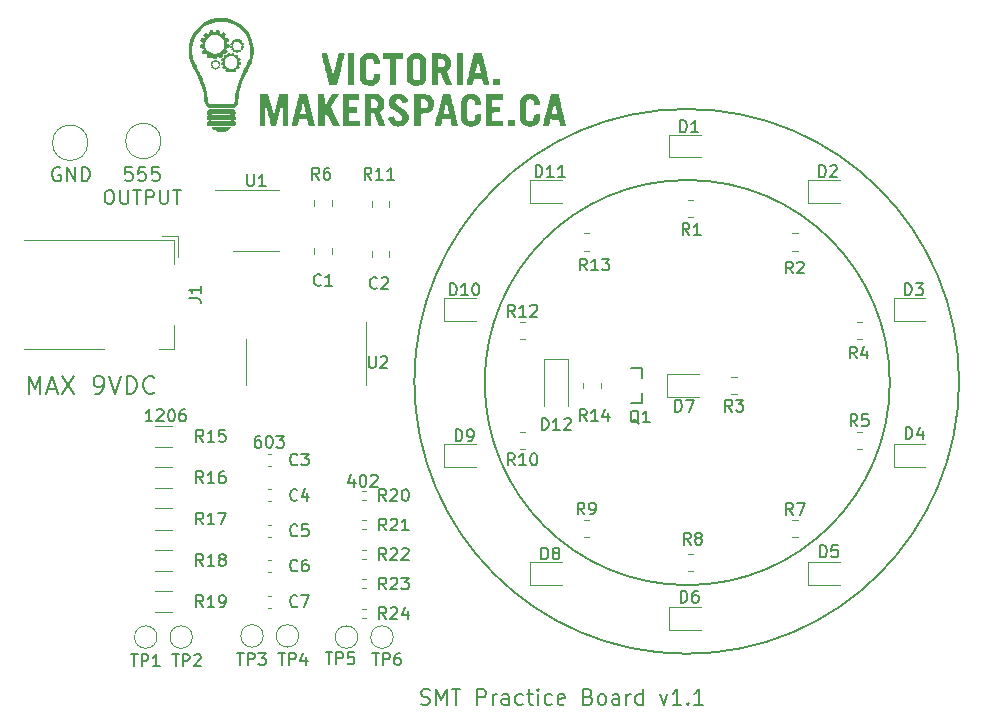
<source format=gbr>
%TF.GenerationSoftware,KiCad,Pcbnew,7.0.1*%
%TF.CreationDate,2023-04-18T15:39:04-07:00*%
%TF.ProjectId,makerspace-smt-training,6d616b65-7273-4706-9163-652d736d742d,rev?*%
%TF.SameCoordinates,Original*%
%TF.FileFunction,Legend,Top*%
%TF.FilePolarity,Positive*%
%FSLAX46Y46*%
G04 Gerber Fmt 4.6, Leading zero omitted, Abs format (unit mm)*
G04 Created by KiCad (PCBNEW 7.0.1) date 2023-04-18 15:39:04*
%MOMM*%
%LPD*%
G01*
G04 APERTURE LIST*
%ADD10C,0.150000*%
%ADD11C,0.200000*%
%ADD12C,0.127000*%
%ADD13C,0.120000*%
G04 APERTURE END LIST*
D10*
X160859163Y-75850000D02*
G75*
G03*
X160859163Y-75850000I-23059163J0D01*
G01*
X154997667Y-75950000D02*
G75*
G03*
X154997667Y-75950000I-17147667J0D01*
G01*
X109638095Y-84095952D02*
X109638095Y-84762619D01*
X109400000Y-83715000D02*
X109161905Y-84429285D01*
X109161905Y-84429285D02*
X109780952Y-84429285D01*
X110352381Y-83762619D02*
X110447619Y-83762619D01*
X110447619Y-83762619D02*
X110542857Y-83810238D01*
X110542857Y-83810238D02*
X110590476Y-83857857D01*
X110590476Y-83857857D02*
X110638095Y-83953095D01*
X110638095Y-83953095D02*
X110685714Y-84143571D01*
X110685714Y-84143571D02*
X110685714Y-84381666D01*
X110685714Y-84381666D02*
X110638095Y-84572142D01*
X110638095Y-84572142D02*
X110590476Y-84667380D01*
X110590476Y-84667380D02*
X110542857Y-84715000D01*
X110542857Y-84715000D02*
X110447619Y-84762619D01*
X110447619Y-84762619D02*
X110352381Y-84762619D01*
X110352381Y-84762619D02*
X110257143Y-84715000D01*
X110257143Y-84715000D02*
X110209524Y-84667380D01*
X110209524Y-84667380D02*
X110161905Y-84572142D01*
X110161905Y-84572142D02*
X110114286Y-84381666D01*
X110114286Y-84381666D02*
X110114286Y-84143571D01*
X110114286Y-84143571D02*
X110161905Y-83953095D01*
X110161905Y-83953095D02*
X110209524Y-83857857D01*
X110209524Y-83857857D02*
X110257143Y-83810238D01*
X110257143Y-83810238D02*
X110352381Y-83762619D01*
X111066667Y-83857857D02*
X111114286Y-83810238D01*
X111114286Y-83810238D02*
X111209524Y-83762619D01*
X111209524Y-83762619D02*
X111447619Y-83762619D01*
X111447619Y-83762619D02*
X111542857Y-83810238D01*
X111542857Y-83810238D02*
X111590476Y-83857857D01*
X111590476Y-83857857D02*
X111638095Y-83953095D01*
X111638095Y-83953095D02*
X111638095Y-84048333D01*
X111638095Y-84048333D02*
X111590476Y-84191190D01*
X111590476Y-84191190D02*
X111019048Y-84762619D01*
X111019048Y-84762619D02*
X111638095Y-84762619D01*
X92557142Y-79212619D02*
X91985714Y-79212619D01*
X92271428Y-79212619D02*
X92271428Y-78212619D01*
X92271428Y-78212619D02*
X92176190Y-78355476D01*
X92176190Y-78355476D02*
X92080952Y-78450714D01*
X92080952Y-78450714D02*
X91985714Y-78498333D01*
X92938095Y-78307857D02*
X92985714Y-78260238D01*
X92985714Y-78260238D02*
X93080952Y-78212619D01*
X93080952Y-78212619D02*
X93319047Y-78212619D01*
X93319047Y-78212619D02*
X93414285Y-78260238D01*
X93414285Y-78260238D02*
X93461904Y-78307857D01*
X93461904Y-78307857D02*
X93509523Y-78403095D01*
X93509523Y-78403095D02*
X93509523Y-78498333D01*
X93509523Y-78498333D02*
X93461904Y-78641190D01*
X93461904Y-78641190D02*
X92890476Y-79212619D01*
X92890476Y-79212619D02*
X93509523Y-79212619D01*
X94128571Y-78212619D02*
X94223809Y-78212619D01*
X94223809Y-78212619D02*
X94319047Y-78260238D01*
X94319047Y-78260238D02*
X94366666Y-78307857D01*
X94366666Y-78307857D02*
X94414285Y-78403095D01*
X94414285Y-78403095D02*
X94461904Y-78593571D01*
X94461904Y-78593571D02*
X94461904Y-78831666D01*
X94461904Y-78831666D02*
X94414285Y-79022142D01*
X94414285Y-79022142D02*
X94366666Y-79117380D01*
X94366666Y-79117380D02*
X94319047Y-79165000D01*
X94319047Y-79165000D02*
X94223809Y-79212619D01*
X94223809Y-79212619D02*
X94128571Y-79212619D01*
X94128571Y-79212619D02*
X94033333Y-79165000D01*
X94033333Y-79165000D02*
X93985714Y-79117380D01*
X93985714Y-79117380D02*
X93938095Y-79022142D01*
X93938095Y-79022142D02*
X93890476Y-78831666D01*
X93890476Y-78831666D02*
X93890476Y-78593571D01*
X93890476Y-78593571D02*
X93938095Y-78403095D01*
X93938095Y-78403095D02*
X93985714Y-78307857D01*
X93985714Y-78307857D02*
X94033333Y-78260238D01*
X94033333Y-78260238D02*
X94128571Y-78212619D01*
X95319047Y-78212619D02*
X95128571Y-78212619D01*
X95128571Y-78212619D02*
X95033333Y-78260238D01*
X95033333Y-78260238D02*
X94985714Y-78307857D01*
X94985714Y-78307857D02*
X94890476Y-78450714D01*
X94890476Y-78450714D02*
X94842857Y-78641190D01*
X94842857Y-78641190D02*
X94842857Y-79022142D01*
X94842857Y-79022142D02*
X94890476Y-79117380D01*
X94890476Y-79117380D02*
X94938095Y-79165000D01*
X94938095Y-79165000D02*
X95033333Y-79212619D01*
X95033333Y-79212619D02*
X95223809Y-79212619D01*
X95223809Y-79212619D02*
X95319047Y-79165000D01*
X95319047Y-79165000D02*
X95366666Y-79117380D01*
X95366666Y-79117380D02*
X95414285Y-79022142D01*
X95414285Y-79022142D02*
X95414285Y-78784047D01*
X95414285Y-78784047D02*
X95366666Y-78688809D01*
X95366666Y-78688809D02*
X95319047Y-78641190D01*
X95319047Y-78641190D02*
X95223809Y-78593571D01*
X95223809Y-78593571D02*
X95033333Y-78593571D01*
X95033333Y-78593571D02*
X94938095Y-78641190D01*
X94938095Y-78641190D02*
X94890476Y-78688809D01*
X94890476Y-78688809D02*
X94842857Y-78784047D01*
D11*
X82090286Y-76893928D02*
X82090286Y-75393928D01*
X82090286Y-75393928D02*
X82590286Y-76465357D01*
X82590286Y-76465357D02*
X83090286Y-75393928D01*
X83090286Y-75393928D02*
X83090286Y-76893928D01*
X83733144Y-76465357D02*
X84447430Y-76465357D01*
X83590287Y-76893928D02*
X84090287Y-75393928D01*
X84090287Y-75393928D02*
X84590287Y-76893928D01*
X84947429Y-75393928D02*
X85947429Y-76893928D01*
X85947429Y-75393928D02*
X84947429Y-76893928D01*
X87733143Y-76893928D02*
X88018857Y-76893928D01*
X88018857Y-76893928D02*
X88161714Y-76822500D01*
X88161714Y-76822500D02*
X88233143Y-76751071D01*
X88233143Y-76751071D02*
X88376000Y-76536785D01*
X88376000Y-76536785D02*
X88447429Y-76251071D01*
X88447429Y-76251071D02*
X88447429Y-75679642D01*
X88447429Y-75679642D02*
X88376000Y-75536785D01*
X88376000Y-75536785D02*
X88304572Y-75465357D01*
X88304572Y-75465357D02*
X88161714Y-75393928D01*
X88161714Y-75393928D02*
X87876000Y-75393928D01*
X87876000Y-75393928D02*
X87733143Y-75465357D01*
X87733143Y-75465357D02*
X87661714Y-75536785D01*
X87661714Y-75536785D02*
X87590286Y-75679642D01*
X87590286Y-75679642D02*
X87590286Y-76036785D01*
X87590286Y-76036785D02*
X87661714Y-76179642D01*
X87661714Y-76179642D02*
X87733143Y-76251071D01*
X87733143Y-76251071D02*
X87876000Y-76322500D01*
X87876000Y-76322500D02*
X88161714Y-76322500D01*
X88161714Y-76322500D02*
X88304572Y-76251071D01*
X88304572Y-76251071D02*
X88376000Y-76179642D01*
X88376000Y-76179642D02*
X88447429Y-76036785D01*
X88876000Y-75393928D02*
X89376000Y-76893928D01*
X89376000Y-76893928D02*
X89876000Y-75393928D01*
X90375999Y-76893928D02*
X90375999Y-75393928D01*
X90375999Y-75393928D02*
X90733142Y-75393928D01*
X90733142Y-75393928D02*
X90947428Y-75465357D01*
X90947428Y-75465357D02*
X91090285Y-75608214D01*
X91090285Y-75608214D02*
X91161714Y-75751071D01*
X91161714Y-75751071D02*
X91233142Y-76036785D01*
X91233142Y-76036785D02*
X91233142Y-76251071D01*
X91233142Y-76251071D02*
X91161714Y-76536785D01*
X91161714Y-76536785D02*
X91090285Y-76679642D01*
X91090285Y-76679642D02*
X90947428Y-76822500D01*
X90947428Y-76822500D02*
X90733142Y-76893928D01*
X90733142Y-76893928D02*
X90375999Y-76893928D01*
X92733142Y-76751071D02*
X92661714Y-76822500D01*
X92661714Y-76822500D02*
X92447428Y-76893928D01*
X92447428Y-76893928D02*
X92304571Y-76893928D01*
X92304571Y-76893928D02*
X92090285Y-76822500D01*
X92090285Y-76822500D02*
X91947428Y-76679642D01*
X91947428Y-76679642D02*
X91875999Y-76536785D01*
X91875999Y-76536785D02*
X91804571Y-76251071D01*
X91804571Y-76251071D02*
X91804571Y-76036785D01*
X91804571Y-76036785D02*
X91875999Y-75751071D01*
X91875999Y-75751071D02*
X91947428Y-75608214D01*
X91947428Y-75608214D02*
X92090285Y-75465357D01*
X92090285Y-75465357D02*
X92304571Y-75393928D01*
X92304571Y-75393928D02*
X92447428Y-75393928D01*
X92447428Y-75393928D02*
X92661714Y-75465357D01*
X92661714Y-75465357D02*
X92733142Y-75536785D01*
X115306382Y-103155500D02*
X115492096Y-103217404D01*
X115492096Y-103217404D02*
X115801620Y-103217404D01*
X115801620Y-103217404D02*
X115925429Y-103155500D01*
X115925429Y-103155500D02*
X115987334Y-103093595D01*
X115987334Y-103093595D02*
X116049239Y-102969785D01*
X116049239Y-102969785D02*
X116049239Y-102845976D01*
X116049239Y-102845976D02*
X115987334Y-102722166D01*
X115987334Y-102722166D02*
X115925429Y-102660261D01*
X115925429Y-102660261D02*
X115801620Y-102598357D01*
X115801620Y-102598357D02*
X115554001Y-102536452D01*
X115554001Y-102536452D02*
X115430191Y-102474547D01*
X115430191Y-102474547D02*
X115368286Y-102412642D01*
X115368286Y-102412642D02*
X115306382Y-102288833D01*
X115306382Y-102288833D02*
X115306382Y-102165023D01*
X115306382Y-102165023D02*
X115368286Y-102041214D01*
X115368286Y-102041214D02*
X115430191Y-101979309D01*
X115430191Y-101979309D02*
X115554001Y-101917404D01*
X115554001Y-101917404D02*
X115863524Y-101917404D01*
X115863524Y-101917404D02*
X116049239Y-101979309D01*
X116606381Y-103217404D02*
X116606381Y-101917404D01*
X116606381Y-101917404D02*
X117039715Y-102845976D01*
X117039715Y-102845976D02*
X117473048Y-101917404D01*
X117473048Y-101917404D02*
X117473048Y-103217404D01*
X117906381Y-101917404D02*
X118649238Y-101917404D01*
X118277810Y-103217404D02*
X118277810Y-101917404D01*
X120073047Y-103217404D02*
X120073047Y-101917404D01*
X120073047Y-101917404D02*
X120568285Y-101917404D01*
X120568285Y-101917404D02*
X120692095Y-101979309D01*
X120692095Y-101979309D02*
X120754000Y-102041214D01*
X120754000Y-102041214D02*
X120815904Y-102165023D01*
X120815904Y-102165023D02*
X120815904Y-102350738D01*
X120815904Y-102350738D02*
X120754000Y-102474547D01*
X120754000Y-102474547D02*
X120692095Y-102536452D01*
X120692095Y-102536452D02*
X120568285Y-102598357D01*
X120568285Y-102598357D02*
X120073047Y-102598357D01*
X121373047Y-103217404D02*
X121373047Y-102350738D01*
X121373047Y-102598357D02*
X121434952Y-102474547D01*
X121434952Y-102474547D02*
X121496857Y-102412642D01*
X121496857Y-102412642D02*
X121620666Y-102350738D01*
X121620666Y-102350738D02*
X121744476Y-102350738D01*
X122734952Y-103217404D02*
X122734952Y-102536452D01*
X122734952Y-102536452D02*
X122673047Y-102412642D01*
X122673047Y-102412642D02*
X122549238Y-102350738D01*
X122549238Y-102350738D02*
X122301619Y-102350738D01*
X122301619Y-102350738D02*
X122177809Y-102412642D01*
X122734952Y-103155500D02*
X122611143Y-103217404D01*
X122611143Y-103217404D02*
X122301619Y-103217404D01*
X122301619Y-103217404D02*
X122177809Y-103155500D01*
X122177809Y-103155500D02*
X122115905Y-103031690D01*
X122115905Y-103031690D02*
X122115905Y-102907880D01*
X122115905Y-102907880D02*
X122177809Y-102784071D01*
X122177809Y-102784071D02*
X122301619Y-102722166D01*
X122301619Y-102722166D02*
X122611143Y-102722166D01*
X122611143Y-102722166D02*
X122734952Y-102660261D01*
X123911142Y-103155500D02*
X123787333Y-103217404D01*
X123787333Y-103217404D02*
X123539714Y-103217404D01*
X123539714Y-103217404D02*
X123415904Y-103155500D01*
X123415904Y-103155500D02*
X123353999Y-103093595D01*
X123353999Y-103093595D02*
X123292095Y-102969785D01*
X123292095Y-102969785D02*
X123292095Y-102598357D01*
X123292095Y-102598357D02*
X123353999Y-102474547D01*
X123353999Y-102474547D02*
X123415904Y-102412642D01*
X123415904Y-102412642D02*
X123539714Y-102350738D01*
X123539714Y-102350738D02*
X123787333Y-102350738D01*
X123787333Y-102350738D02*
X123911142Y-102412642D01*
X124282571Y-102350738D02*
X124777809Y-102350738D01*
X124468285Y-101917404D02*
X124468285Y-103031690D01*
X124468285Y-103031690D02*
X124530190Y-103155500D01*
X124530190Y-103155500D02*
X124654000Y-103217404D01*
X124654000Y-103217404D02*
X124777809Y-103217404D01*
X125211142Y-103217404D02*
X125211142Y-102350738D01*
X125211142Y-101917404D02*
X125149238Y-101979309D01*
X125149238Y-101979309D02*
X125211142Y-102041214D01*
X125211142Y-102041214D02*
X125273047Y-101979309D01*
X125273047Y-101979309D02*
X125211142Y-101917404D01*
X125211142Y-101917404D02*
X125211142Y-102041214D01*
X126387333Y-103155500D02*
X126263524Y-103217404D01*
X126263524Y-103217404D02*
X126015905Y-103217404D01*
X126015905Y-103217404D02*
X125892095Y-103155500D01*
X125892095Y-103155500D02*
X125830190Y-103093595D01*
X125830190Y-103093595D02*
X125768286Y-102969785D01*
X125768286Y-102969785D02*
X125768286Y-102598357D01*
X125768286Y-102598357D02*
X125830190Y-102474547D01*
X125830190Y-102474547D02*
X125892095Y-102412642D01*
X125892095Y-102412642D02*
X126015905Y-102350738D01*
X126015905Y-102350738D02*
X126263524Y-102350738D01*
X126263524Y-102350738D02*
X126387333Y-102412642D01*
X127439714Y-103155500D02*
X127315905Y-103217404D01*
X127315905Y-103217404D02*
X127068286Y-103217404D01*
X127068286Y-103217404D02*
X126944476Y-103155500D01*
X126944476Y-103155500D02*
X126882572Y-103031690D01*
X126882572Y-103031690D02*
X126882572Y-102536452D01*
X126882572Y-102536452D02*
X126944476Y-102412642D01*
X126944476Y-102412642D02*
X127068286Y-102350738D01*
X127068286Y-102350738D02*
X127315905Y-102350738D01*
X127315905Y-102350738D02*
X127439714Y-102412642D01*
X127439714Y-102412642D02*
X127501619Y-102536452D01*
X127501619Y-102536452D02*
X127501619Y-102660261D01*
X127501619Y-102660261D02*
X126882572Y-102784071D01*
X129482572Y-102536452D02*
X129668286Y-102598357D01*
X129668286Y-102598357D02*
X129730191Y-102660261D01*
X129730191Y-102660261D02*
X129792095Y-102784071D01*
X129792095Y-102784071D02*
X129792095Y-102969785D01*
X129792095Y-102969785D02*
X129730191Y-103093595D01*
X129730191Y-103093595D02*
X129668286Y-103155500D01*
X129668286Y-103155500D02*
X129544476Y-103217404D01*
X129544476Y-103217404D02*
X129049238Y-103217404D01*
X129049238Y-103217404D02*
X129049238Y-101917404D01*
X129049238Y-101917404D02*
X129482572Y-101917404D01*
X129482572Y-101917404D02*
X129606381Y-101979309D01*
X129606381Y-101979309D02*
X129668286Y-102041214D01*
X129668286Y-102041214D02*
X129730191Y-102165023D01*
X129730191Y-102165023D02*
X129730191Y-102288833D01*
X129730191Y-102288833D02*
X129668286Y-102412642D01*
X129668286Y-102412642D02*
X129606381Y-102474547D01*
X129606381Y-102474547D02*
X129482572Y-102536452D01*
X129482572Y-102536452D02*
X129049238Y-102536452D01*
X130534953Y-103217404D02*
X130411143Y-103155500D01*
X130411143Y-103155500D02*
X130349238Y-103093595D01*
X130349238Y-103093595D02*
X130287334Y-102969785D01*
X130287334Y-102969785D02*
X130287334Y-102598357D01*
X130287334Y-102598357D02*
X130349238Y-102474547D01*
X130349238Y-102474547D02*
X130411143Y-102412642D01*
X130411143Y-102412642D02*
X130534953Y-102350738D01*
X130534953Y-102350738D02*
X130720667Y-102350738D01*
X130720667Y-102350738D02*
X130844476Y-102412642D01*
X130844476Y-102412642D02*
X130906381Y-102474547D01*
X130906381Y-102474547D02*
X130968286Y-102598357D01*
X130968286Y-102598357D02*
X130968286Y-102969785D01*
X130968286Y-102969785D02*
X130906381Y-103093595D01*
X130906381Y-103093595D02*
X130844476Y-103155500D01*
X130844476Y-103155500D02*
X130720667Y-103217404D01*
X130720667Y-103217404D02*
X130534953Y-103217404D01*
X132082571Y-103217404D02*
X132082571Y-102536452D01*
X132082571Y-102536452D02*
X132020666Y-102412642D01*
X132020666Y-102412642D02*
X131896857Y-102350738D01*
X131896857Y-102350738D02*
X131649238Y-102350738D01*
X131649238Y-102350738D02*
X131525428Y-102412642D01*
X132082571Y-103155500D02*
X131958762Y-103217404D01*
X131958762Y-103217404D02*
X131649238Y-103217404D01*
X131649238Y-103217404D02*
X131525428Y-103155500D01*
X131525428Y-103155500D02*
X131463524Y-103031690D01*
X131463524Y-103031690D02*
X131463524Y-102907880D01*
X131463524Y-102907880D02*
X131525428Y-102784071D01*
X131525428Y-102784071D02*
X131649238Y-102722166D01*
X131649238Y-102722166D02*
X131958762Y-102722166D01*
X131958762Y-102722166D02*
X132082571Y-102660261D01*
X132701618Y-103217404D02*
X132701618Y-102350738D01*
X132701618Y-102598357D02*
X132763523Y-102474547D01*
X132763523Y-102474547D02*
X132825428Y-102412642D01*
X132825428Y-102412642D02*
X132949237Y-102350738D01*
X132949237Y-102350738D02*
X133073047Y-102350738D01*
X134063523Y-103217404D02*
X134063523Y-101917404D01*
X134063523Y-103155500D02*
X133939714Y-103217404D01*
X133939714Y-103217404D02*
X133692095Y-103217404D01*
X133692095Y-103217404D02*
X133568285Y-103155500D01*
X133568285Y-103155500D02*
X133506380Y-103093595D01*
X133506380Y-103093595D02*
X133444476Y-102969785D01*
X133444476Y-102969785D02*
X133444476Y-102598357D01*
X133444476Y-102598357D02*
X133506380Y-102474547D01*
X133506380Y-102474547D02*
X133568285Y-102412642D01*
X133568285Y-102412642D02*
X133692095Y-102350738D01*
X133692095Y-102350738D02*
X133939714Y-102350738D01*
X133939714Y-102350738D02*
X134063523Y-102412642D01*
X135549237Y-102350738D02*
X135858761Y-103217404D01*
X135858761Y-103217404D02*
X136168284Y-102350738D01*
X137344475Y-103217404D02*
X136601618Y-103217404D01*
X136973046Y-103217404D02*
X136973046Y-101917404D01*
X136973046Y-101917404D02*
X136849237Y-102103119D01*
X136849237Y-102103119D02*
X136725427Y-102226928D01*
X136725427Y-102226928D02*
X136601618Y-102288833D01*
X137901617Y-103093595D02*
X137963522Y-103155500D01*
X137963522Y-103155500D02*
X137901617Y-103217404D01*
X137901617Y-103217404D02*
X137839713Y-103155500D01*
X137839713Y-103155500D02*
X137901617Y-103093595D01*
X137901617Y-103093595D02*
X137901617Y-103217404D01*
X139201618Y-103217404D02*
X138458761Y-103217404D01*
X138830189Y-103217404D02*
X138830189Y-101917404D01*
X138830189Y-101917404D02*
X138706380Y-102103119D01*
X138706380Y-102103119D02*
X138582570Y-102226928D01*
X138582570Y-102226928D02*
X138458761Y-102288833D01*
D10*
X90836857Y-57692142D02*
X90265429Y-57692142D01*
X90265429Y-57692142D02*
X90208286Y-58263571D01*
X90208286Y-58263571D02*
X90265429Y-58206428D01*
X90265429Y-58206428D02*
X90379715Y-58149285D01*
X90379715Y-58149285D02*
X90665429Y-58149285D01*
X90665429Y-58149285D02*
X90779715Y-58206428D01*
X90779715Y-58206428D02*
X90836857Y-58263571D01*
X90836857Y-58263571D02*
X90894000Y-58377857D01*
X90894000Y-58377857D02*
X90894000Y-58663571D01*
X90894000Y-58663571D02*
X90836857Y-58777857D01*
X90836857Y-58777857D02*
X90779715Y-58835000D01*
X90779715Y-58835000D02*
X90665429Y-58892142D01*
X90665429Y-58892142D02*
X90379715Y-58892142D01*
X90379715Y-58892142D02*
X90265429Y-58835000D01*
X90265429Y-58835000D02*
X90208286Y-58777857D01*
X91979714Y-57692142D02*
X91408286Y-57692142D01*
X91408286Y-57692142D02*
X91351143Y-58263571D01*
X91351143Y-58263571D02*
X91408286Y-58206428D01*
X91408286Y-58206428D02*
X91522572Y-58149285D01*
X91522572Y-58149285D02*
X91808286Y-58149285D01*
X91808286Y-58149285D02*
X91922572Y-58206428D01*
X91922572Y-58206428D02*
X91979714Y-58263571D01*
X91979714Y-58263571D02*
X92036857Y-58377857D01*
X92036857Y-58377857D02*
X92036857Y-58663571D01*
X92036857Y-58663571D02*
X91979714Y-58777857D01*
X91979714Y-58777857D02*
X91922572Y-58835000D01*
X91922572Y-58835000D02*
X91808286Y-58892142D01*
X91808286Y-58892142D02*
X91522572Y-58892142D01*
X91522572Y-58892142D02*
X91408286Y-58835000D01*
X91408286Y-58835000D02*
X91351143Y-58777857D01*
X93122571Y-57692142D02*
X92551143Y-57692142D01*
X92551143Y-57692142D02*
X92494000Y-58263571D01*
X92494000Y-58263571D02*
X92551143Y-58206428D01*
X92551143Y-58206428D02*
X92665429Y-58149285D01*
X92665429Y-58149285D02*
X92951143Y-58149285D01*
X92951143Y-58149285D02*
X93065429Y-58206428D01*
X93065429Y-58206428D02*
X93122571Y-58263571D01*
X93122571Y-58263571D02*
X93179714Y-58377857D01*
X93179714Y-58377857D02*
X93179714Y-58663571D01*
X93179714Y-58663571D02*
X93122571Y-58777857D01*
X93122571Y-58777857D02*
X93065429Y-58835000D01*
X93065429Y-58835000D02*
X92951143Y-58892142D01*
X92951143Y-58892142D02*
X92665429Y-58892142D01*
X92665429Y-58892142D02*
X92551143Y-58835000D01*
X92551143Y-58835000D02*
X92494000Y-58777857D01*
X88808285Y-59636142D02*
X89036857Y-59636142D01*
X89036857Y-59636142D02*
X89151142Y-59693285D01*
X89151142Y-59693285D02*
X89265428Y-59807571D01*
X89265428Y-59807571D02*
X89322571Y-60036142D01*
X89322571Y-60036142D02*
X89322571Y-60436142D01*
X89322571Y-60436142D02*
X89265428Y-60664714D01*
X89265428Y-60664714D02*
X89151142Y-60779000D01*
X89151142Y-60779000D02*
X89036857Y-60836142D01*
X89036857Y-60836142D02*
X88808285Y-60836142D01*
X88808285Y-60836142D02*
X88694000Y-60779000D01*
X88694000Y-60779000D02*
X88579714Y-60664714D01*
X88579714Y-60664714D02*
X88522571Y-60436142D01*
X88522571Y-60436142D02*
X88522571Y-60036142D01*
X88522571Y-60036142D02*
X88579714Y-59807571D01*
X88579714Y-59807571D02*
X88694000Y-59693285D01*
X88694000Y-59693285D02*
X88808285Y-59636142D01*
X89836857Y-59636142D02*
X89836857Y-60607571D01*
X89836857Y-60607571D02*
X89894000Y-60721857D01*
X89894000Y-60721857D02*
X89951143Y-60779000D01*
X89951143Y-60779000D02*
X90065428Y-60836142D01*
X90065428Y-60836142D02*
X90294000Y-60836142D01*
X90294000Y-60836142D02*
X90408285Y-60779000D01*
X90408285Y-60779000D02*
X90465428Y-60721857D01*
X90465428Y-60721857D02*
X90522571Y-60607571D01*
X90522571Y-60607571D02*
X90522571Y-59636142D01*
X90922571Y-59636142D02*
X91608286Y-59636142D01*
X91265428Y-60836142D02*
X91265428Y-59636142D01*
X92008286Y-60836142D02*
X92008286Y-59636142D01*
X92008286Y-59636142D02*
X92465429Y-59636142D01*
X92465429Y-59636142D02*
X92579714Y-59693285D01*
X92579714Y-59693285D02*
X92636857Y-59750428D01*
X92636857Y-59750428D02*
X92694000Y-59864714D01*
X92694000Y-59864714D02*
X92694000Y-60036142D01*
X92694000Y-60036142D02*
X92636857Y-60150428D01*
X92636857Y-60150428D02*
X92579714Y-60207571D01*
X92579714Y-60207571D02*
X92465429Y-60264714D01*
X92465429Y-60264714D02*
X92008286Y-60264714D01*
X93208286Y-59636142D02*
X93208286Y-60607571D01*
X93208286Y-60607571D02*
X93265429Y-60721857D01*
X93265429Y-60721857D02*
X93322572Y-60779000D01*
X93322572Y-60779000D02*
X93436857Y-60836142D01*
X93436857Y-60836142D02*
X93665429Y-60836142D01*
X93665429Y-60836142D02*
X93779714Y-60779000D01*
X93779714Y-60779000D02*
X93836857Y-60721857D01*
X93836857Y-60721857D02*
X93894000Y-60607571D01*
X93894000Y-60607571D02*
X93894000Y-59636142D01*
X94294000Y-59636142D02*
X94979715Y-59636142D01*
X94636857Y-60836142D02*
X94636857Y-59636142D01*
X84735714Y-57762285D02*
X84621429Y-57705142D01*
X84621429Y-57705142D02*
X84450000Y-57705142D01*
X84450000Y-57705142D02*
X84278571Y-57762285D01*
X84278571Y-57762285D02*
X84164286Y-57876571D01*
X84164286Y-57876571D02*
X84107143Y-57990857D01*
X84107143Y-57990857D02*
X84050000Y-58219428D01*
X84050000Y-58219428D02*
X84050000Y-58390857D01*
X84050000Y-58390857D02*
X84107143Y-58619428D01*
X84107143Y-58619428D02*
X84164286Y-58733714D01*
X84164286Y-58733714D02*
X84278571Y-58848000D01*
X84278571Y-58848000D02*
X84450000Y-58905142D01*
X84450000Y-58905142D02*
X84564286Y-58905142D01*
X84564286Y-58905142D02*
X84735714Y-58848000D01*
X84735714Y-58848000D02*
X84792857Y-58790857D01*
X84792857Y-58790857D02*
X84792857Y-58390857D01*
X84792857Y-58390857D02*
X84564286Y-58390857D01*
X85307143Y-58905142D02*
X85307143Y-57705142D01*
X85307143Y-57705142D02*
X85992857Y-58905142D01*
X85992857Y-58905142D02*
X85992857Y-57705142D01*
X86564286Y-58905142D02*
X86564286Y-57705142D01*
X86564286Y-57705142D02*
X86850000Y-57705142D01*
X86850000Y-57705142D02*
X87021429Y-57762285D01*
X87021429Y-57762285D02*
X87135714Y-57876571D01*
X87135714Y-57876571D02*
X87192857Y-57990857D01*
X87192857Y-57990857D02*
X87250000Y-58219428D01*
X87250000Y-58219428D02*
X87250000Y-58390857D01*
X87250000Y-58390857D02*
X87192857Y-58619428D01*
X87192857Y-58619428D02*
X87135714Y-58733714D01*
X87135714Y-58733714D02*
X87021429Y-58848000D01*
X87021429Y-58848000D02*
X86850000Y-58905142D01*
X86850000Y-58905142D02*
X86564286Y-58905142D01*
X101688095Y-80462619D02*
X101497619Y-80462619D01*
X101497619Y-80462619D02*
X101402381Y-80510238D01*
X101402381Y-80510238D02*
X101354762Y-80557857D01*
X101354762Y-80557857D02*
X101259524Y-80700714D01*
X101259524Y-80700714D02*
X101211905Y-80891190D01*
X101211905Y-80891190D02*
X101211905Y-81272142D01*
X101211905Y-81272142D02*
X101259524Y-81367380D01*
X101259524Y-81367380D02*
X101307143Y-81415000D01*
X101307143Y-81415000D02*
X101402381Y-81462619D01*
X101402381Y-81462619D02*
X101592857Y-81462619D01*
X101592857Y-81462619D02*
X101688095Y-81415000D01*
X101688095Y-81415000D02*
X101735714Y-81367380D01*
X101735714Y-81367380D02*
X101783333Y-81272142D01*
X101783333Y-81272142D02*
X101783333Y-81034047D01*
X101783333Y-81034047D02*
X101735714Y-80938809D01*
X101735714Y-80938809D02*
X101688095Y-80891190D01*
X101688095Y-80891190D02*
X101592857Y-80843571D01*
X101592857Y-80843571D02*
X101402381Y-80843571D01*
X101402381Y-80843571D02*
X101307143Y-80891190D01*
X101307143Y-80891190D02*
X101259524Y-80938809D01*
X101259524Y-80938809D02*
X101211905Y-81034047D01*
X102402381Y-80462619D02*
X102497619Y-80462619D01*
X102497619Y-80462619D02*
X102592857Y-80510238D01*
X102592857Y-80510238D02*
X102640476Y-80557857D01*
X102640476Y-80557857D02*
X102688095Y-80653095D01*
X102688095Y-80653095D02*
X102735714Y-80843571D01*
X102735714Y-80843571D02*
X102735714Y-81081666D01*
X102735714Y-81081666D02*
X102688095Y-81272142D01*
X102688095Y-81272142D02*
X102640476Y-81367380D01*
X102640476Y-81367380D02*
X102592857Y-81415000D01*
X102592857Y-81415000D02*
X102497619Y-81462619D01*
X102497619Y-81462619D02*
X102402381Y-81462619D01*
X102402381Y-81462619D02*
X102307143Y-81415000D01*
X102307143Y-81415000D02*
X102259524Y-81367380D01*
X102259524Y-81367380D02*
X102211905Y-81272142D01*
X102211905Y-81272142D02*
X102164286Y-81081666D01*
X102164286Y-81081666D02*
X102164286Y-80843571D01*
X102164286Y-80843571D02*
X102211905Y-80653095D01*
X102211905Y-80653095D02*
X102259524Y-80557857D01*
X102259524Y-80557857D02*
X102307143Y-80510238D01*
X102307143Y-80510238D02*
X102402381Y-80462619D01*
X103069048Y-80462619D02*
X103688095Y-80462619D01*
X103688095Y-80462619D02*
X103354762Y-80843571D01*
X103354762Y-80843571D02*
X103497619Y-80843571D01*
X103497619Y-80843571D02*
X103592857Y-80891190D01*
X103592857Y-80891190D02*
X103640476Y-80938809D01*
X103640476Y-80938809D02*
X103688095Y-81034047D01*
X103688095Y-81034047D02*
X103688095Y-81272142D01*
X103688095Y-81272142D02*
X103640476Y-81367380D01*
X103640476Y-81367380D02*
X103592857Y-81415000D01*
X103592857Y-81415000D02*
X103497619Y-81462619D01*
X103497619Y-81462619D02*
X103211905Y-81462619D01*
X103211905Y-81462619D02*
X103116667Y-81415000D01*
X103116667Y-81415000D02*
X103069048Y-81367380D01*
%TO.C,Q1*%
X133762761Y-79424857D02*
X133667523Y-79377238D01*
X133667523Y-79377238D02*
X133572285Y-79282000D01*
X133572285Y-79282000D02*
X133429428Y-79139142D01*
X133429428Y-79139142D02*
X133334190Y-79091523D01*
X133334190Y-79091523D02*
X133238952Y-79091523D01*
X133286571Y-79329619D02*
X133191333Y-79282000D01*
X133191333Y-79282000D02*
X133096095Y-79186761D01*
X133096095Y-79186761D02*
X133048476Y-78996285D01*
X133048476Y-78996285D02*
X133048476Y-78662952D01*
X133048476Y-78662952D02*
X133096095Y-78472476D01*
X133096095Y-78472476D02*
X133191333Y-78377238D01*
X133191333Y-78377238D02*
X133286571Y-78329619D01*
X133286571Y-78329619D02*
X133477047Y-78329619D01*
X133477047Y-78329619D02*
X133572285Y-78377238D01*
X133572285Y-78377238D02*
X133667523Y-78472476D01*
X133667523Y-78472476D02*
X133715142Y-78662952D01*
X133715142Y-78662952D02*
X133715142Y-78996285D01*
X133715142Y-78996285D02*
X133667523Y-79186761D01*
X133667523Y-79186761D02*
X133572285Y-79282000D01*
X133572285Y-79282000D02*
X133477047Y-79329619D01*
X133477047Y-79329619D02*
X133286571Y-79329619D01*
X134667523Y-79329619D02*
X134096095Y-79329619D01*
X134381809Y-79329619D02*
X134381809Y-78329619D01*
X134381809Y-78329619D02*
X134286571Y-78472476D01*
X134286571Y-78472476D02*
X134191333Y-78567714D01*
X134191333Y-78567714D02*
X134096095Y-78615333D01*
%TO.C,J1*%
X95667619Y-68812333D02*
X96381904Y-68812333D01*
X96381904Y-68812333D02*
X96524761Y-68859952D01*
X96524761Y-68859952D02*
X96620000Y-68955190D01*
X96620000Y-68955190D02*
X96667619Y-69098047D01*
X96667619Y-69098047D02*
X96667619Y-69193285D01*
X96667619Y-67812333D02*
X96667619Y-68383761D01*
X96667619Y-68098047D02*
X95667619Y-68098047D01*
X95667619Y-68098047D02*
X95810476Y-68193285D01*
X95810476Y-68193285D02*
X95905714Y-68288523D01*
X95905714Y-68288523D02*
X95953333Y-68383761D01*
%TO.C,D12*%
X125531714Y-79964619D02*
X125531714Y-78964619D01*
X125531714Y-78964619D02*
X125769809Y-78964619D01*
X125769809Y-78964619D02*
X125912666Y-79012238D01*
X125912666Y-79012238D02*
X126007904Y-79107476D01*
X126007904Y-79107476D02*
X126055523Y-79202714D01*
X126055523Y-79202714D02*
X126103142Y-79393190D01*
X126103142Y-79393190D02*
X126103142Y-79536047D01*
X126103142Y-79536047D02*
X126055523Y-79726523D01*
X126055523Y-79726523D02*
X126007904Y-79821761D01*
X126007904Y-79821761D02*
X125912666Y-79917000D01*
X125912666Y-79917000D02*
X125769809Y-79964619D01*
X125769809Y-79964619D02*
X125531714Y-79964619D01*
X127055523Y-79964619D02*
X126484095Y-79964619D01*
X126769809Y-79964619D02*
X126769809Y-78964619D01*
X126769809Y-78964619D02*
X126674571Y-79107476D01*
X126674571Y-79107476D02*
X126579333Y-79202714D01*
X126579333Y-79202714D02*
X126484095Y-79250333D01*
X127436476Y-79059857D02*
X127484095Y-79012238D01*
X127484095Y-79012238D02*
X127579333Y-78964619D01*
X127579333Y-78964619D02*
X127817428Y-78964619D01*
X127817428Y-78964619D02*
X127912666Y-79012238D01*
X127912666Y-79012238D02*
X127960285Y-79059857D01*
X127960285Y-79059857D02*
X128007904Y-79155095D01*
X128007904Y-79155095D02*
X128007904Y-79250333D01*
X128007904Y-79250333D02*
X127960285Y-79393190D01*
X127960285Y-79393190D02*
X127388857Y-79964619D01*
X127388857Y-79964619D02*
X128007904Y-79964619D01*
%TO.C,D10*%
X117754840Y-68562618D02*
X117754840Y-67562618D01*
X117754840Y-67562618D02*
X117992935Y-67562618D01*
X117992935Y-67562618D02*
X118135792Y-67610237D01*
X118135792Y-67610237D02*
X118231030Y-67705475D01*
X118231030Y-67705475D02*
X118278649Y-67800713D01*
X118278649Y-67800713D02*
X118326268Y-67991189D01*
X118326268Y-67991189D02*
X118326268Y-68134046D01*
X118326268Y-68134046D02*
X118278649Y-68324522D01*
X118278649Y-68324522D02*
X118231030Y-68419760D01*
X118231030Y-68419760D02*
X118135792Y-68514999D01*
X118135792Y-68514999D02*
X117992935Y-68562618D01*
X117992935Y-68562618D02*
X117754840Y-68562618D01*
X119278649Y-68562618D02*
X118707221Y-68562618D01*
X118992935Y-68562618D02*
X118992935Y-67562618D01*
X118992935Y-67562618D02*
X118897697Y-67705475D01*
X118897697Y-67705475D02*
X118802459Y-67800713D01*
X118802459Y-67800713D02*
X118707221Y-67848332D01*
X119897697Y-67562618D02*
X119992935Y-67562618D01*
X119992935Y-67562618D02*
X120088173Y-67610237D01*
X120088173Y-67610237D02*
X120135792Y-67657856D01*
X120135792Y-67657856D02*
X120183411Y-67753094D01*
X120183411Y-67753094D02*
X120231030Y-67943570D01*
X120231030Y-67943570D02*
X120231030Y-68181665D01*
X120231030Y-68181665D02*
X120183411Y-68372141D01*
X120183411Y-68372141D02*
X120135792Y-68467379D01*
X120135792Y-68467379D02*
X120088173Y-68514999D01*
X120088173Y-68514999D02*
X119992935Y-68562618D01*
X119992935Y-68562618D02*
X119897697Y-68562618D01*
X119897697Y-68562618D02*
X119802459Y-68514999D01*
X119802459Y-68514999D02*
X119754840Y-68467379D01*
X119754840Y-68467379D02*
X119707221Y-68372141D01*
X119707221Y-68372141D02*
X119659602Y-68181665D01*
X119659602Y-68181665D02*
X119659602Y-67943570D01*
X119659602Y-67943570D02*
X119707221Y-67753094D01*
X119707221Y-67753094D02*
X119754840Y-67657856D01*
X119754840Y-67657856D02*
X119802459Y-67610237D01*
X119802459Y-67610237D02*
X119897697Y-67562618D01*
%TO.C,D6*%
X137292417Y-94573299D02*
X137292417Y-93573299D01*
X137292417Y-93573299D02*
X137530512Y-93573299D01*
X137530512Y-93573299D02*
X137673369Y-93620918D01*
X137673369Y-93620918D02*
X137768607Y-93716156D01*
X137768607Y-93716156D02*
X137816226Y-93811394D01*
X137816226Y-93811394D02*
X137863845Y-94001870D01*
X137863845Y-94001870D02*
X137863845Y-94144727D01*
X137863845Y-94144727D02*
X137816226Y-94335203D01*
X137816226Y-94335203D02*
X137768607Y-94430441D01*
X137768607Y-94430441D02*
X137673369Y-94525680D01*
X137673369Y-94525680D02*
X137530512Y-94573299D01*
X137530512Y-94573299D02*
X137292417Y-94573299D01*
X138720988Y-93573299D02*
X138530512Y-93573299D01*
X138530512Y-93573299D02*
X138435274Y-93620918D01*
X138435274Y-93620918D02*
X138387655Y-93668537D01*
X138387655Y-93668537D02*
X138292417Y-93811394D01*
X138292417Y-93811394D02*
X138244798Y-94001870D01*
X138244798Y-94001870D02*
X138244798Y-94382822D01*
X138244798Y-94382822D02*
X138292417Y-94478060D01*
X138292417Y-94478060D02*
X138340036Y-94525680D01*
X138340036Y-94525680D02*
X138435274Y-94573299D01*
X138435274Y-94573299D02*
X138625750Y-94573299D01*
X138625750Y-94573299D02*
X138720988Y-94525680D01*
X138720988Y-94525680D02*
X138768607Y-94478060D01*
X138768607Y-94478060D02*
X138816226Y-94382822D01*
X138816226Y-94382822D02*
X138816226Y-94144727D01*
X138816226Y-94144727D02*
X138768607Y-94049489D01*
X138768607Y-94049489D02*
X138720988Y-94001870D01*
X138720988Y-94001870D02*
X138625750Y-93954251D01*
X138625750Y-93954251D02*
X138435274Y-93954251D01*
X138435274Y-93954251D02*
X138340036Y-94001870D01*
X138340036Y-94001870D02*
X138292417Y-94049489D01*
X138292417Y-94049489D02*
X138244798Y-94144727D01*
%TO.C,R3*%
X141645833Y-78409442D02*
X141312500Y-77933251D01*
X141074405Y-78409442D02*
X141074405Y-77409442D01*
X141074405Y-77409442D02*
X141455357Y-77409442D01*
X141455357Y-77409442D02*
X141550595Y-77457061D01*
X141550595Y-77457061D02*
X141598214Y-77504680D01*
X141598214Y-77504680D02*
X141645833Y-77599918D01*
X141645833Y-77599918D02*
X141645833Y-77742775D01*
X141645833Y-77742775D02*
X141598214Y-77838013D01*
X141598214Y-77838013D02*
X141550595Y-77885632D01*
X141550595Y-77885632D02*
X141455357Y-77933251D01*
X141455357Y-77933251D02*
X141074405Y-77933251D01*
X141979167Y-77409442D02*
X142598214Y-77409442D01*
X142598214Y-77409442D02*
X142264881Y-77790394D01*
X142264881Y-77790394D02*
X142407738Y-77790394D01*
X142407738Y-77790394D02*
X142502976Y-77838013D01*
X142502976Y-77838013D02*
X142550595Y-77885632D01*
X142550595Y-77885632D02*
X142598214Y-77980870D01*
X142598214Y-77980870D02*
X142598214Y-78218965D01*
X142598214Y-78218965D02*
X142550595Y-78314203D01*
X142550595Y-78314203D02*
X142502976Y-78361823D01*
X142502976Y-78361823D02*
X142407738Y-78409442D01*
X142407738Y-78409442D02*
X142122024Y-78409442D01*
X142122024Y-78409442D02*
X142026786Y-78361823D01*
X142026786Y-78361823D02*
X141979167Y-78314203D01*
%TO.C,C5*%
X104833333Y-88867380D02*
X104785714Y-88915000D01*
X104785714Y-88915000D02*
X104642857Y-88962619D01*
X104642857Y-88962619D02*
X104547619Y-88962619D01*
X104547619Y-88962619D02*
X104404762Y-88915000D01*
X104404762Y-88915000D02*
X104309524Y-88819761D01*
X104309524Y-88819761D02*
X104261905Y-88724523D01*
X104261905Y-88724523D02*
X104214286Y-88534047D01*
X104214286Y-88534047D02*
X104214286Y-88391190D01*
X104214286Y-88391190D02*
X104261905Y-88200714D01*
X104261905Y-88200714D02*
X104309524Y-88105476D01*
X104309524Y-88105476D02*
X104404762Y-88010238D01*
X104404762Y-88010238D02*
X104547619Y-87962619D01*
X104547619Y-87962619D02*
X104642857Y-87962619D01*
X104642857Y-87962619D02*
X104785714Y-88010238D01*
X104785714Y-88010238D02*
X104833333Y-88057857D01*
X105738095Y-87962619D02*
X105261905Y-87962619D01*
X105261905Y-87962619D02*
X105214286Y-88438809D01*
X105214286Y-88438809D02*
X105261905Y-88391190D01*
X105261905Y-88391190D02*
X105357143Y-88343571D01*
X105357143Y-88343571D02*
X105595238Y-88343571D01*
X105595238Y-88343571D02*
X105690476Y-88391190D01*
X105690476Y-88391190D02*
X105738095Y-88438809D01*
X105738095Y-88438809D02*
X105785714Y-88534047D01*
X105785714Y-88534047D02*
X105785714Y-88772142D01*
X105785714Y-88772142D02*
X105738095Y-88867380D01*
X105738095Y-88867380D02*
X105690476Y-88915000D01*
X105690476Y-88915000D02*
X105595238Y-88962619D01*
X105595238Y-88962619D02*
X105357143Y-88962619D01*
X105357143Y-88962619D02*
X105261905Y-88915000D01*
X105261905Y-88915000D02*
X105214286Y-88867380D01*
%TO.C,D9*%
X118231030Y-80923297D02*
X118231030Y-79923297D01*
X118231030Y-79923297D02*
X118469125Y-79923297D01*
X118469125Y-79923297D02*
X118611982Y-79970916D01*
X118611982Y-79970916D02*
X118707220Y-80066154D01*
X118707220Y-80066154D02*
X118754839Y-80161392D01*
X118754839Y-80161392D02*
X118802458Y-80351868D01*
X118802458Y-80351868D02*
X118802458Y-80494725D01*
X118802458Y-80494725D02*
X118754839Y-80685201D01*
X118754839Y-80685201D02*
X118707220Y-80780439D01*
X118707220Y-80780439D02*
X118611982Y-80875678D01*
X118611982Y-80875678D02*
X118469125Y-80923297D01*
X118469125Y-80923297D02*
X118231030Y-80923297D01*
X119278649Y-80923297D02*
X119469125Y-80923297D01*
X119469125Y-80923297D02*
X119564363Y-80875678D01*
X119564363Y-80875678D02*
X119611982Y-80828058D01*
X119611982Y-80828058D02*
X119707220Y-80685201D01*
X119707220Y-80685201D02*
X119754839Y-80494725D01*
X119754839Y-80494725D02*
X119754839Y-80113773D01*
X119754839Y-80113773D02*
X119707220Y-80018535D01*
X119707220Y-80018535D02*
X119659601Y-79970916D01*
X119659601Y-79970916D02*
X119564363Y-79923297D01*
X119564363Y-79923297D02*
X119373887Y-79923297D01*
X119373887Y-79923297D02*
X119278649Y-79970916D01*
X119278649Y-79970916D02*
X119231030Y-80018535D01*
X119231030Y-80018535D02*
X119183411Y-80113773D01*
X119183411Y-80113773D02*
X119183411Y-80351868D01*
X119183411Y-80351868D02*
X119231030Y-80447106D01*
X119231030Y-80447106D02*
X119278649Y-80494725D01*
X119278649Y-80494725D02*
X119373887Y-80542344D01*
X119373887Y-80542344D02*
X119564363Y-80542344D01*
X119564363Y-80542344D02*
X119659601Y-80494725D01*
X119659601Y-80494725D02*
X119707220Y-80447106D01*
X119707220Y-80447106D02*
X119754839Y-80351868D01*
%TO.C,TP6*%
X111188095Y-98863949D02*
X111759523Y-98863949D01*
X111473809Y-99863949D02*
X111473809Y-98863949D01*
X112092857Y-99863949D02*
X112092857Y-98863949D01*
X112092857Y-98863949D02*
X112473809Y-98863949D01*
X112473809Y-98863949D02*
X112569047Y-98911568D01*
X112569047Y-98911568D02*
X112616666Y-98959187D01*
X112616666Y-98959187D02*
X112664285Y-99054425D01*
X112664285Y-99054425D02*
X112664285Y-99197282D01*
X112664285Y-99197282D02*
X112616666Y-99292520D01*
X112616666Y-99292520D02*
X112569047Y-99340139D01*
X112569047Y-99340139D02*
X112473809Y-99387758D01*
X112473809Y-99387758D02*
X112092857Y-99387758D01*
X113521428Y-98863949D02*
X113330952Y-98863949D01*
X113330952Y-98863949D02*
X113235714Y-98911568D01*
X113235714Y-98911568D02*
X113188095Y-98959187D01*
X113188095Y-98959187D02*
X113092857Y-99102044D01*
X113092857Y-99102044D02*
X113045238Y-99292520D01*
X113045238Y-99292520D02*
X113045238Y-99673472D01*
X113045238Y-99673472D02*
X113092857Y-99768710D01*
X113092857Y-99768710D02*
X113140476Y-99816330D01*
X113140476Y-99816330D02*
X113235714Y-99863949D01*
X113235714Y-99863949D02*
X113426190Y-99863949D01*
X113426190Y-99863949D02*
X113521428Y-99816330D01*
X113521428Y-99816330D02*
X113569047Y-99768710D01*
X113569047Y-99768710D02*
X113616666Y-99673472D01*
X113616666Y-99673472D02*
X113616666Y-99435377D01*
X113616666Y-99435377D02*
X113569047Y-99340139D01*
X113569047Y-99340139D02*
X113521428Y-99292520D01*
X113521428Y-99292520D02*
X113426190Y-99244901D01*
X113426190Y-99244901D02*
X113235714Y-99244901D01*
X113235714Y-99244901D02*
X113140476Y-99292520D01*
X113140476Y-99292520D02*
X113092857Y-99340139D01*
X113092857Y-99340139D02*
X113045238Y-99435377D01*
%TO.C,C4*%
X104833333Y-85867380D02*
X104785714Y-85915000D01*
X104785714Y-85915000D02*
X104642857Y-85962619D01*
X104642857Y-85962619D02*
X104547619Y-85962619D01*
X104547619Y-85962619D02*
X104404762Y-85915000D01*
X104404762Y-85915000D02*
X104309524Y-85819761D01*
X104309524Y-85819761D02*
X104261905Y-85724523D01*
X104261905Y-85724523D02*
X104214286Y-85534047D01*
X104214286Y-85534047D02*
X104214286Y-85391190D01*
X104214286Y-85391190D02*
X104261905Y-85200714D01*
X104261905Y-85200714D02*
X104309524Y-85105476D01*
X104309524Y-85105476D02*
X104404762Y-85010238D01*
X104404762Y-85010238D02*
X104547619Y-84962619D01*
X104547619Y-84962619D02*
X104642857Y-84962619D01*
X104642857Y-84962619D02*
X104785714Y-85010238D01*
X104785714Y-85010238D02*
X104833333Y-85057857D01*
X105690476Y-85295952D02*
X105690476Y-85962619D01*
X105452381Y-84915000D02*
X105214286Y-85629285D01*
X105214286Y-85629285D02*
X105833333Y-85629285D01*
%TO.C,R18*%
X96857142Y-91462619D02*
X96523809Y-90986428D01*
X96285714Y-91462619D02*
X96285714Y-90462619D01*
X96285714Y-90462619D02*
X96666666Y-90462619D01*
X96666666Y-90462619D02*
X96761904Y-90510238D01*
X96761904Y-90510238D02*
X96809523Y-90557857D01*
X96809523Y-90557857D02*
X96857142Y-90653095D01*
X96857142Y-90653095D02*
X96857142Y-90795952D01*
X96857142Y-90795952D02*
X96809523Y-90891190D01*
X96809523Y-90891190D02*
X96761904Y-90938809D01*
X96761904Y-90938809D02*
X96666666Y-90986428D01*
X96666666Y-90986428D02*
X96285714Y-90986428D01*
X97809523Y-91462619D02*
X97238095Y-91462619D01*
X97523809Y-91462619D02*
X97523809Y-90462619D01*
X97523809Y-90462619D02*
X97428571Y-90605476D01*
X97428571Y-90605476D02*
X97333333Y-90700714D01*
X97333333Y-90700714D02*
X97238095Y-90748333D01*
X98380952Y-90891190D02*
X98285714Y-90843571D01*
X98285714Y-90843571D02*
X98238095Y-90795952D01*
X98238095Y-90795952D02*
X98190476Y-90700714D01*
X98190476Y-90700714D02*
X98190476Y-90653095D01*
X98190476Y-90653095D02*
X98238095Y-90557857D01*
X98238095Y-90557857D02*
X98285714Y-90510238D01*
X98285714Y-90510238D02*
X98380952Y-90462619D01*
X98380952Y-90462619D02*
X98571428Y-90462619D01*
X98571428Y-90462619D02*
X98666666Y-90510238D01*
X98666666Y-90510238D02*
X98714285Y-90557857D01*
X98714285Y-90557857D02*
X98761904Y-90653095D01*
X98761904Y-90653095D02*
X98761904Y-90700714D01*
X98761904Y-90700714D02*
X98714285Y-90795952D01*
X98714285Y-90795952D02*
X98666666Y-90843571D01*
X98666666Y-90843571D02*
X98571428Y-90891190D01*
X98571428Y-90891190D02*
X98380952Y-90891190D01*
X98380952Y-90891190D02*
X98285714Y-90938809D01*
X98285714Y-90938809D02*
X98238095Y-90986428D01*
X98238095Y-90986428D02*
X98190476Y-91081666D01*
X98190476Y-91081666D02*
X98190476Y-91272142D01*
X98190476Y-91272142D02*
X98238095Y-91367380D01*
X98238095Y-91367380D02*
X98285714Y-91415000D01*
X98285714Y-91415000D02*
X98380952Y-91462619D01*
X98380952Y-91462619D02*
X98571428Y-91462619D01*
X98571428Y-91462619D02*
X98666666Y-91415000D01*
X98666666Y-91415000D02*
X98714285Y-91367380D01*
X98714285Y-91367380D02*
X98761904Y-91272142D01*
X98761904Y-91272142D02*
X98761904Y-91081666D01*
X98761904Y-91081666D02*
X98714285Y-90986428D01*
X98714285Y-90986428D02*
X98666666Y-90938809D01*
X98666666Y-90938809D02*
X98571428Y-90891190D01*
%TO.C,D3*%
X156273290Y-68562619D02*
X156273290Y-67562619D01*
X156273290Y-67562619D02*
X156511385Y-67562619D01*
X156511385Y-67562619D02*
X156654242Y-67610238D01*
X156654242Y-67610238D02*
X156749480Y-67705476D01*
X156749480Y-67705476D02*
X156797099Y-67800714D01*
X156797099Y-67800714D02*
X156844718Y-67991190D01*
X156844718Y-67991190D02*
X156844718Y-68134047D01*
X156844718Y-68134047D02*
X156797099Y-68324523D01*
X156797099Y-68324523D02*
X156749480Y-68419761D01*
X156749480Y-68419761D02*
X156654242Y-68515000D01*
X156654242Y-68515000D02*
X156511385Y-68562619D01*
X156511385Y-68562619D02*
X156273290Y-68562619D01*
X157178052Y-67562619D02*
X157797099Y-67562619D01*
X157797099Y-67562619D02*
X157463766Y-67943571D01*
X157463766Y-67943571D02*
X157606623Y-67943571D01*
X157606623Y-67943571D02*
X157701861Y-67991190D01*
X157701861Y-67991190D02*
X157749480Y-68038809D01*
X157749480Y-68038809D02*
X157797099Y-68134047D01*
X157797099Y-68134047D02*
X157797099Y-68372142D01*
X157797099Y-68372142D02*
X157749480Y-68467380D01*
X157749480Y-68467380D02*
X157701861Y-68515000D01*
X157701861Y-68515000D02*
X157606623Y-68562619D01*
X157606623Y-68562619D02*
X157320909Y-68562619D01*
X157320909Y-68562619D02*
X157225671Y-68515000D01*
X157225671Y-68515000D02*
X157178052Y-68467380D01*
%TO.C,D5*%
X149100372Y-90737802D02*
X149100372Y-89737802D01*
X149100372Y-89737802D02*
X149338467Y-89737802D01*
X149338467Y-89737802D02*
X149481324Y-89785421D01*
X149481324Y-89785421D02*
X149576562Y-89880659D01*
X149576562Y-89880659D02*
X149624181Y-89975897D01*
X149624181Y-89975897D02*
X149671800Y-90166373D01*
X149671800Y-90166373D02*
X149671800Y-90309230D01*
X149671800Y-90309230D02*
X149624181Y-90499706D01*
X149624181Y-90499706D02*
X149576562Y-90594944D01*
X149576562Y-90594944D02*
X149481324Y-90690183D01*
X149481324Y-90690183D02*
X149338467Y-90737802D01*
X149338467Y-90737802D02*
X149100372Y-90737802D01*
X150576562Y-89737802D02*
X150100372Y-89737802D01*
X150100372Y-89737802D02*
X150052753Y-90213992D01*
X150052753Y-90213992D02*
X150100372Y-90166373D01*
X150100372Y-90166373D02*
X150195610Y-90118754D01*
X150195610Y-90118754D02*
X150433705Y-90118754D01*
X150433705Y-90118754D02*
X150528943Y-90166373D01*
X150528943Y-90166373D02*
X150576562Y-90213992D01*
X150576562Y-90213992D02*
X150624181Y-90309230D01*
X150624181Y-90309230D02*
X150624181Y-90547325D01*
X150624181Y-90547325D02*
X150576562Y-90642563D01*
X150576562Y-90642563D02*
X150528943Y-90690183D01*
X150528943Y-90690183D02*
X150433705Y-90737802D01*
X150433705Y-90737802D02*
X150195610Y-90737802D01*
X150195610Y-90737802D02*
X150100372Y-90690183D01*
X150100372Y-90690183D02*
X150052753Y-90642563D01*
%TO.C,D7*%
X136824405Y-78409442D02*
X136824405Y-77409442D01*
X136824405Y-77409442D02*
X137062500Y-77409442D01*
X137062500Y-77409442D02*
X137205357Y-77457061D01*
X137205357Y-77457061D02*
X137300595Y-77552299D01*
X137300595Y-77552299D02*
X137348214Y-77647537D01*
X137348214Y-77647537D02*
X137395833Y-77838013D01*
X137395833Y-77838013D02*
X137395833Y-77980870D01*
X137395833Y-77980870D02*
X137348214Y-78171346D01*
X137348214Y-78171346D02*
X137300595Y-78266584D01*
X137300595Y-78266584D02*
X137205357Y-78361823D01*
X137205357Y-78361823D02*
X137062500Y-78409442D01*
X137062500Y-78409442D02*
X136824405Y-78409442D01*
X137729167Y-77409442D02*
X138395833Y-77409442D01*
X138395833Y-77409442D02*
X137967262Y-78409442D01*
%TO.C,R7*%
X146800112Y-87144696D02*
X146466779Y-86668505D01*
X146228684Y-87144696D02*
X146228684Y-86144696D01*
X146228684Y-86144696D02*
X146609636Y-86144696D01*
X146609636Y-86144696D02*
X146704874Y-86192315D01*
X146704874Y-86192315D02*
X146752493Y-86239934D01*
X146752493Y-86239934D02*
X146800112Y-86335172D01*
X146800112Y-86335172D02*
X146800112Y-86478029D01*
X146800112Y-86478029D02*
X146752493Y-86573267D01*
X146752493Y-86573267D02*
X146704874Y-86620886D01*
X146704874Y-86620886D02*
X146609636Y-86668505D01*
X146609636Y-86668505D02*
X146228684Y-86668505D01*
X147133446Y-86144696D02*
X147800112Y-86144696D01*
X147800112Y-86144696D02*
X147371541Y-87144696D01*
%TO.C,D8*%
X125496455Y-90923298D02*
X125496455Y-89923298D01*
X125496455Y-89923298D02*
X125734550Y-89923298D01*
X125734550Y-89923298D02*
X125877407Y-89970917D01*
X125877407Y-89970917D02*
X125972645Y-90066155D01*
X125972645Y-90066155D02*
X126020264Y-90161393D01*
X126020264Y-90161393D02*
X126067883Y-90351869D01*
X126067883Y-90351869D02*
X126067883Y-90494726D01*
X126067883Y-90494726D02*
X126020264Y-90685202D01*
X126020264Y-90685202D02*
X125972645Y-90780440D01*
X125972645Y-90780440D02*
X125877407Y-90875679D01*
X125877407Y-90875679D02*
X125734550Y-90923298D01*
X125734550Y-90923298D02*
X125496455Y-90923298D01*
X126639312Y-90351869D02*
X126544074Y-90304250D01*
X126544074Y-90304250D02*
X126496455Y-90256631D01*
X126496455Y-90256631D02*
X126448836Y-90161393D01*
X126448836Y-90161393D02*
X126448836Y-90113774D01*
X126448836Y-90113774D02*
X126496455Y-90018536D01*
X126496455Y-90018536D02*
X126544074Y-89970917D01*
X126544074Y-89970917D02*
X126639312Y-89923298D01*
X126639312Y-89923298D02*
X126829788Y-89923298D01*
X126829788Y-89923298D02*
X126925026Y-89970917D01*
X126925026Y-89970917D02*
X126972645Y-90018536D01*
X126972645Y-90018536D02*
X127020264Y-90113774D01*
X127020264Y-90113774D02*
X127020264Y-90161393D01*
X127020264Y-90161393D02*
X126972645Y-90256631D01*
X126972645Y-90256631D02*
X126925026Y-90304250D01*
X126925026Y-90304250D02*
X126829788Y-90351869D01*
X126829788Y-90351869D02*
X126639312Y-90351869D01*
X126639312Y-90351869D02*
X126544074Y-90399488D01*
X126544074Y-90399488D02*
X126496455Y-90447107D01*
X126496455Y-90447107D02*
X126448836Y-90542345D01*
X126448836Y-90542345D02*
X126448836Y-90732821D01*
X126448836Y-90732821D02*
X126496455Y-90828059D01*
X126496455Y-90828059D02*
X126544074Y-90875679D01*
X126544074Y-90875679D02*
X126639312Y-90923298D01*
X126639312Y-90923298D02*
X126829788Y-90923298D01*
X126829788Y-90923298D02*
X126925026Y-90875679D01*
X126925026Y-90875679D02*
X126972645Y-90828059D01*
X126972645Y-90828059D02*
X127020264Y-90732821D01*
X127020264Y-90732821D02*
X127020264Y-90542345D01*
X127020264Y-90542345D02*
X126972645Y-90447107D01*
X126972645Y-90447107D02*
X126925026Y-90399488D01*
X126925026Y-90399488D02*
X126829788Y-90351869D01*
%TO.C,R22*%
X112357142Y-90962619D02*
X112023809Y-90486428D01*
X111785714Y-90962619D02*
X111785714Y-89962619D01*
X111785714Y-89962619D02*
X112166666Y-89962619D01*
X112166666Y-89962619D02*
X112261904Y-90010238D01*
X112261904Y-90010238D02*
X112309523Y-90057857D01*
X112309523Y-90057857D02*
X112357142Y-90153095D01*
X112357142Y-90153095D02*
X112357142Y-90295952D01*
X112357142Y-90295952D02*
X112309523Y-90391190D01*
X112309523Y-90391190D02*
X112261904Y-90438809D01*
X112261904Y-90438809D02*
X112166666Y-90486428D01*
X112166666Y-90486428D02*
X111785714Y-90486428D01*
X112738095Y-90057857D02*
X112785714Y-90010238D01*
X112785714Y-90010238D02*
X112880952Y-89962619D01*
X112880952Y-89962619D02*
X113119047Y-89962619D01*
X113119047Y-89962619D02*
X113214285Y-90010238D01*
X113214285Y-90010238D02*
X113261904Y-90057857D01*
X113261904Y-90057857D02*
X113309523Y-90153095D01*
X113309523Y-90153095D02*
X113309523Y-90248333D01*
X113309523Y-90248333D02*
X113261904Y-90391190D01*
X113261904Y-90391190D02*
X112690476Y-90962619D01*
X112690476Y-90962619D02*
X113309523Y-90962619D01*
X113690476Y-90057857D02*
X113738095Y-90010238D01*
X113738095Y-90010238D02*
X113833333Y-89962619D01*
X113833333Y-89962619D02*
X114071428Y-89962619D01*
X114071428Y-89962619D02*
X114166666Y-90010238D01*
X114166666Y-90010238D02*
X114214285Y-90057857D01*
X114214285Y-90057857D02*
X114261904Y-90153095D01*
X114261904Y-90153095D02*
X114261904Y-90248333D01*
X114261904Y-90248333D02*
X114214285Y-90391190D01*
X114214285Y-90391190D02*
X113642857Y-90962619D01*
X113642857Y-90962619D02*
X114261904Y-90962619D01*
%TO.C,R4*%
X152183333Y-73912619D02*
X151850000Y-73436428D01*
X151611905Y-73912619D02*
X151611905Y-72912619D01*
X151611905Y-72912619D02*
X151992857Y-72912619D01*
X151992857Y-72912619D02*
X152088095Y-72960238D01*
X152088095Y-72960238D02*
X152135714Y-73007857D01*
X152135714Y-73007857D02*
X152183333Y-73103095D01*
X152183333Y-73103095D02*
X152183333Y-73245952D01*
X152183333Y-73245952D02*
X152135714Y-73341190D01*
X152135714Y-73341190D02*
X152088095Y-73388809D01*
X152088095Y-73388809D02*
X151992857Y-73436428D01*
X151992857Y-73436428D02*
X151611905Y-73436428D01*
X153040476Y-73245952D02*
X153040476Y-73912619D01*
X152802381Y-72865000D02*
X152564286Y-73579285D01*
X152564286Y-73579285D02*
X153183333Y-73579285D01*
%TO.C,TP1*%
X90738095Y-98962619D02*
X91309523Y-98962619D01*
X91023809Y-99962619D02*
X91023809Y-98962619D01*
X91642857Y-99962619D02*
X91642857Y-98962619D01*
X91642857Y-98962619D02*
X92023809Y-98962619D01*
X92023809Y-98962619D02*
X92119047Y-99010238D01*
X92119047Y-99010238D02*
X92166666Y-99057857D01*
X92166666Y-99057857D02*
X92214285Y-99153095D01*
X92214285Y-99153095D02*
X92214285Y-99295952D01*
X92214285Y-99295952D02*
X92166666Y-99391190D01*
X92166666Y-99391190D02*
X92119047Y-99438809D01*
X92119047Y-99438809D02*
X92023809Y-99486428D01*
X92023809Y-99486428D02*
X91642857Y-99486428D01*
X93166666Y-99962619D02*
X92595238Y-99962619D01*
X92880952Y-99962619D02*
X92880952Y-98962619D01*
X92880952Y-98962619D02*
X92785714Y-99105476D01*
X92785714Y-99105476D02*
X92690476Y-99200714D01*
X92690476Y-99200714D02*
X92595238Y-99248333D01*
%TO.C,R17*%
X96857142Y-87962619D02*
X96523809Y-87486428D01*
X96285714Y-87962619D02*
X96285714Y-86962619D01*
X96285714Y-86962619D02*
X96666666Y-86962619D01*
X96666666Y-86962619D02*
X96761904Y-87010238D01*
X96761904Y-87010238D02*
X96809523Y-87057857D01*
X96809523Y-87057857D02*
X96857142Y-87153095D01*
X96857142Y-87153095D02*
X96857142Y-87295952D01*
X96857142Y-87295952D02*
X96809523Y-87391190D01*
X96809523Y-87391190D02*
X96761904Y-87438809D01*
X96761904Y-87438809D02*
X96666666Y-87486428D01*
X96666666Y-87486428D02*
X96285714Y-87486428D01*
X97809523Y-87962619D02*
X97238095Y-87962619D01*
X97523809Y-87962619D02*
X97523809Y-86962619D01*
X97523809Y-86962619D02*
X97428571Y-87105476D01*
X97428571Y-87105476D02*
X97333333Y-87200714D01*
X97333333Y-87200714D02*
X97238095Y-87248333D01*
X98142857Y-86962619D02*
X98809523Y-86962619D01*
X98809523Y-86962619D02*
X98380952Y-87962619D01*
%TO.C,R11*%
X111107142Y-58765796D02*
X110773809Y-58289605D01*
X110535714Y-58765796D02*
X110535714Y-57765796D01*
X110535714Y-57765796D02*
X110916666Y-57765796D01*
X110916666Y-57765796D02*
X111011904Y-57813415D01*
X111011904Y-57813415D02*
X111059523Y-57861034D01*
X111059523Y-57861034D02*
X111107142Y-57956272D01*
X111107142Y-57956272D02*
X111107142Y-58099129D01*
X111107142Y-58099129D02*
X111059523Y-58194367D01*
X111059523Y-58194367D02*
X111011904Y-58241986D01*
X111011904Y-58241986D02*
X110916666Y-58289605D01*
X110916666Y-58289605D02*
X110535714Y-58289605D01*
X112059523Y-58765796D02*
X111488095Y-58765796D01*
X111773809Y-58765796D02*
X111773809Y-57765796D01*
X111773809Y-57765796D02*
X111678571Y-57908653D01*
X111678571Y-57908653D02*
X111583333Y-58003891D01*
X111583333Y-58003891D02*
X111488095Y-58051510D01*
X113011904Y-58765796D02*
X112440476Y-58765796D01*
X112726190Y-58765796D02*
X112726190Y-57765796D01*
X112726190Y-57765796D02*
X112630952Y-57908653D01*
X112630952Y-57908653D02*
X112535714Y-58003891D01*
X112535714Y-58003891D02*
X112440476Y-58051510D01*
%TO.C,R12*%
X123241295Y-70374186D02*
X122907962Y-69897995D01*
X122669867Y-70374186D02*
X122669867Y-69374186D01*
X122669867Y-69374186D02*
X123050819Y-69374186D01*
X123050819Y-69374186D02*
X123146057Y-69421805D01*
X123146057Y-69421805D02*
X123193676Y-69469424D01*
X123193676Y-69469424D02*
X123241295Y-69564662D01*
X123241295Y-69564662D02*
X123241295Y-69707519D01*
X123241295Y-69707519D02*
X123193676Y-69802757D01*
X123193676Y-69802757D02*
X123146057Y-69850376D01*
X123146057Y-69850376D02*
X123050819Y-69897995D01*
X123050819Y-69897995D02*
X122669867Y-69897995D01*
X124193676Y-70374186D02*
X123622248Y-70374186D01*
X123907962Y-70374186D02*
X123907962Y-69374186D01*
X123907962Y-69374186D02*
X123812724Y-69517043D01*
X123812724Y-69517043D02*
X123717486Y-69612281D01*
X123717486Y-69612281D02*
X123622248Y-69659900D01*
X124574629Y-69469424D02*
X124622248Y-69421805D01*
X124622248Y-69421805D02*
X124717486Y-69374186D01*
X124717486Y-69374186D02*
X124955581Y-69374186D01*
X124955581Y-69374186D02*
X125050819Y-69421805D01*
X125050819Y-69421805D02*
X125098438Y-69469424D01*
X125098438Y-69469424D02*
X125146057Y-69564662D01*
X125146057Y-69564662D02*
X125146057Y-69659900D01*
X125146057Y-69659900D02*
X125098438Y-69802757D01*
X125098438Y-69802757D02*
X124527010Y-70374186D01*
X124527010Y-70374186D02*
X125146057Y-70374186D01*
%TO.C,D11*%
X125020264Y-58562618D02*
X125020264Y-57562618D01*
X125020264Y-57562618D02*
X125258359Y-57562618D01*
X125258359Y-57562618D02*
X125401216Y-57610237D01*
X125401216Y-57610237D02*
X125496454Y-57705475D01*
X125496454Y-57705475D02*
X125544073Y-57800713D01*
X125544073Y-57800713D02*
X125591692Y-57991189D01*
X125591692Y-57991189D02*
X125591692Y-58134046D01*
X125591692Y-58134046D02*
X125544073Y-58324522D01*
X125544073Y-58324522D02*
X125496454Y-58419760D01*
X125496454Y-58419760D02*
X125401216Y-58514999D01*
X125401216Y-58514999D02*
X125258359Y-58562618D01*
X125258359Y-58562618D02*
X125020264Y-58562618D01*
X126544073Y-58562618D02*
X125972645Y-58562618D01*
X126258359Y-58562618D02*
X126258359Y-57562618D01*
X126258359Y-57562618D02*
X126163121Y-57705475D01*
X126163121Y-57705475D02*
X126067883Y-57800713D01*
X126067883Y-57800713D02*
X125972645Y-57848332D01*
X127496454Y-58562618D02*
X126925026Y-58562618D01*
X127210740Y-58562618D02*
X127210740Y-57562618D01*
X127210740Y-57562618D02*
X127115502Y-57705475D01*
X127115502Y-57705475D02*
X127020264Y-57800713D01*
X127020264Y-57800713D02*
X126925026Y-57848332D01*
%TO.C,R14*%
X129338642Y-79215796D02*
X129005309Y-78739605D01*
X128767214Y-79215796D02*
X128767214Y-78215796D01*
X128767214Y-78215796D02*
X129148166Y-78215796D01*
X129148166Y-78215796D02*
X129243404Y-78263415D01*
X129243404Y-78263415D02*
X129291023Y-78311034D01*
X129291023Y-78311034D02*
X129338642Y-78406272D01*
X129338642Y-78406272D02*
X129338642Y-78549129D01*
X129338642Y-78549129D02*
X129291023Y-78644367D01*
X129291023Y-78644367D02*
X129243404Y-78691986D01*
X129243404Y-78691986D02*
X129148166Y-78739605D01*
X129148166Y-78739605D02*
X128767214Y-78739605D01*
X130291023Y-79215796D02*
X129719595Y-79215796D01*
X130005309Y-79215796D02*
X130005309Y-78215796D01*
X130005309Y-78215796D02*
X129910071Y-78358653D01*
X129910071Y-78358653D02*
X129814833Y-78453891D01*
X129814833Y-78453891D02*
X129719595Y-78501510D01*
X131148166Y-78549129D02*
X131148166Y-79215796D01*
X130910071Y-78168177D02*
X130671976Y-78882462D01*
X130671976Y-78882462D02*
X131291023Y-78882462D01*
%TO.C,TP5*%
X107238095Y-98788284D02*
X107809523Y-98788284D01*
X107523809Y-99788284D02*
X107523809Y-98788284D01*
X108142857Y-99788284D02*
X108142857Y-98788284D01*
X108142857Y-98788284D02*
X108523809Y-98788284D01*
X108523809Y-98788284D02*
X108619047Y-98835903D01*
X108619047Y-98835903D02*
X108666666Y-98883522D01*
X108666666Y-98883522D02*
X108714285Y-98978760D01*
X108714285Y-98978760D02*
X108714285Y-99121617D01*
X108714285Y-99121617D02*
X108666666Y-99216855D01*
X108666666Y-99216855D02*
X108619047Y-99264474D01*
X108619047Y-99264474D02*
X108523809Y-99312093D01*
X108523809Y-99312093D02*
X108142857Y-99312093D01*
X109619047Y-98788284D02*
X109142857Y-98788284D01*
X109142857Y-98788284D02*
X109095238Y-99264474D01*
X109095238Y-99264474D02*
X109142857Y-99216855D01*
X109142857Y-99216855D02*
X109238095Y-99169236D01*
X109238095Y-99169236D02*
X109476190Y-99169236D01*
X109476190Y-99169236D02*
X109571428Y-99216855D01*
X109571428Y-99216855D02*
X109619047Y-99264474D01*
X109619047Y-99264474D02*
X109666666Y-99359712D01*
X109666666Y-99359712D02*
X109666666Y-99597807D01*
X109666666Y-99597807D02*
X109619047Y-99693045D01*
X109619047Y-99693045D02*
X109571428Y-99740665D01*
X109571428Y-99740665D02*
X109476190Y-99788284D01*
X109476190Y-99788284D02*
X109238095Y-99788284D01*
X109238095Y-99788284D02*
X109142857Y-99740665D01*
X109142857Y-99740665D02*
X109095238Y-99693045D01*
%TO.C,R20*%
X112357142Y-85962619D02*
X112023809Y-85486428D01*
X111785714Y-85962619D02*
X111785714Y-84962619D01*
X111785714Y-84962619D02*
X112166666Y-84962619D01*
X112166666Y-84962619D02*
X112261904Y-85010238D01*
X112261904Y-85010238D02*
X112309523Y-85057857D01*
X112309523Y-85057857D02*
X112357142Y-85153095D01*
X112357142Y-85153095D02*
X112357142Y-85295952D01*
X112357142Y-85295952D02*
X112309523Y-85391190D01*
X112309523Y-85391190D02*
X112261904Y-85438809D01*
X112261904Y-85438809D02*
X112166666Y-85486428D01*
X112166666Y-85486428D02*
X111785714Y-85486428D01*
X112738095Y-85057857D02*
X112785714Y-85010238D01*
X112785714Y-85010238D02*
X112880952Y-84962619D01*
X112880952Y-84962619D02*
X113119047Y-84962619D01*
X113119047Y-84962619D02*
X113214285Y-85010238D01*
X113214285Y-85010238D02*
X113261904Y-85057857D01*
X113261904Y-85057857D02*
X113309523Y-85153095D01*
X113309523Y-85153095D02*
X113309523Y-85248333D01*
X113309523Y-85248333D02*
X113261904Y-85391190D01*
X113261904Y-85391190D02*
X112690476Y-85962619D01*
X112690476Y-85962619D02*
X113309523Y-85962619D01*
X113928571Y-84962619D02*
X114023809Y-84962619D01*
X114023809Y-84962619D02*
X114119047Y-85010238D01*
X114119047Y-85010238D02*
X114166666Y-85057857D01*
X114166666Y-85057857D02*
X114214285Y-85153095D01*
X114214285Y-85153095D02*
X114261904Y-85343571D01*
X114261904Y-85343571D02*
X114261904Y-85581666D01*
X114261904Y-85581666D02*
X114214285Y-85772142D01*
X114214285Y-85772142D02*
X114166666Y-85867380D01*
X114166666Y-85867380D02*
X114119047Y-85915000D01*
X114119047Y-85915000D02*
X114023809Y-85962619D01*
X114023809Y-85962619D02*
X113928571Y-85962619D01*
X113928571Y-85962619D02*
X113833333Y-85915000D01*
X113833333Y-85915000D02*
X113785714Y-85867380D01*
X113785714Y-85867380D02*
X113738095Y-85772142D01*
X113738095Y-85772142D02*
X113690476Y-85581666D01*
X113690476Y-85581666D02*
X113690476Y-85343571D01*
X113690476Y-85343571D02*
X113738095Y-85153095D01*
X113738095Y-85153095D02*
X113785714Y-85057857D01*
X113785714Y-85057857D02*
X113833333Y-85010238D01*
X113833333Y-85010238D02*
X113928571Y-84962619D01*
%TO.C,R16*%
X96857142Y-84462619D02*
X96523809Y-83986428D01*
X96285714Y-84462619D02*
X96285714Y-83462619D01*
X96285714Y-83462619D02*
X96666666Y-83462619D01*
X96666666Y-83462619D02*
X96761904Y-83510238D01*
X96761904Y-83510238D02*
X96809523Y-83557857D01*
X96809523Y-83557857D02*
X96857142Y-83653095D01*
X96857142Y-83653095D02*
X96857142Y-83795952D01*
X96857142Y-83795952D02*
X96809523Y-83891190D01*
X96809523Y-83891190D02*
X96761904Y-83938809D01*
X96761904Y-83938809D02*
X96666666Y-83986428D01*
X96666666Y-83986428D02*
X96285714Y-83986428D01*
X97809523Y-84462619D02*
X97238095Y-84462619D01*
X97523809Y-84462619D02*
X97523809Y-83462619D01*
X97523809Y-83462619D02*
X97428571Y-83605476D01*
X97428571Y-83605476D02*
X97333333Y-83700714D01*
X97333333Y-83700714D02*
X97238095Y-83748333D01*
X98666666Y-83462619D02*
X98476190Y-83462619D01*
X98476190Y-83462619D02*
X98380952Y-83510238D01*
X98380952Y-83510238D02*
X98333333Y-83557857D01*
X98333333Y-83557857D02*
X98238095Y-83700714D01*
X98238095Y-83700714D02*
X98190476Y-83891190D01*
X98190476Y-83891190D02*
X98190476Y-84272142D01*
X98190476Y-84272142D02*
X98238095Y-84367380D01*
X98238095Y-84367380D02*
X98285714Y-84415000D01*
X98285714Y-84415000D02*
X98380952Y-84462619D01*
X98380952Y-84462619D02*
X98571428Y-84462619D01*
X98571428Y-84462619D02*
X98666666Y-84415000D01*
X98666666Y-84415000D02*
X98714285Y-84367380D01*
X98714285Y-84367380D02*
X98761904Y-84272142D01*
X98761904Y-84272142D02*
X98761904Y-84034047D01*
X98761904Y-84034047D02*
X98714285Y-83938809D01*
X98714285Y-83938809D02*
X98666666Y-83891190D01*
X98666666Y-83891190D02*
X98571428Y-83843571D01*
X98571428Y-83843571D02*
X98380952Y-83843571D01*
X98380952Y-83843571D02*
X98285714Y-83891190D01*
X98285714Y-83891190D02*
X98238095Y-83938809D01*
X98238095Y-83938809D02*
X98190476Y-84034047D01*
%TO.C,R1*%
X138033333Y-63462619D02*
X137700000Y-62986428D01*
X137461905Y-63462619D02*
X137461905Y-62462619D01*
X137461905Y-62462619D02*
X137842857Y-62462619D01*
X137842857Y-62462619D02*
X137938095Y-62510238D01*
X137938095Y-62510238D02*
X137985714Y-62557857D01*
X137985714Y-62557857D02*
X138033333Y-62653095D01*
X138033333Y-62653095D02*
X138033333Y-62795952D01*
X138033333Y-62795952D02*
X137985714Y-62891190D01*
X137985714Y-62891190D02*
X137938095Y-62938809D01*
X137938095Y-62938809D02*
X137842857Y-62986428D01*
X137842857Y-62986428D02*
X137461905Y-62986428D01*
X138985714Y-63462619D02*
X138414286Y-63462619D01*
X138700000Y-63462619D02*
X138700000Y-62462619D01*
X138700000Y-62462619D02*
X138604762Y-62605476D01*
X138604762Y-62605476D02*
X138509524Y-62700714D01*
X138509524Y-62700714D02*
X138414286Y-62748333D01*
%TO.C,C1*%
X106833333Y-67670557D02*
X106785714Y-67718177D01*
X106785714Y-67718177D02*
X106642857Y-67765796D01*
X106642857Y-67765796D02*
X106547619Y-67765796D01*
X106547619Y-67765796D02*
X106404762Y-67718177D01*
X106404762Y-67718177D02*
X106309524Y-67622938D01*
X106309524Y-67622938D02*
X106261905Y-67527700D01*
X106261905Y-67527700D02*
X106214286Y-67337224D01*
X106214286Y-67337224D02*
X106214286Y-67194367D01*
X106214286Y-67194367D02*
X106261905Y-67003891D01*
X106261905Y-67003891D02*
X106309524Y-66908653D01*
X106309524Y-66908653D02*
X106404762Y-66813415D01*
X106404762Y-66813415D02*
X106547619Y-66765796D01*
X106547619Y-66765796D02*
X106642857Y-66765796D01*
X106642857Y-66765796D02*
X106785714Y-66813415D01*
X106785714Y-66813415D02*
X106833333Y-66861034D01*
X107785714Y-67765796D02*
X107214286Y-67765796D01*
X107500000Y-67765796D02*
X107500000Y-66765796D01*
X107500000Y-66765796D02*
X107404762Y-66908653D01*
X107404762Y-66908653D02*
X107309524Y-67003891D01*
X107309524Y-67003891D02*
X107214286Y-67051510D01*
%TO.C,D4*%
X156344060Y-80722217D02*
X156344060Y-79722217D01*
X156344060Y-79722217D02*
X156582155Y-79722217D01*
X156582155Y-79722217D02*
X156725012Y-79769836D01*
X156725012Y-79769836D02*
X156820250Y-79865074D01*
X156820250Y-79865074D02*
X156867869Y-79960312D01*
X156867869Y-79960312D02*
X156915488Y-80150788D01*
X156915488Y-80150788D02*
X156915488Y-80293645D01*
X156915488Y-80293645D02*
X156867869Y-80484121D01*
X156867869Y-80484121D02*
X156820250Y-80579359D01*
X156820250Y-80579359D02*
X156725012Y-80674598D01*
X156725012Y-80674598D02*
X156582155Y-80722217D01*
X156582155Y-80722217D02*
X156344060Y-80722217D01*
X157772631Y-80055550D02*
X157772631Y-80722217D01*
X157534536Y-79674598D02*
X157296441Y-80388883D01*
X157296441Y-80388883D02*
X157915488Y-80388883D01*
%TO.C,R10*%
X123241294Y-82944697D02*
X122907961Y-82468506D01*
X122669866Y-82944697D02*
X122669866Y-81944697D01*
X122669866Y-81944697D02*
X123050818Y-81944697D01*
X123050818Y-81944697D02*
X123146056Y-81992316D01*
X123146056Y-81992316D02*
X123193675Y-82039935D01*
X123193675Y-82039935D02*
X123241294Y-82135173D01*
X123241294Y-82135173D02*
X123241294Y-82278030D01*
X123241294Y-82278030D02*
X123193675Y-82373268D01*
X123193675Y-82373268D02*
X123146056Y-82420887D01*
X123146056Y-82420887D02*
X123050818Y-82468506D01*
X123050818Y-82468506D02*
X122669866Y-82468506D01*
X124193675Y-82944697D02*
X123622247Y-82944697D01*
X123907961Y-82944697D02*
X123907961Y-81944697D01*
X123907961Y-81944697D02*
X123812723Y-82087554D01*
X123812723Y-82087554D02*
X123717485Y-82182792D01*
X123717485Y-82182792D02*
X123622247Y-82230411D01*
X124812723Y-81944697D02*
X124907961Y-81944697D01*
X124907961Y-81944697D02*
X125003199Y-81992316D01*
X125003199Y-81992316D02*
X125050818Y-82039935D01*
X125050818Y-82039935D02*
X125098437Y-82135173D01*
X125098437Y-82135173D02*
X125146056Y-82325649D01*
X125146056Y-82325649D02*
X125146056Y-82563744D01*
X125146056Y-82563744D02*
X125098437Y-82754220D01*
X125098437Y-82754220D02*
X125050818Y-82849458D01*
X125050818Y-82849458D02*
X125003199Y-82897078D01*
X125003199Y-82897078D02*
X124907961Y-82944697D01*
X124907961Y-82944697D02*
X124812723Y-82944697D01*
X124812723Y-82944697D02*
X124717485Y-82897078D01*
X124717485Y-82897078D02*
X124669866Y-82849458D01*
X124669866Y-82849458D02*
X124622247Y-82754220D01*
X124622247Y-82754220D02*
X124574628Y-82563744D01*
X124574628Y-82563744D02*
X124574628Y-82325649D01*
X124574628Y-82325649D02*
X124622247Y-82135173D01*
X124622247Y-82135173D02*
X124669866Y-82039935D01*
X124669866Y-82039935D02*
X124717485Y-81992316D01*
X124717485Y-81992316D02*
X124812723Y-81944697D01*
%TO.C,C6*%
X104833333Y-91837380D02*
X104785714Y-91885000D01*
X104785714Y-91885000D02*
X104642857Y-91932619D01*
X104642857Y-91932619D02*
X104547619Y-91932619D01*
X104547619Y-91932619D02*
X104404762Y-91885000D01*
X104404762Y-91885000D02*
X104309524Y-91789761D01*
X104309524Y-91789761D02*
X104261905Y-91694523D01*
X104261905Y-91694523D02*
X104214286Y-91504047D01*
X104214286Y-91504047D02*
X104214286Y-91361190D01*
X104214286Y-91361190D02*
X104261905Y-91170714D01*
X104261905Y-91170714D02*
X104309524Y-91075476D01*
X104309524Y-91075476D02*
X104404762Y-90980238D01*
X104404762Y-90980238D02*
X104547619Y-90932619D01*
X104547619Y-90932619D02*
X104642857Y-90932619D01*
X104642857Y-90932619D02*
X104785714Y-90980238D01*
X104785714Y-90980238D02*
X104833333Y-91027857D01*
X105690476Y-90932619D02*
X105500000Y-90932619D01*
X105500000Y-90932619D02*
X105404762Y-90980238D01*
X105404762Y-90980238D02*
X105357143Y-91027857D01*
X105357143Y-91027857D02*
X105261905Y-91170714D01*
X105261905Y-91170714D02*
X105214286Y-91361190D01*
X105214286Y-91361190D02*
X105214286Y-91742142D01*
X105214286Y-91742142D02*
X105261905Y-91837380D01*
X105261905Y-91837380D02*
X105309524Y-91885000D01*
X105309524Y-91885000D02*
X105404762Y-91932619D01*
X105404762Y-91932619D02*
X105595238Y-91932619D01*
X105595238Y-91932619D02*
X105690476Y-91885000D01*
X105690476Y-91885000D02*
X105738095Y-91837380D01*
X105738095Y-91837380D02*
X105785714Y-91742142D01*
X105785714Y-91742142D02*
X105785714Y-91504047D01*
X105785714Y-91504047D02*
X105738095Y-91408809D01*
X105738095Y-91408809D02*
X105690476Y-91361190D01*
X105690476Y-91361190D02*
X105595238Y-91313571D01*
X105595238Y-91313571D02*
X105404762Y-91313571D01*
X105404762Y-91313571D02*
X105309524Y-91361190D01*
X105309524Y-91361190D02*
X105261905Y-91408809D01*
X105261905Y-91408809D02*
X105214286Y-91504047D01*
%TO.C,R21*%
X112357142Y-88462619D02*
X112023809Y-87986428D01*
X111785714Y-88462619D02*
X111785714Y-87462619D01*
X111785714Y-87462619D02*
X112166666Y-87462619D01*
X112166666Y-87462619D02*
X112261904Y-87510238D01*
X112261904Y-87510238D02*
X112309523Y-87557857D01*
X112309523Y-87557857D02*
X112357142Y-87653095D01*
X112357142Y-87653095D02*
X112357142Y-87795952D01*
X112357142Y-87795952D02*
X112309523Y-87891190D01*
X112309523Y-87891190D02*
X112261904Y-87938809D01*
X112261904Y-87938809D02*
X112166666Y-87986428D01*
X112166666Y-87986428D02*
X111785714Y-87986428D01*
X112738095Y-87557857D02*
X112785714Y-87510238D01*
X112785714Y-87510238D02*
X112880952Y-87462619D01*
X112880952Y-87462619D02*
X113119047Y-87462619D01*
X113119047Y-87462619D02*
X113214285Y-87510238D01*
X113214285Y-87510238D02*
X113261904Y-87557857D01*
X113261904Y-87557857D02*
X113309523Y-87653095D01*
X113309523Y-87653095D02*
X113309523Y-87748333D01*
X113309523Y-87748333D02*
X113261904Y-87891190D01*
X113261904Y-87891190D02*
X112690476Y-88462619D01*
X112690476Y-88462619D02*
X113309523Y-88462619D01*
X114261904Y-88462619D02*
X113690476Y-88462619D01*
X113976190Y-88462619D02*
X113976190Y-87462619D01*
X113976190Y-87462619D02*
X113880952Y-87605476D01*
X113880952Y-87605476D02*
X113785714Y-87700714D01*
X113785714Y-87700714D02*
X113690476Y-87748333D01*
%TO.C,R8*%
X138133333Y-89662619D02*
X137800000Y-89186428D01*
X137561905Y-89662619D02*
X137561905Y-88662619D01*
X137561905Y-88662619D02*
X137942857Y-88662619D01*
X137942857Y-88662619D02*
X138038095Y-88710238D01*
X138038095Y-88710238D02*
X138085714Y-88757857D01*
X138085714Y-88757857D02*
X138133333Y-88853095D01*
X138133333Y-88853095D02*
X138133333Y-88995952D01*
X138133333Y-88995952D02*
X138085714Y-89091190D01*
X138085714Y-89091190D02*
X138038095Y-89138809D01*
X138038095Y-89138809D02*
X137942857Y-89186428D01*
X137942857Y-89186428D02*
X137561905Y-89186428D01*
X138704762Y-89091190D02*
X138609524Y-89043571D01*
X138609524Y-89043571D02*
X138561905Y-88995952D01*
X138561905Y-88995952D02*
X138514286Y-88900714D01*
X138514286Y-88900714D02*
X138514286Y-88853095D01*
X138514286Y-88853095D02*
X138561905Y-88757857D01*
X138561905Y-88757857D02*
X138609524Y-88710238D01*
X138609524Y-88710238D02*
X138704762Y-88662619D01*
X138704762Y-88662619D02*
X138895238Y-88662619D01*
X138895238Y-88662619D02*
X138990476Y-88710238D01*
X138990476Y-88710238D02*
X139038095Y-88757857D01*
X139038095Y-88757857D02*
X139085714Y-88853095D01*
X139085714Y-88853095D02*
X139085714Y-88900714D01*
X139085714Y-88900714D02*
X139038095Y-88995952D01*
X139038095Y-88995952D02*
X138990476Y-89043571D01*
X138990476Y-89043571D02*
X138895238Y-89091190D01*
X138895238Y-89091190D02*
X138704762Y-89091190D01*
X138704762Y-89091190D02*
X138609524Y-89138809D01*
X138609524Y-89138809D02*
X138561905Y-89186428D01*
X138561905Y-89186428D02*
X138514286Y-89281666D01*
X138514286Y-89281666D02*
X138514286Y-89472142D01*
X138514286Y-89472142D02*
X138561905Y-89567380D01*
X138561905Y-89567380D02*
X138609524Y-89615000D01*
X138609524Y-89615000D02*
X138704762Y-89662619D01*
X138704762Y-89662619D02*
X138895238Y-89662619D01*
X138895238Y-89662619D02*
X138990476Y-89615000D01*
X138990476Y-89615000D02*
X139038095Y-89567380D01*
X139038095Y-89567380D02*
X139085714Y-89472142D01*
X139085714Y-89472142D02*
X139085714Y-89281666D01*
X139085714Y-89281666D02*
X139038095Y-89186428D01*
X139038095Y-89186428D02*
X138990476Y-89138809D01*
X138990476Y-89138809D02*
X138895238Y-89091190D01*
%TO.C,D2*%
X149007865Y-58562619D02*
X149007865Y-57562619D01*
X149007865Y-57562619D02*
X149245960Y-57562619D01*
X149245960Y-57562619D02*
X149388817Y-57610238D01*
X149388817Y-57610238D02*
X149484055Y-57705476D01*
X149484055Y-57705476D02*
X149531674Y-57800714D01*
X149531674Y-57800714D02*
X149579293Y-57991190D01*
X149579293Y-57991190D02*
X149579293Y-58134047D01*
X149579293Y-58134047D02*
X149531674Y-58324523D01*
X149531674Y-58324523D02*
X149484055Y-58419761D01*
X149484055Y-58419761D02*
X149388817Y-58515000D01*
X149388817Y-58515000D02*
X149245960Y-58562619D01*
X149245960Y-58562619D02*
X149007865Y-58562619D01*
X149960246Y-57657857D02*
X150007865Y-57610238D01*
X150007865Y-57610238D02*
X150103103Y-57562619D01*
X150103103Y-57562619D02*
X150341198Y-57562619D01*
X150341198Y-57562619D02*
X150436436Y-57610238D01*
X150436436Y-57610238D02*
X150484055Y-57657857D01*
X150484055Y-57657857D02*
X150531674Y-57753095D01*
X150531674Y-57753095D02*
X150531674Y-57848333D01*
X150531674Y-57848333D02*
X150484055Y-57991190D01*
X150484055Y-57991190D02*
X149912627Y-58562619D01*
X149912627Y-58562619D02*
X150531674Y-58562619D01*
%TO.C,TP4*%
X103238095Y-98862619D02*
X103809523Y-98862619D01*
X103523809Y-99862619D02*
X103523809Y-98862619D01*
X104142857Y-99862619D02*
X104142857Y-98862619D01*
X104142857Y-98862619D02*
X104523809Y-98862619D01*
X104523809Y-98862619D02*
X104619047Y-98910238D01*
X104619047Y-98910238D02*
X104666666Y-98957857D01*
X104666666Y-98957857D02*
X104714285Y-99053095D01*
X104714285Y-99053095D02*
X104714285Y-99195952D01*
X104714285Y-99195952D02*
X104666666Y-99291190D01*
X104666666Y-99291190D02*
X104619047Y-99338809D01*
X104619047Y-99338809D02*
X104523809Y-99386428D01*
X104523809Y-99386428D02*
X104142857Y-99386428D01*
X105571428Y-99195952D02*
X105571428Y-99862619D01*
X105333333Y-98815000D02*
X105095238Y-99529285D01*
X105095238Y-99529285D02*
X105714285Y-99529285D01*
%TO.C,R6*%
X106689958Y-58765796D02*
X106356625Y-58289605D01*
X106118530Y-58765796D02*
X106118530Y-57765796D01*
X106118530Y-57765796D02*
X106499482Y-57765796D01*
X106499482Y-57765796D02*
X106594720Y-57813415D01*
X106594720Y-57813415D02*
X106642339Y-57861034D01*
X106642339Y-57861034D02*
X106689958Y-57956272D01*
X106689958Y-57956272D02*
X106689958Y-58099129D01*
X106689958Y-58099129D02*
X106642339Y-58194367D01*
X106642339Y-58194367D02*
X106594720Y-58241986D01*
X106594720Y-58241986D02*
X106499482Y-58289605D01*
X106499482Y-58289605D02*
X106118530Y-58289605D01*
X107547101Y-57765796D02*
X107356625Y-57765796D01*
X107356625Y-57765796D02*
X107261387Y-57813415D01*
X107261387Y-57813415D02*
X107213768Y-57861034D01*
X107213768Y-57861034D02*
X107118530Y-58003891D01*
X107118530Y-58003891D02*
X107070911Y-58194367D01*
X107070911Y-58194367D02*
X107070911Y-58575319D01*
X107070911Y-58575319D02*
X107118530Y-58670557D01*
X107118530Y-58670557D02*
X107166149Y-58718177D01*
X107166149Y-58718177D02*
X107261387Y-58765796D01*
X107261387Y-58765796D02*
X107451863Y-58765796D01*
X107451863Y-58765796D02*
X107547101Y-58718177D01*
X107547101Y-58718177D02*
X107594720Y-58670557D01*
X107594720Y-58670557D02*
X107642339Y-58575319D01*
X107642339Y-58575319D02*
X107642339Y-58337224D01*
X107642339Y-58337224D02*
X107594720Y-58241986D01*
X107594720Y-58241986D02*
X107547101Y-58194367D01*
X107547101Y-58194367D02*
X107451863Y-58146748D01*
X107451863Y-58146748D02*
X107261387Y-58146748D01*
X107261387Y-58146748D02*
X107166149Y-58194367D01*
X107166149Y-58194367D02*
X107118530Y-58241986D01*
X107118530Y-58241986D02*
X107070911Y-58337224D01*
%TO.C,U1*%
X100581470Y-58312619D02*
X100581470Y-59122142D01*
X100581470Y-59122142D02*
X100629089Y-59217380D01*
X100629089Y-59217380D02*
X100676708Y-59265000D01*
X100676708Y-59265000D02*
X100771946Y-59312619D01*
X100771946Y-59312619D02*
X100962422Y-59312619D01*
X100962422Y-59312619D02*
X101057660Y-59265000D01*
X101057660Y-59265000D02*
X101105279Y-59217380D01*
X101105279Y-59217380D02*
X101152898Y-59122142D01*
X101152898Y-59122142D02*
X101152898Y-58312619D01*
X102152898Y-59312619D02*
X101581470Y-59312619D01*
X101867184Y-59312619D02*
X101867184Y-58312619D01*
X101867184Y-58312619D02*
X101771946Y-58455476D01*
X101771946Y-58455476D02*
X101676708Y-58550714D01*
X101676708Y-58550714D02*
X101581470Y-58598333D01*
%TO.C,R15*%
X96857142Y-80962619D02*
X96523809Y-80486428D01*
X96285714Y-80962619D02*
X96285714Y-79962619D01*
X96285714Y-79962619D02*
X96666666Y-79962619D01*
X96666666Y-79962619D02*
X96761904Y-80010238D01*
X96761904Y-80010238D02*
X96809523Y-80057857D01*
X96809523Y-80057857D02*
X96857142Y-80153095D01*
X96857142Y-80153095D02*
X96857142Y-80295952D01*
X96857142Y-80295952D02*
X96809523Y-80391190D01*
X96809523Y-80391190D02*
X96761904Y-80438809D01*
X96761904Y-80438809D02*
X96666666Y-80486428D01*
X96666666Y-80486428D02*
X96285714Y-80486428D01*
X97809523Y-80962619D02*
X97238095Y-80962619D01*
X97523809Y-80962619D02*
X97523809Y-79962619D01*
X97523809Y-79962619D02*
X97428571Y-80105476D01*
X97428571Y-80105476D02*
X97333333Y-80200714D01*
X97333333Y-80200714D02*
X97238095Y-80248333D01*
X98714285Y-79962619D02*
X98238095Y-79962619D01*
X98238095Y-79962619D02*
X98190476Y-80438809D01*
X98190476Y-80438809D02*
X98238095Y-80391190D01*
X98238095Y-80391190D02*
X98333333Y-80343571D01*
X98333333Y-80343571D02*
X98571428Y-80343571D01*
X98571428Y-80343571D02*
X98666666Y-80391190D01*
X98666666Y-80391190D02*
X98714285Y-80438809D01*
X98714285Y-80438809D02*
X98761904Y-80534047D01*
X98761904Y-80534047D02*
X98761904Y-80772142D01*
X98761904Y-80772142D02*
X98714285Y-80867380D01*
X98714285Y-80867380D02*
X98666666Y-80915000D01*
X98666666Y-80915000D02*
X98571428Y-80962619D01*
X98571428Y-80962619D02*
X98333333Y-80962619D01*
X98333333Y-80962619D02*
X98238095Y-80915000D01*
X98238095Y-80915000D02*
X98190476Y-80867380D01*
%TO.C,R9*%
X129133333Y-87112619D02*
X128800000Y-86636428D01*
X128561905Y-87112619D02*
X128561905Y-86112619D01*
X128561905Y-86112619D02*
X128942857Y-86112619D01*
X128942857Y-86112619D02*
X129038095Y-86160238D01*
X129038095Y-86160238D02*
X129085714Y-86207857D01*
X129085714Y-86207857D02*
X129133333Y-86303095D01*
X129133333Y-86303095D02*
X129133333Y-86445952D01*
X129133333Y-86445952D02*
X129085714Y-86541190D01*
X129085714Y-86541190D02*
X129038095Y-86588809D01*
X129038095Y-86588809D02*
X128942857Y-86636428D01*
X128942857Y-86636428D02*
X128561905Y-86636428D01*
X129609524Y-87112619D02*
X129800000Y-87112619D01*
X129800000Y-87112619D02*
X129895238Y-87065000D01*
X129895238Y-87065000D02*
X129942857Y-87017380D01*
X129942857Y-87017380D02*
X130038095Y-86874523D01*
X130038095Y-86874523D02*
X130085714Y-86684047D01*
X130085714Y-86684047D02*
X130085714Y-86303095D01*
X130085714Y-86303095D02*
X130038095Y-86207857D01*
X130038095Y-86207857D02*
X129990476Y-86160238D01*
X129990476Y-86160238D02*
X129895238Y-86112619D01*
X129895238Y-86112619D02*
X129704762Y-86112619D01*
X129704762Y-86112619D02*
X129609524Y-86160238D01*
X129609524Y-86160238D02*
X129561905Y-86207857D01*
X129561905Y-86207857D02*
X129514286Y-86303095D01*
X129514286Y-86303095D02*
X129514286Y-86541190D01*
X129514286Y-86541190D02*
X129561905Y-86636428D01*
X129561905Y-86636428D02*
X129609524Y-86684047D01*
X129609524Y-86684047D02*
X129704762Y-86731666D01*
X129704762Y-86731666D02*
X129895238Y-86731666D01*
X129895238Y-86731666D02*
X129990476Y-86684047D01*
X129990476Y-86684047D02*
X130038095Y-86636428D01*
X130038095Y-86636428D02*
X130085714Y-86541190D01*
%TO.C,U2*%
X110888095Y-73712619D02*
X110888095Y-74522142D01*
X110888095Y-74522142D02*
X110935714Y-74617380D01*
X110935714Y-74617380D02*
X110983333Y-74665000D01*
X110983333Y-74665000D02*
X111078571Y-74712619D01*
X111078571Y-74712619D02*
X111269047Y-74712619D01*
X111269047Y-74712619D02*
X111364285Y-74665000D01*
X111364285Y-74665000D02*
X111411904Y-74617380D01*
X111411904Y-74617380D02*
X111459523Y-74522142D01*
X111459523Y-74522142D02*
X111459523Y-73712619D01*
X111888095Y-73807857D02*
X111935714Y-73760238D01*
X111935714Y-73760238D02*
X112030952Y-73712619D01*
X112030952Y-73712619D02*
X112269047Y-73712619D01*
X112269047Y-73712619D02*
X112364285Y-73760238D01*
X112364285Y-73760238D02*
X112411904Y-73807857D01*
X112411904Y-73807857D02*
X112459523Y-73903095D01*
X112459523Y-73903095D02*
X112459523Y-73998333D01*
X112459523Y-73998333D02*
X112411904Y-74141190D01*
X112411904Y-74141190D02*
X111840476Y-74712619D01*
X111840476Y-74712619D02*
X112459523Y-74712619D01*
%TO.C,R23*%
X112357142Y-93462619D02*
X112023809Y-92986428D01*
X111785714Y-93462619D02*
X111785714Y-92462619D01*
X111785714Y-92462619D02*
X112166666Y-92462619D01*
X112166666Y-92462619D02*
X112261904Y-92510238D01*
X112261904Y-92510238D02*
X112309523Y-92557857D01*
X112309523Y-92557857D02*
X112357142Y-92653095D01*
X112357142Y-92653095D02*
X112357142Y-92795952D01*
X112357142Y-92795952D02*
X112309523Y-92891190D01*
X112309523Y-92891190D02*
X112261904Y-92938809D01*
X112261904Y-92938809D02*
X112166666Y-92986428D01*
X112166666Y-92986428D02*
X111785714Y-92986428D01*
X112738095Y-92557857D02*
X112785714Y-92510238D01*
X112785714Y-92510238D02*
X112880952Y-92462619D01*
X112880952Y-92462619D02*
X113119047Y-92462619D01*
X113119047Y-92462619D02*
X113214285Y-92510238D01*
X113214285Y-92510238D02*
X113261904Y-92557857D01*
X113261904Y-92557857D02*
X113309523Y-92653095D01*
X113309523Y-92653095D02*
X113309523Y-92748333D01*
X113309523Y-92748333D02*
X113261904Y-92891190D01*
X113261904Y-92891190D02*
X112690476Y-93462619D01*
X112690476Y-93462619D02*
X113309523Y-93462619D01*
X113642857Y-92462619D02*
X114261904Y-92462619D01*
X114261904Y-92462619D02*
X113928571Y-92843571D01*
X113928571Y-92843571D02*
X114071428Y-92843571D01*
X114071428Y-92843571D02*
X114166666Y-92891190D01*
X114166666Y-92891190D02*
X114214285Y-92938809D01*
X114214285Y-92938809D02*
X114261904Y-93034047D01*
X114261904Y-93034047D02*
X114261904Y-93272142D01*
X114261904Y-93272142D02*
X114214285Y-93367380D01*
X114214285Y-93367380D02*
X114166666Y-93415000D01*
X114166666Y-93415000D02*
X114071428Y-93462619D01*
X114071428Y-93462619D02*
X113785714Y-93462619D01*
X113785714Y-93462619D02*
X113690476Y-93415000D01*
X113690476Y-93415000D02*
X113642857Y-93367380D01*
%TO.C,R5*%
X152249180Y-79644696D02*
X151915847Y-79168505D01*
X151677752Y-79644696D02*
X151677752Y-78644696D01*
X151677752Y-78644696D02*
X152058704Y-78644696D01*
X152058704Y-78644696D02*
X152153942Y-78692315D01*
X152153942Y-78692315D02*
X152201561Y-78739934D01*
X152201561Y-78739934D02*
X152249180Y-78835172D01*
X152249180Y-78835172D02*
X152249180Y-78978029D01*
X152249180Y-78978029D02*
X152201561Y-79073267D01*
X152201561Y-79073267D02*
X152153942Y-79120886D01*
X152153942Y-79120886D02*
X152058704Y-79168505D01*
X152058704Y-79168505D02*
X151677752Y-79168505D01*
X153153942Y-78644696D02*
X152677752Y-78644696D01*
X152677752Y-78644696D02*
X152630133Y-79120886D01*
X152630133Y-79120886D02*
X152677752Y-79073267D01*
X152677752Y-79073267D02*
X152772990Y-79025648D01*
X152772990Y-79025648D02*
X153011085Y-79025648D01*
X153011085Y-79025648D02*
X153106323Y-79073267D01*
X153106323Y-79073267D02*
X153153942Y-79120886D01*
X153153942Y-79120886D02*
X153201561Y-79216124D01*
X153201561Y-79216124D02*
X153201561Y-79454219D01*
X153201561Y-79454219D02*
X153153942Y-79549457D01*
X153153942Y-79549457D02*
X153106323Y-79597077D01*
X153106323Y-79597077D02*
X153011085Y-79644696D01*
X153011085Y-79644696D02*
X152772990Y-79644696D01*
X152772990Y-79644696D02*
X152677752Y-79597077D01*
X152677752Y-79597077D02*
X152630133Y-79549457D01*
%TO.C,C3*%
X104833333Y-82867380D02*
X104785714Y-82915000D01*
X104785714Y-82915000D02*
X104642857Y-82962619D01*
X104642857Y-82962619D02*
X104547619Y-82962619D01*
X104547619Y-82962619D02*
X104404762Y-82915000D01*
X104404762Y-82915000D02*
X104309524Y-82819761D01*
X104309524Y-82819761D02*
X104261905Y-82724523D01*
X104261905Y-82724523D02*
X104214286Y-82534047D01*
X104214286Y-82534047D02*
X104214286Y-82391190D01*
X104214286Y-82391190D02*
X104261905Y-82200714D01*
X104261905Y-82200714D02*
X104309524Y-82105476D01*
X104309524Y-82105476D02*
X104404762Y-82010238D01*
X104404762Y-82010238D02*
X104547619Y-81962619D01*
X104547619Y-81962619D02*
X104642857Y-81962619D01*
X104642857Y-81962619D02*
X104785714Y-82010238D01*
X104785714Y-82010238D02*
X104833333Y-82057857D01*
X105166667Y-81962619D02*
X105785714Y-81962619D01*
X105785714Y-81962619D02*
X105452381Y-82343571D01*
X105452381Y-82343571D02*
X105595238Y-82343571D01*
X105595238Y-82343571D02*
X105690476Y-82391190D01*
X105690476Y-82391190D02*
X105738095Y-82438809D01*
X105738095Y-82438809D02*
X105785714Y-82534047D01*
X105785714Y-82534047D02*
X105785714Y-82772142D01*
X105785714Y-82772142D02*
X105738095Y-82867380D01*
X105738095Y-82867380D02*
X105690476Y-82915000D01*
X105690476Y-82915000D02*
X105595238Y-82962619D01*
X105595238Y-82962619D02*
X105309524Y-82962619D01*
X105309524Y-82962619D02*
X105214286Y-82915000D01*
X105214286Y-82915000D02*
X105166667Y-82867380D01*
%TO.C,R19*%
X96857142Y-94962619D02*
X96523809Y-94486428D01*
X96285714Y-94962619D02*
X96285714Y-93962619D01*
X96285714Y-93962619D02*
X96666666Y-93962619D01*
X96666666Y-93962619D02*
X96761904Y-94010238D01*
X96761904Y-94010238D02*
X96809523Y-94057857D01*
X96809523Y-94057857D02*
X96857142Y-94153095D01*
X96857142Y-94153095D02*
X96857142Y-94295952D01*
X96857142Y-94295952D02*
X96809523Y-94391190D01*
X96809523Y-94391190D02*
X96761904Y-94438809D01*
X96761904Y-94438809D02*
X96666666Y-94486428D01*
X96666666Y-94486428D02*
X96285714Y-94486428D01*
X97809523Y-94962619D02*
X97238095Y-94962619D01*
X97523809Y-94962619D02*
X97523809Y-93962619D01*
X97523809Y-93962619D02*
X97428571Y-94105476D01*
X97428571Y-94105476D02*
X97333333Y-94200714D01*
X97333333Y-94200714D02*
X97238095Y-94248333D01*
X98285714Y-94962619D02*
X98476190Y-94962619D01*
X98476190Y-94962619D02*
X98571428Y-94915000D01*
X98571428Y-94915000D02*
X98619047Y-94867380D01*
X98619047Y-94867380D02*
X98714285Y-94724523D01*
X98714285Y-94724523D02*
X98761904Y-94534047D01*
X98761904Y-94534047D02*
X98761904Y-94153095D01*
X98761904Y-94153095D02*
X98714285Y-94057857D01*
X98714285Y-94057857D02*
X98666666Y-94010238D01*
X98666666Y-94010238D02*
X98571428Y-93962619D01*
X98571428Y-93962619D02*
X98380952Y-93962619D01*
X98380952Y-93962619D02*
X98285714Y-94010238D01*
X98285714Y-94010238D02*
X98238095Y-94057857D01*
X98238095Y-94057857D02*
X98190476Y-94153095D01*
X98190476Y-94153095D02*
X98190476Y-94391190D01*
X98190476Y-94391190D02*
X98238095Y-94486428D01*
X98238095Y-94486428D02*
X98285714Y-94534047D01*
X98285714Y-94534047D02*
X98380952Y-94581666D01*
X98380952Y-94581666D02*
X98571428Y-94581666D01*
X98571428Y-94581666D02*
X98666666Y-94534047D01*
X98666666Y-94534047D02*
X98714285Y-94486428D01*
X98714285Y-94486428D02*
X98761904Y-94391190D01*
%TO.C,TP3*%
X99738095Y-98862619D02*
X100309523Y-98862619D01*
X100023809Y-99862619D02*
X100023809Y-98862619D01*
X100642857Y-99862619D02*
X100642857Y-98862619D01*
X100642857Y-98862619D02*
X101023809Y-98862619D01*
X101023809Y-98862619D02*
X101119047Y-98910238D01*
X101119047Y-98910238D02*
X101166666Y-98957857D01*
X101166666Y-98957857D02*
X101214285Y-99053095D01*
X101214285Y-99053095D02*
X101214285Y-99195952D01*
X101214285Y-99195952D02*
X101166666Y-99291190D01*
X101166666Y-99291190D02*
X101119047Y-99338809D01*
X101119047Y-99338809D02*
X101023809Y-99386428D01*
X101023809Y-99386428D02*
X100642857Y-99386428D01*
X101547619Y-98862619D02*
X102166666Y-98862619D01*
X102166666Y-98862619D02*
X101833333Y-99243571D01*
X101833333Y-99243571D02*
X101976190Y-99243571D01*
X101976190Y-99243571D02*
X102071428Y-99291190D01*
X102071428Y-99291190D02*
X102119047Y-99338809D01*
X102119047Y-99338809D02*
X102166666Y-99434047D01*
X102166666Y-99434047D02*
X102166666Y-99672142D01*
X102166666Y-99672142D02*
X102119047Y-99767380D01*
X102119047Y-99767380D02*
X102071428Y-99815000D01*
X102071428Y-99815000D02*
X101976190Y-99862619D01*
X101976190Y-99862619D02*
X101690476Y-99862619D01*
X101690476Y-99862619D02*
X101595238Y-99815000D01*
X101595238Y-99815000D02*
X101547619Y-99767380D01*
%TO.C,TP2*%
X94238095Y-98962619D02*
X94809523Y-98962619D01*
X94523809Y-99962619D02*
X94523809Y-98962619D01*
X95142857Y-99962619D02*
X95142857Y-98962619D01*
X95142857Y-98962619D02*
X95523809Y-98962619D01*
X95523809Y-98962619D02*
X95619047Y-99010238D01*
X95619047Y-99010238D02*
X95666666Y-99057857D01*
X95666666Y-99057857D02*
X95714285Y-99153095D01*
X95714285Y-99153095D02*
X95714285Y-99295952D01*
X95714285Y-99295952D02*
X95666666Y-99391190D01*
X95666666Y-99391190D02*
X95619047Y-99438809D01*
X95619047Y-99438809D02*
X95523809Y-99486428D01*
X95523809Y-99486428D02*
X95142857Y-99486428D01*
X96095238Y-99057857D02*
X96142857Y-99010238D01*
X96142857Y-99010238D02*
X96238095Y-98962619D01*
X96238095Y-98962619D02*
X96476190Y-98962619D01*
X96476190Y-98962619D02*
X96571428Y-99010238D01*
X96571428Y-99010238D02*
X96619047Y-99057857D01*
X96619047Y-99057857D02*
X96666666Y-99153095D01*
X96666666Y-99153095D02*
X96666666Y-99248333D01*
X96666666Y-99248333D02*
X96619047Y-99391190D01*
X96619047Y-99391190D02*
X96047619Y-99962619D01*
X96047619Y-99962619D02*
X96666666Y-99962619D01*
%TO.C,R2*%
X146783333Y-66712619D02*
X146450000Y-66236428D01*
X146211905Y-66712619D02*
X146211905Y-65712619D01*
X146211905Y-65712619D02*
X146592857Y-65712619D01*
X146592857Y-65712619D02*
X146688095Y-65760238D01*
X146688095Y-65760238D02*
X146735714Y-65807857D01*
X146735714Y-65807857D02*
X146783333Y-65903095D01*
X146783333Y-65903095D02*
X146783333Y-66045952D01*
X146783333Y-66045952D02*
X146735714Y-66141190D01*
X146735714Y-66141190D02*
X146688095Y-66188809D01*
X146688095Y-66188809D02*
X146592857Y-66236428D01*
X146592857Y-66236428D02*
X146211905Y-66236428D01*
X147164286Y-65807857D02*
X147211905Y-65760238D01*
X147211905Y-65760238D02*
X147307143Y-65712619D01*
X147307143Y-65712619D02*
X147545238Y-65712619D01*
X147545238Y-65712619D02*
X147640476Y-65760238D01*
X147640476Y-65760238D02*
X147688095Y-65807857D01*
X147688095Y-65807857D02*
X147735714Y-65903095D01*
X147735714Y-65903095D02*
X147735714Y-65998333D01*
X147735714Y-65998333D02*
X147688095Y-66141190D01*
X147688095Y-66141190D02*
X147116667Y-66712619D01*
X147116667Y-66712619D02*
X147735714Y-66712619D01*
%TO.C,D1*%
X137252161Y-54742959D02*
X137252161Y-53742959D01*
X137252161Y-53742959D02*
X137490256Y-53742959D01*
X137490256Y-53742959D02*
X137633113Y-53790578D01*
X137633113Y-53790578D02*
X137728351Y-53885816D01*
X137728351Y-53885816D02*
X137775970Y-53981054D01*
X137775970Y-53981054D02*
X137823589Y-54171530D01*
X137823589Y-54171530D02*
X137823589Y-54314387D01*
X137823589Y-54314387D02*
X137775970Y-54504863D01*
X137775970Y-54504863D02*
X137728351Y-54600101D01*
X137728351Y-54600101D02*
X137633113Y-54695340D01*
X137633113Y-54695340D02*
X137490256Y-54742959D01*
X137490256Y-54742959D02*
X137252161Y-54742959D01*
X138775970Y-54742959D02*
X138204542Y-54742959D01*
X138490256Y-54742959D02*
X138490256Y-53742959D01*
X138490256Y-53742959D02*
X138395018Y-53885816D01*
X138395018Y-53885816D02*
X138299780Y-53981054D01*
X138299780Y-53981054D02*
X138204542Y-54028673D01*
%TO.C,C7*%
X104833333Y-94867380D02*
X104785714Y-94915000D01*
X104785714Y-94915000D02*
X104642857Y-94962619D01*
X104642857Y-94962619D02*
X104547619Y-94962619D01*
X104547619Y-94962619D02*
X104404762Y-94915000D01*
X104404762Y-94915000D02*
X104309524Y-94819761D01*
X104309524Y-94819761D02*
X104261905Y-94724523D01*
X104261905Y-94724523D02*
X104214286Y-94534047D01*
X104214286Y-94534047D02*
X104214286Y-94391190D01*
X104214286Y-94391190D02*
X104261905Y-94200714D01*
X104261905Y-94200714D02*
X104309524Y-94105476D01*
X104309524Y-94105476D02*
X104404762Y-94010238D01*
X104404762Y-94010238D02*
X104547619Y-93962619D01*
X104547619Y-93962619D02*
X104642857Y-93962619D01*
X104642857Y-93962619D02*
X104785714Y-94010238D01*
X104785714Y-94010238D02*
X104833333Y-94057857D01*
X105166667Y-93962619D02*
X105833333Y-93962619D01*
X105833333Y-93962619D02*
X105404762Y-94962619D01*
%TO.C,R24*%
X112357142Y-95962619D02*
X112023809Y-95486428D01*
X111785714Y-95962619D02*
X111785714Y-94962619D01*
X111785714Y-94962619D02*
X112166666Y-94962619D01*
X112166666Y-94962619D02*
X112261904Y-95010238D01*
X112261904Y-95010238D02*
X112309523Y-95057857D01*
X112309523Y-95057857D02*
X112357142Y-95153095D01*
X112357142Y-95153095D02*
X112357142Y-95295952D01*
X112357142Y-95295952D02*
X112309523Y-95391190D01*
X112309523Y-95391190D02*
X112261904Y-95438809D01*
X112261904Y-95438809D02*
X112166666Y-95486428D01*
X112166666Y-95486428D02*
X111785714Y-95486428D01*
X112738095Y-95057857D02*
X112785714Y-95010238D01*
X112785714Y-95010238D02*
X112880952Y-94962619D01*
X112880952Y-94962619D02*
X113119047Y-94962619D01*
X113119047Y-94962619D02*
X113214285Y-95010238D01*
X113214285Y-95010238D02*
X113261904Y-95057857D01*
X113261904Y-95057857D02*
X113309523Y-95153095D01*
X113309523Y-95153095D02*
X113309523Y-95248333D01*
X113309523Y-95248333D02*
X113261904Y-95391190D01*
X113261904Y-95391190D02*
X112690476Y-95962619D01*
X112690476Y-95962619D02*
X113309523Y-95962619D01*
X114166666Y-95295952D02*
X114166666Y-95962619D01*
X113928571Y-94915000D02*
X113690476Y-95629285D01*
X113690476Y-95629285D02*
X114309523Y-95629285D01*
%TO.C,C2*%
X111583333Y-67920557D02*
X111535714Y-67968177D01*
X111535714Y-67968177D02*
X111392857Y-68015796D01*
X111392857Y-68015796D02*
X111297619Y-68015796D01*
X111297619Y-68015796D02*
X111154762Y-67968177D01*
X111154762Y-67968177D02*
X111059524Y-67872938D01*
X111059524Y-67872938D02*
X111011905Y-67777700D01*
X111011905Y-67777700D02*
X110964286Y-67587224D01*
X110964286Y-67587224D02*
X110964286Y-67444367D01*
X110964286Y-67444367D02*
X111011905Y-67253891D01*
X111011905Y-67253891D02*
X111059524Y-67158653D01*
X111059524Y-67158653D02*
X111154762Y-67063415D01*
X111154762Y-67063415D02*
X111297619Y-67015796D01*
X111297619Y-67015796D02*
X111392857Y-67015796D01*
X111392857Y-67015796D02*
X111535714Y-67063415D01*
X111535714Y-67063415D02*
X111583333Y-67111034D01*
X111964286Y-67111034D02*
X112011905Y-67063415D01*
X112011905Y-67063415D02*
X112107143Y-67015796D01*
X112107143Y-67015796D02*
X112345238Y-67015796D01*
X112345238Y-67015796D02*
X112440476Y-67063415D01*
X112440476Y-67063415D02*
X112488095Y-67111034D01*
X112488095Y-67111034D02*
X112535714Y-67206272D01*
X112535714Y-67206272D02*
X112535714Y-67301510D01*
X112535714Y-67301510D02*
X112488095Y-67444367D01*
X112488095Y-67444367D02*
X111916667Y-68015796D01*
X111916667Y-68015796D02*
X112535714Y-68015796D01*
%TO.C,R13*%
X129357142Y-66462619D02*
X129023809Y-65986428D01*
X128785714Y-66462619D02*
X128785714Y-65462619D01*
X128785714Y-65462619D02*
X129166666Y-65462619D01*
X129166666Y-65462619D02*
X129261904Y-65510238D01*
X129261904Y-65510238D02*
X129309523Y-65557857D01*
X129309523Y-65557857D02*
X129357142Y-65653095D01*
X129357142Y-65653095D02*
X129357142Y-65795952D01*
X129357142Y-65795952D02*
X129309523Y-65891190D01*
X129309523Y-65891190D02*
X129261904Y-65938809D01*
X129261904Y-65938809D02*
X129166666Y-65986428D01*
X129166666Y-65986428D02*
X128785714Y-65986428D01*
X130309523Y-66462619D02*
X129738095Y-66462619D01*
X130023809Y-66462619D02*
X130023809Y-65462619D01*
X130023809Y-65462619D02*
X129928571Y-65605476D01*
X129928571Y-65605476D02*
X129833333Y-65700714D01*
X129833333Y-65700714D02*
X129738095Y-65748333D01*
X130642857Y-65462619D02*
X131261904Y-65462619D01*
X131261904Y-65462619D02*
X130928571Y-65843571D01*
X130928571Y-65843571D02*
X131071428Y-65843571D01*
X131071428Y-65843571D02*
X131166666Y-65891190D01*
X131166666Y-65891190D02*
X131214285Y-65938809D01*
X131214285Y-65938809D02*
X131261904Y-66034047D01*
X131261904Y-66034047D02*
X131261904Y-66272142D01*
X131261904Y-66272142D02*
X131214285Y-66367380D01*
X131214285Y-66367380D02*
X131166666Y-66415000D01*
X131166666Y-66415000D02*
X131071428Y-66462619D01*
X131071428Y-66462619D02*
X130785714Y-66462619D01*
X130785714Y-66462619D02*
X130690476Y-66415000D01*
X130690476Y-66415000D02*
X130642857Y-66367380D01*
D12*
%TO.C,Q1*%
X134000000Y-77650000D02*
X133060000Y-77650000D01*
X133060000Y-74750000D02*
X134000000Y-74750000D01*
X134000000Y-75580000D02*
X134000000Y-74750000D01*
X134000000Y-77650000D02*
X134000000Y-76820000D01*
D13*
%TO.C,J1*%
X88505000Y-73079000D02*
X81705000Y-73079000D01*
X81705000Y-63879000D02*
X94405000Y-63879000D01*
X94405000Y-71079000D02*
X94405000Y-73079000D01*
X94405000Y-73079000D02*
X93105000Y-73079000D01*
X94705000Y-65279000D02*
X94705000Y-63579000D01*
X94405000Y-63879000D02*
X94405000Y-65879000D01*
X94705000Y-63579000D02*
X93405000Y-63579000D01*
%TO.C,G\u002A\u002A\u002A*%
G36*
X109671970Y-50793618D02*
G01*
X109165038Y-50793618D01*
X109165038Y-48072190D01*
X109671970Y-48072190D01*
X109671970Y-50793618D01*
G37*
G36*
X118823441Y-50793618D02*
G01*
X118316508Y-50793618D01*
X118316508Y-48072190D01*
X118823441Y-48072190D01*
X118823441Y-50793618D01*
G37*
G36*
X121971760Y-50793618D02*
G01*
X121411466Y-50793618D01*
X121411466Y-50260005D01*
X121971760Y-50260005D01*
X121971760Y-50793618D01*
G37*
G36*
X122965615Y-53707548D02*
G01*
X123239092Y-53715152D01*
X123246729Y-53975288D01*
X123254365Y-54235425D01*
X122692139Y-54235425D01*
X122692139Y-53699945D01*
X122965615Y-53707548D01*
G37*
G36*
X112960363Y-48078490D02*
G01*
X113820815Y-48085530D01*
X113820815Y-48539101D01*
X113520657Y-48546645D01*
X113220500Y-48554189D01*
X113220500Y-50793618D01*
X112686886Y-50793618D01*
X112686886Y-48552442D01*
X112099912Y-48552442D01*
X112099912Y-48071450D01*
X112960363Y-48078490D01*
G37*
G36*
X122238567Y-51994248D02*
G01*
X121331424Y-51994248D01*
X121331424Y-52607904D01*
X122027199Y-52607904D01*
X122011781Y-53074816D01*
X121671603Y-53082283D01*
X121331424Y-53089750D01*
X121331424Y-53781853D01*
X122265248Y-53781853D01*
X122265248Y-54235425D01*
X120797811Y-54235425D01*
X120797811Y-51540677D01*
X122238567Y-51540677D01*
X122238567Y-51994248D01*
G37*
G36*
X110098861Y-51992958D02*
G01*
X109651960Y-52000273D01*
X109205059Y-52007589D01*
X109197515Y-52307746D01*
X109189971Y-52607904D01*
X109885416Y-52607904D01*
X109885416Y-53088156D01*
X109191718Y-53088156D01*
X109191718Y-53780622D01*
X110138882Y-53795194D01*
X110146631Y-54015309D01*
X110154381Y-54235425D01*
X108684786Y-54235425D01*
X108684786Y-51540677D01*
X110098861Y-51540677D01*
X110098861Y-51992958D01*
G37*
G36*
X98618246Y-54316241D02*
G01*
X98810696Y-54318460D01*
X98971530Y-54321968D01*
X99095546Y-54326608D01*
X99177540Y-54332224D01*
X99212306Y-54338660D01*
X99213147Y-54339880D01*
X99192232Y-54376907D01*
X99137004Y-54432705D01*
X99058740Y-54498312D01*
X98968714Y-54564767D01*
X98878204Y-54623107D01*
X98812937Y-54657955D01*
X98677427Y-54702809D01*
X98513930Y-54729935D01*
X98343304Y-54737938D01*
X98186412Y-54725427D01*
X98101208Y-54705481D01*
X98007599Y-54666441D01*
X97903122Y-54609628D01*
X97798489Y-54542654D01*
X97704407Y-54473130D01*
X97631586Y-54408668D01*
X97590736Y-54356878D01*
X97585626Y-54339043D01*
X97611269Y-54333084D01*
X97684047Y-54327703D01*
X97797739Y-54323081D01*
X97946120Y-54319398D01*
X98122966Y-54316834D01*
X98322053Y-54315569D01*
X98399386Y-54315467D01*
X98618246Y-54316241D01*
G37*
G36*
X107143424Y-52074799D02*
G01*
X107150647Y-52608922D01*
X107470550Y-52074799D01*
X107790453Y-51540677D01*
X108366257Y-51540677D01*
X108268573Y-51694091D01*
X108220577Y-51769328D01*
X108151153Y-51877967D01*
X108067670Y-52008487D01*
X107977496Y-52149365D01*
X107920740Y-52237983D01*
X107670591Y-52628462D01*
X108033681Y-53385252D01*
X108123959Y-53573260D01*
X108207633Y-53747209D01*
X108281696Y-53900872D01*
X108343142Y-54028024D01*
X108388964Y-54122438D01*
X108416156Y-54177888D01*
X108421654Y-54188734D01*
X108428621Y-54209067D01*
X108418128Y-54222471D01*
X108381891Y-54230372D01*
X108311627Y-54234198D01*
X108199053Y-54235375D01*
X108150650Y-54235425D01*
X107854762Y-54235425D01*
X107590878Y-53688471D01*
X107514876Y-53531987D01*
X107446390Y-53392967D01*
X107388831Y-53278172D01*
X107345610Y-53194365D01*
X107320139Y-53148310D01*
X107314973Y-53141517D01*
X107295302Y-53162064D01*
X107256824Y-53215225D01*
X107220130Y-53270586D01*
X107137307Y-53399655D01*
X107137307Y-54235425D01*
X106603693Y-54235425D01*
X106603693Y-51540677D01*
X107136202Y-51540677D01*
X107143424Y-52074799D01*
G37*
G36*
X115281582Y-51546338D02*
G01*
X115470511Y-51550522D01*
X115615078Y-51555431D01*
X115724281Y-51561966D01*
X115807118Y-51571026D01*
X115872587Y-51583514D01*
X115929688Y-51600331D01*
X115969697Y-51615239D01*
X116141732Y-51709349D01*
X116274704Y-51839197D01*
X116367535Y-52003042D01*
X116419149Y-52199146D01*
X116430185Y-52358882D01*
X116410124Y-52572104D01*
X116349569Y-52751784D01*
X116247961Y-52898422D01*
X116104742Y-53012522D01*
X115919351Y-53094584D01*
X115691230Y-53145109D01*
X115536959Y-53160294D01*
X115274912Y-53176259D01*
X115274912Y-54235425D01*
X114741298Y-54235425D01*
X114741298Y-51967568D01*
X115274912Y-51967568D01*
X115274912Y-52714627D01*
X115476342Y-52714627D01*
X115602991Y-52708874D01*
X115703648Y-52693063D01*
X115750762Y-52676882D01*
X115833379Y-52608635D01*
X115882816Y-52504430D01*
X115900856Y-52360242D01*
X115900984Y-52337646D01*
X115885043Y-52199621D01*
X115836515Y-52096867D01*
X115751542Y-52026289D01*
X115626267Y-51984792D01*
X115456834Y-51969281D01*
X115441666Y-51969074D01*
X115274912Y-51967568D01*
X114741298Y-51967568D01*
X114741298Y-51535934D01*
X115281582Y-51546338D01*
G37*
G36*
X102007747Y-51546594D02*
G01*
X102374407Y-51554017D01*
X102601011Y-52413256D01*
X102655322Y-52616381D01*
X102705984Y-52800496D01*
X102751314Y-52959896D01*
X102789630Y-53088878D01*
X102819249Y-53181738D01*
X102838489Y-53232772D01*
X102845003Y-53240356D01*
X102854928Y-53209363D01*
X102876331Y-53134407D01*
X102907195Y-53023042D01*
X102945503Y-52882820D01*
X102989239Y-52721293D01*
X103036386Y-52546015D01*
X103084927Y-52364537D01*
X103132846Y-52184412D01*
X103178126Y-52013193D01*
X103218750Y-51858432D01*
X103252702Y-51727682D01*
X103277965Y-51628495D01*
X103292523Y-51568423D01*
X103295290Y-51554004D01*
X103320379Y-51549214D01*
X103389281Y-51545188D01*
X103492450Y-51542266D01*
X103620341Y-51540789D01*
X103668819Y-51540677D01*
X104042349Y-51540677D01*
X104042349Y-54235425D01*
X103589397Y-54235425D01*
X103582417Y-53196852D01*
X103575437Y-52158280D01*
X103041823Y-54222084D01*
X102635681Y-54237536D01*
X102553322Y-53922983D01*
X102523509Y-53808753D01*
X102483285Y-53654090D01*
X102435563Y-53470230D01*
X102383259Y-53268411D01*
X102329287Y-53059869D01*
X102289481Y-52905866D01*
X102108000Y-52203303D01*
X102101013Y-53219364D01*
X102094025Y-54235425D01*
X101641088Y-54235425D01*
X101641088Y-51539171D01*
X102007747Y-51546594D01*
G37*
G36*
X111093380Y-51544976D02*
G01*
X111634328Y-51554017D01*
X111813626Y-51642336D01*
X111970274Y-51738515D01*
X112084975Y-51855197D01*
X112161366Y-51998869D01*
X112203081Y-52176016D01*
X112213987Y-52356695D01*
X112196746Y-52565298D01*
X112142856Y-52737020D01*
X112050968Y-52874999D01*
X111954976Y-52959164D01*
X111888227Y-53009188D01*
X111843961Y-53048066D01*
X111833105Y-53063162D01*
X111843082Y-53091881D01*
X111871064Y-53162557D01*
X111914125Y-53268061D01*
X111969342Y-53401265D01*
X112033789Y-53555039D01*
X112073231Y-53648450D01*
X112141525Y-53810213D01*
X112202266Y-53954942D01*
X112252539Y-54075621D01*
X112289431Y-54165238D01*
X112310026Y-54216777D01*
X112313357Y-54226436D01*
X112288521Y-54230185D01*
X112221329Y-54231924D01*
X112122751Y-54231529D01*
X112031057Y-54229657D01*
X111748756Y-54222084D01*
X111312832Y-53142144D01*
X111199439Y-53141831D01*
X111086046Y-53141517D01*
X111086046Y-54235425D01*
X110552433Y-54235425D01*
X110552433Y-51967568D01*
X111086046Y-51967568D01*
X111086046Y-52714627D01*
X111252800Y-52714585D01*
X111394375Y-52703301D01*
X111504999Y-52671684D01*
X111512937Y-52667894D01*
X111605454Y-52593994D01*
X111670598Y-52486148D01*
X111699082Y-52360615D01*
X111699619Y-52341097D01*
X111677443Y-52202001D01*
X111612508Y-52093347D01*
X111507205Y-52017131D01*
X111363923Y-51975353D01*
X111252800Y-51967609D01*
X111086046Y-51967568D01*
X110552433Y-51967568D01*
X110552433Y-51535934D01*
X111093380Y-51544976D01*
G37*
G36*
X116708998Y-48079241D02*
G01*
X116930022Y-48087422D01*
X117106258Y-48099331D01*
X117246243Y-48116762D01*
X117358516Y-48141509D01*
X117451614Y-48175367D01*
X117534076Y-48220131D01*
X117600166Y-48266555D01*
X117718965Y-48383288D01*
X117799945Y-48526373D01*
X117846151Y-48702560D01*
X117859098Y-48840753D01*
X117859636Y-48968245D01*
X117851692Y-49087865D01*
X117836771Y-49177519D01*
X117835933Y-49180593D01*
X117787221Y-49291673D01*
X117709182Y-49404901D01*
X117616946Y-49501064D01*
X117542748Y-49552977D01*
X117468042Y-49591610D01*
X117718851Y-50184845D01*
X117788654Y-50350293D01*
X117850983Y-50498687D01*
X117902997Y-50623205D01*
X117941852Y-50717023D01*
X117964706Y-50773320D01*
X117969660Y-50786752D01*
X117944821Y-50789630D01*
X117877610Y-50790675D01*
X117778989Y-50789844D01*
X117686735Y-50787851D01*
X117403811Y-50780278D01*
X117186473Y-50240519D01*
X116969134Y-49700760D01*
X116842401Y-49700235D01*
X116715668Y-49699711D01*
X116715668Y-50793618D01*
X116208735Y-50793618D01*
X116208735Y-48525761D01*
X116715668Y-48525761D01*
X116715668Y-49246139D01*
X116917098Y-49246139D01*
X117049167Y-49239934D01*
X117151488Y-49222651D01*
X117193487Y-49207376D01*
X117271103Y-49137970D01*
X117319892Y-49027896D01*
X117337463Y-48882843D01*
X117337393Y-48865374D01*
X117318944Y-48732464D01*
X117265972Y-48634741D01*
X117175189Y-48569603D01*
X117043307Y-48534444D01*
X116909103Y-48526154D01*
X116715668Y-48525761D01*
X116208735Y-48525761D01*
X116208735Y-48065192D01*
X116708998Y-48079241D01*
G37*
G36*
X108718855Y-48074321D02*
G01*
X108798252Y-48081263D01*
X108836811Y-48093841D01*
X108842899Y-48105540D01*
X108836070Y-48137190D01*
X108817206Y-48215515D01*
X108787565Y-48335514D01*
X108748403Y-48492182D01*
X108700977Y-48680517D01*
X108646543Y-48895516D01*
X108586360Y-49132175D01*
X108521684Y-49385491D01*
X108502720Y-49459584D01*
X108164512Y-50780278D01*
X107864355Y-50787822D01*
X107744922Y-50790196D01*
X107647905Y-50790931D01*
X107583977Y-50790028D01*
X107563555Y-50787822D01*
X107556980Y-50761301D01*
X107538339Y-50687956D01*
X107508875Y-50572636D01*
X107469833Y-50420193D01*
X107422455Y-50235477D01*
X107367985Y-50023338D01*
X107307666Y-49788627D01*
X107242743Y-49536193D01*
X107219598Y-49446244D01*
X107153717Y-49188423D01*
X107092732Y-48946204D01*
X107037814Y-48724495D01*
X106990137Y-48528207D01*
X106950874Y-48362247D01*
X106921197Y-48231525D01*
X106902279Y-48140951D01*
X106895293Y-48095432D01*
X106895837Y-48091100D01*
X106929660Y-48082494D01*
X107003452Y-48077438D01*
X107103897Y-48076624D01*
X107152229Y-48077759D01*
X107389068Y-48085530D01*
X107627920Y-49045745D01*
X107681996Y-49261714D01*
X107732162Y-49459330D01*
X107776970Y-49633102D01*
X107814975Y-49777538D01*
X107844730Y-49887147D01*
X107864788Y-49956438D01*
X107873702Y-49979918D01*
X107873916Y-49979568D01*
X107881717Y-49948087D01*
X107900512Y-49871096D01*
X107928758Y-49754952D01*
X107964912Y-49606010D01*
X108007429Y-49430630D01*
X108054767Y-49235167D01*
X108084395Y-49112736D01*
X108134912Y-48904178D01*
X108182487Y-48708222D01*
X108225386Y-48531977D01*
X108261876Y-48382546D01*
X108290224Y-48267036D01*
X108308695Y-48192554D01*
X108313861Y-48172242D01*
X108339994Y-48072190D01*
X108592432Y-48072190D01*
X108718855Y-48074321D01*
G37*
G36*
X104595097Y-53189914D02*
G01*
X105091501Y-53189914D01*
X105100967Y-53207557D01*
X105133898Y-53217010D01*
X105199935Y-53220826D01*
X105308716Y-53221557D01*
X105322513Y-53221559D01*
X105437595Y-53220408D01*
X105509234Y-53215674D01*
X105547322Y-53205440D01*
X105561753Y-53187785D01*
X105563191Y-53174868D01*
X105557713Y-53137477D01*
X105542688Y-53060680D01*
X105520272Y-52953993D01*
X105492620Y-52826932D01*
X105461887Y-52689015D01*
X105430229Y-52549756D01*
X105399801Y-52418674D01*
X105372758Y-52305284D01*
X105351257Y-52219102D01*
X105337452Y-52169646D01*
X105333695Y-52161609D01*
X105328867Y-52176627D01*
X105317646Y-52220119D01*
X105299186Y-52295639D01*
X105272643Y-52406741D01*
X105237171Y-52556981D01*
X105191924Y-52749912D01*
X105136056Y-52989090D01*
X105095862Y-53161528D01*
X105091501Y-53189914D01*
X104595097Y-53189914D01*
X104603169Y-53157155D01*
X104656223Y-52941412D01*
X104717265Y-52693156D01*
X104775208Y-52457882D01*
X104828645Y-52241276D01*
X104876171Y-52049018D01*
X104916380Y-51886793D01*
X104947864Y-51760284D01*
X104969218Y-51675173D01*
X104978268Y-51639942D01*
X105005334Y-51539101D01*
X105680124Y-51554017D01*
X106004130Y-52895634D01*
X106328135Y-54237252D01*
X105817501Y-54222084D01*
X105754631Y-53948608D01*
X105691761Y-53675131D01*
X104985337Y-53675131D01*
X104953482Y-53813135D01*
X104925796Y-53925539D01*
X104893163Y-54047907D01*
X104880304Y-54093282D01*
X104838982Y-54235425D01*
X104585611Y-54235425D01*
X104468044Y-54234547D01*
X104394683Y-54230721D01*
X104356385Y-54222161D01*
X104344007Y-54207079D01*
X104346743Y-54188734D01*
X104355911Y-54153931D01*
X104376453Y-54072665D01*
X104407037Y-53950301D01*
X104446331Y-53792204D01*
X104493005Y-53603738D01*
X104545728Y-53390266D01*
X104595097Y-53189914D01*
G37*
G36*
X124666911Y-51504732D02*
G01*
X124849444Y-51539603D01*
X124982215Y-51592285D01*
X125132480Y-51698999D01*
X125250582Y-51845120D01*
X125333199Y-52025158D01*
X125377012Y-52233627D01*
X125378343Y-52247014D01*
X125394603Y-52421139D01*
X124853273Y-52421139D01*
X124853273Y-52318398D01*
X124836010Y-52171622D01*
X124783749Y-52064954D01*
X124695779Y-51997618D01*
X124571390Y-51968833D01*
X124533105Y-51967568D01*
X124403216Y-51986284D01*
X124303261Y-52039423D01*
X124242144Y-52121552D01*
X124231759Y-52167191D01*
X124224138Y-52249474D01*
X124219180Y-52371925D01*
X124216782Y-52538069D01*
X124216841Y-52751429D01*
X124218376Y-52938917D01*
X124226277Y-53679824D01*
X124301137Y-53744179D01*
X124371487Y-53788863D01*
X124458016Y-53806995D01*
X124506175Y-53808534D01*
X124638219Y-53799758D01*
X124731728Y-53768556D01*
X124793742Y-53707615D01*
X124831301Y-53609621D01*
X124851445Y-53467263D01*
X124852917Y-53448345D01*
X124866613Y-53261580D01*
X125130574Y-53253898D01*
X125394534Y-53246215D01*
X125380220Y-53475665D01*
X125346097Y-53705218D01*
X125275008Y-53897541D01*
X125167473Y-54051820D01*
X125024014Y-54167241D01*
X124900389Y-54225244D01*
X124772104Y-54256847D01*
X124614539Y-54274339D01*
X124450120Y-54276797D01*
X124301275Y-54263295D01*
X124246918Y-54252168D01*
X124061870Y-54179562D01*
X123908778Y-54066575D01*
X123792451Y-53918151D01*
X123717699Y-53739234D01*
X123707652Y-53697873D01*
X123699662Y-53633686D01*
X123692592Y-53524737D01*
X123686737Y-53379621D01*
X123682396Y-53206935D01*
X123679862Y-53015273D01*
X123679323Y-52875774D01*
X123680513Y-52626230D01*
X123684787Y-52423123D01*
X123693208Y-52259566D01*
X123706835Y-52128674D01*
X123726729Y-52023560D01*
X123753950Y-51937338D01*
X123789559Y-51863121D01*
X123834616Y-51794025D01*
X123848842Y-51774955D01*
X123961754Y-51667772D01*
X124111444Y-51585317D01*
X124286485Y-51529430D01*
X124475449Y-51501955D01*
X124666911Y-51504732D01*
G37*
G36*
X111117479Y-48061820D02*
G01*
X111218280Y-48069520D01*
X111297651Y-48085028D01*
X111371515Y-48110745D01*
X111399738Y-48122926D01*
X111560827Y-48222596D01*
X111685260Y-48360370D01*
X111772012Y-48534632D01*
X111820057Y-48743764D01*
X111825343Y-48794429D01*
X111841014Y-48981360D01*
X111312832Y-48965992D01*
X111298948Y-48809801D01*
X111274502Y-48681266D01*
X111223677Y-48595163D01*
X111139782Y-48545542D01*
X111016124Y-48526458D01*
X110979323Y-48525761D01*
X110878383Y-48530517D01*
X110809660Y-48548597D01*
X110752552Y-48585714D01*
X110747355Y-48590118D01*
X110672496Y-48654474D01*
X110664662Y-49415496D01*
X110656829Y-50176517D01*
X110731364Y-50259929D01*
X110829278Y-50331421D01*
X110952473Y-50362626D01*
X111088479Y-50350966D01*
X111123420Y-50340920D01*
X111207727Y-50295650D01*
X111262793Y-50221115D01*
X111292140Y-50110123D01*
X111299491Y-49981183D01*
X111299491Y-49806433D01*
X111839796Y-49806433D01*
X111827817Y-50026549D01*
X111795284Y-50251351D01*
X111724793Y-50441817D01*
X111617608Y-50595944D01*
X111474995Y-50711734D01*
X111359610Y-50767109D01*
X111219570Y-50802538D01*
X111051434Y-50819593D01*
X110875390Y-50818290D01*
X110711629Y-50798648D01*
X110594372Y-50766464D01*
X110436637Y-50677561D01*
X110302289Y-50547400D01*
X110202239Y-50386609D01*
X110200563Y-50382933D01*
X110182327Y-50340394D01*
X110167975Y-50298100D01*
X110156948Y-50249070D01*
X110148689Y-50186323D01*
X110142639Y-50102880D01*
X110138242Y-49991759D01*
X110134938Y-49845981D01*
X110132170Y-49658564D01*
X110130311Y-49503978D01*
X110128014Y-49282048D01*
X110127079Y-49106080D01*
X110127872Y-48968681D01*
X110130760Y-48862462D01*
X110136112Y-48780031D01*
X110144293Y-48713998D01*
X110155672Y-48656971D01*
X110170616Y-48601560D01*
X110176048Y-48583495D01*
X110248224Y-48407806D01*
X110348373Y-48272196D01*
X110484109Y-48167423D01*
X110546307Y-48133917D01*
X110621550Y-48099433D01*
X110688188Y-48077486D01*
X110762106Y-48065346D01*
X110859189Y-48060285D01*
X110979323Y-48059526D01*
X111117479Y-48061820D01*
G37*
G36*
X119677626Y-51504732D02*
G01*
X119860158Y-51539603D01*
X119992929Y-51592285D01*
X120143194Y-51698999D01*
X120261296Y-51845120D01*
X120343913Y-52025158D01*
X120387726Y-52233627D01*
X120389057Y-52247014D01*
X120405317Y-52421139D01*
X119863987Y-52421139D01*
X119863987Y-52318398D01*
X119846725Y-52171622D01*
X119794463Y-52064954D01*
X119706493Y-51997618D01*
X119582104Y-51968833D01*
X119543819Y-51967568D01*
X119418554Y-51985421D01*
X119316926Y-52034692D01*
X119251350Y-52108950D01*
X119245221Y-52122259D01*
X119234099Y-52175617D01*
X119224055Y-52272686D01*
X119215352Y-52403823D01*
X119208249Y-52559385D01*
X119203009Y-52729728D01*
X119199892Y-52905210D01*
X119199159Y-53076186D01*
X119201072Y-53233014D01*
X119205892Y-53366050D01*
X119209911Y-53425993D01*
X119221374Y-53542515D01*
X119235268Y-53620133D01*
X119256026Y-53673265D01*
X119288083Y-53716329D01*
X119304440Y-53733344D01*
X119362850Y-53781295D01*
X119426744Y-53803435D01*
X119513349Y-53808534D01*
X119646716Y-53799934D01*
X119741094Y-53769229D01*
X119803638Y-53709058D01*
X119841507Y-53612061D01*
X119861859Y-53470879D01*
X119863631Y-53448345D01*
X119877328Y-53261580D01*
X120141288Y-53253898D01*
X120405249Y-53246215D01*
X120390934Y-53475665D01*
X120356811Y-53705218D01*
X120285722Y-53897541D01*
X120178187Y-54051820D01*
X120034728Y-54167241D01*
X119911104Y-54225244D01*
X119782818Y-54256847D01*
X119625253Y-54274339D01*
X119460835Y-54276797D01*
X119311989Y-54263295D01*
X119257632Y-54252168D01*
X119072584Y-54179562D01*
X118919492Y-54066575D01*
X118803165Y-53918151D01*
X118728413Y-53739234D01*
X118718366Y-53697873D01*
X118710376Y-53633686D01*
X118703306Y-53524737D01*
X118697452Y-53379621D01*
X118693110Y-53206935D01*
X118690576Y-53015273D01*
X118690038Y-52875774D01*
X118691227Y-52626230D01*
X118695502Y-52423123D01*
X118703922Y-52259566D01*
X118717550Y-52128674D01*
X118737443Y-52023560D01*
X118764665Y-51937338D01*
X118800273Y-51863121D01*
X118845330Y-51794025D01*
X118859556Y-51774955D01*
X118972468Y-51667772D01*
X119122158Y-51585317D01*
X119297199Y-51529430D01*
X119486164Y-51501955D01*
X119677626Y-51504732D01*
G37*
G36*
X119394523Y-49728483D02*
G01*
X119895563Y-49728483D01*
X119913971Y-49742303D01*
X119960552Y-49749735D01*
X120044711Y-49752673D01*
X120127682Y-49753072D01*
X120234181Y-49751039D01*
X120317003Y-49745591D01*
X120364317Y-49737699D01*
X120370964Y-49733061D01*
X120365134Y-49694791D01*
X120349131Y-49617142D01*
X120325287Y-49509825D01*
X120295936Y-49382551D01*
X120263409Y-49245033D01*
X120230039Y-49106981D01*
X120198160Y-48978107D01*
X120170104Y-48868122D01*
X120148203Y-48786738D01*
X120134790Y-48743666D01*
X120132271Y-48739335D01*
X120121864Y-48764046D01*
X120102097Y-48832558D01*
X120075133Y-48936568D01*
X120043133Y-49067774D01*
X120012425Y-49199577D01*
X119977602Y-49351936D01*
X119946321Y-49488430D01*
X119920752Y-49599619D01*
X119903065Y-49676063D01*
X119895921Y-49706381D01*
X119895563Y-49728483D01*
X119394523Y-49728483D01*
X119456475Y-49478490D01*
X119474433Y-49406223D01*
X119802801Y-48085530D01*
X120140222Y-48078063D01*
X120267332Y-48076230D01*
X120372553Y-48076579D01*
X120445846Y-48078940D01*
X120477175Y-48083139D01*
X120477643Y-48083827D01*
X120483723Y-48111570D01*
X120501179Y-48186256D01*
X120528834Y-48302966D01*
X120565512Y-48456779D01*
X120610037Y-48642775D01*
X120661232Y-48856034D01*
X120717921Y-49091635D01*
X120778926Y-49344658D01*
X120797811Y-49422882D01*
X120859922Y-49680513D01*
X120918061Y-49922494D01*
X120971048Y-50143857D01*
X121017705Y-50339640D01*
X121056852Y-50504876D01*
X121087310Y-50634600D01*
X121107901Y-50723848D01*
X121117446Y-50767655D01*
X121117979Y-50771162D01*
X121093250Y-50780882D01*
X121026850Y-50788483D01*
X120930459Y-50792914D01*
X120868572Y-50793618D01*
X120619165Y-50793618D01*
X120557685Y-50513471D01*
X120496204Y-50233324D01*
X119786002Y-50233324D01*
X119759666Y-50333377D01*
X119739202Y-50412693D01*
X119712324Y-50518889D01*
X119688693Y-50613524D01*
X119644055Y-50793618D01*
X119393832Y-50793618D01*
X119267716Y-50791432D01*
X119188675Y-50784324D01*
X119150580Y-50771476D01*
X119144837Y-50760267D01*
X119151345Y-50728569D01*
X119169566Y-50650117D01*
X119198278Y-50529927D01*
X119236261Y-50373017D01*
X119282293Y-50184401D01*
X119335153Y-49969098D01*
X119393621Y-49732122D01*
X119394523Y-49728483D01*
G37*
G36*
X125871621Y-53201549D02*
G01*
X126373214Y-53201549D01*
X126398313Y-53210313D01*
X126464881Y-53217126D01*
X126561036Y-53221016D01*
X126617308Y-53221559D01*
X126731723Y-53220996D01*
X126802439Y-53217632D01*
X126839119Y-53208954D01*
X126851424Y-53192451D01*
X126849015Y-53165611D01*
X126848186Y-53161528D01*
X126822351Y-53039941D01*
X126791416Y-52900438D01*
X126757543Y-52752076D01*
X126722894Y-52603913D01*
X126689629Y-52465006D01*
X126659911Y-52344411D01*
X126635902Y-52251187D01*
X126619762Y-52194390D01*
X126614197Y-52181135D01*
X126605255Y-52205555D01*
X126586941Y-52272454D01*
X126561523Y-52372235D01*
X126531268Y-52495301D01*
X126498442Y-52632054D01*
X126465311Y-52772896D01*
X126434142Y-52908230D01*
X126407202Y-53028458D01*
X126386756Y-53123984D01*
X126375073Y-53185209D01*
X126373214Y-53201549D01*
X125871621Y-53201549D01*
X125871766Y-53200957D01*
X125934025Y-52947665D01*
X125953623Y-52868092D01*
X126280689Y-51540780D01*
X126620867Y-51540729D01*
X126748561Y-51541487D01*
X126854393Y-51543596D01*
X126928361Y-51546747D01*
X126960460Y-51550631D01*
X126961046Y-51551253D01*
X126967122Y-51578470D01*
X126984566Y-51652647D01*
X127012203Y-51768876D01*
X127048858Y-51922251D01*
X127093356Y-52107865D01*
X127144521Y-52320811D01*
X127201178Y-52556183D01*
X127262152Y-52809073D01*
X127281214Y-52888051D01*
X127343260Y-53145262D01*
X127401343Y-53386435D01*
X127454289Y-53606662D01*
X127500921Y-53801037D01*
X127540065Y-53964653D01*
X127570546Y-54092603D01*
X127591188Y-54179980D01*
X127600817Y-54221878D01*
X127601382Y-54224849D01*
X127576643Y-54229413D01*
X127510189Y-54232988D01*
X127413663Y-54235082D01*
X127350310Y-54235425D01*
X127099238Y-54235425D01*
X127036348Y-53961948D01*
X126973457Y-53688471D01*
X126621638Y-53681035D01*
X126269818Y-53673599D01*
X126243276Y-53774417D01*
X126222690Y-53854188D01*
X126195720Y-53960730D01*
X126172096Y-54055330D01*
X126127458Y-54235425D01*
X125877235Y-54235425D01*
X125769051Y-54233447D01*
X125684353Y-54228134D01*
X125634815Y-54220419D01*
X125626785Y-54215414D01*
X125632944Y-54186361D01*
X125650714Y-54110449D01*
X125678896Y-53992619D01*
X125716291Y-53837813D01*
X125761700Y-53650972D01*
X125813925Y-53437040D01*
X125871621Y-53201549D01*
G37*
G36*
X116721184Y-53195979D02*
G01*
X117222601Y-53195979D01*
X117247437Y-53207560D01*
X117314624Y-53216305D01*
X117413176Y-53221044D01*
X117462727Y-53221559D01*
X117568482Y-53219501D01*
X117650486Y-53213989D01*
X117696832Y-53206015D01*
X117702917Y-53201549D01*
X117697146Y-53158613D01*
X117681230Y-53077885D01*
X117657461Y-52968816D01*
X117628133Y-52840857D01*
X117595536Y-52703459D01*
X117561966Y-52566072D01*
X117529714Y-52438147D01*
X117501073Y-52329135D01*
X117478336Y-52248486D01*
X117463795Y-52205653D01*
X117460280Y-52201407D01*
X117449818Y-52231316D01*
X117430028Y-52303274D01*
X117403300Y-52407272D01*
X117372027Y-52533302D01*
X117338600Y-52671355D01*
X117305411Y-52811423D01*
X117274853Y-52943495D01*
X117249316Y-53057564D01*
X117231194Y-53143621D01*
X117222877Y-53191657D01*
X117222601Y-53195979D01*
X116721184Y-53195979D01*
X116726232Y-53175675D01*
X116789384Y-52922866D01*
X116804790Y-52861370D01*
X117132471Y-51554017D01*
X117470316Y-51546555D01*
X117609648Y-51543819D01*
X117704666Y-51543789D01*
X117764404Y-51547832D01*
X117797891Y-51557316D01*
X117814161Y-51573610D01*
X117822245Y-51598081D01*
X117822686Y-51599917D01*
X117831676Y-51637372D01*
X117851881Y-51721430D01*
X117882030Y-51846814D01*
X117920855Y-52008244D01*
X117967086Y-52200445D01*
X118019454Y-52418138D01*
X118076690Y-52656045D01*
X118137523Y-52908889D01*
X118143561Y-52933986D01*
X118204140Y-53186042D01*
X118260742Y-53422089D01*
X118312170Y-53637096D01*
X118357227Y-53826035D01*
X118394715Y-53983876D01*
X118423439Y-54105588D01*
X118442202Y-54186144D01*
X118449805Y-54220513D01*
X118449912Y-54221328D01*
X118425179Y-54227427D01*
X118358764Y-54232198D01*
X118262343Y-54234980D01*
X118200229Y-54235425D01*
X117950546Y-54235425D01*
X117888364Y-53955278D01*
X117826181Y-53675131D01*
X117117935Y-53675131D01*
X117091599Y-53775183D01*
X117071134Y-53854500D01*
X117044256Y-53960696D01*
X117020625Y-54055330D01*
X116975987Y-54235425D01*
X116725765Y-54235425D01*
X116599465Y-54233222D01*
X116520270Y-54226068D01*
X116482085Y-54213150D01*
X116476325Y-54202074D01*
X116482794Y-54170360D01*
X116501065Y-54091942D01*
X116529904Y-53971859D01*
X116568074Y-53815151D01*
X116614342Y-53626858D01*
X116667473Y-53412019D01*
X116721184Y-53195979D01*
G37*
G36*
X97533087Y-49013949D02*
G01*
X97644785Y-49013949D01*
X97657386Y-49123432D01*
X97714047Y-49215703D01*
X97775327Y-49262267D01*
X97884360Y-49296162D01*
X97998095Y-49277877D01*
X98039731Y-49259203D01*
X98125183Y-49188703D01*
X98170108Y-49094693D01*
X98172770Y-48990305D01*
X98131434Y-48888673D01*
X98094611Y-48843877D01*
X97999119Y-48780358D01*
X97894441Y-48761688D01*
X97793707Y-48786129D01*
X97710051Y-48851948D01*
X97679284Y-48898756D01*
X97644785Y-49013949D01*
X97533087Y-49013949D01*
X97552014Y-48999542D01*
X97536726Y-48973122D01*
X97506898Y-48920121D01*
X97513030Y-48871648D01*
X97551566Y-48846525D01*
X97560743Y-48845929D01*
X97600876Y-48834694D01*
X97600162Y-48796335D01*
X97602233Y-48740361D01*
X97635922Y-48703801D01*
X97684195Y-48700180D01*
X97705689Y-48712526D01*
X97736747Y-48729946D01*
X97745577Y-48701725D01*
X97745710Y-48691966D01*
X97765340Y-48638462D01*
X97810350Y-48617548D01*
X97859922Y-48636244D01*
X97871739Y-48649471D01*
X97900481Y-48680989D01*
X97924479Y-48669250D01*
X97941957Y-48646588D01*
X97988169Y-48614442D01*
X98035904Y-48620119D01*
X98064257Y-48658908D01*
X98065878Y-48674522D01*
X98081177Y-48705304D01*
X98109281Y-48701580D01*
X98166273Y-48702413D01*
X98206458Y-48739272D01*
X98211729Y-48795358D01*
X98211426Y-48796335D01*
X98211730Y-48836145D01*
X98247990Y-48845929D01*
X98300210Y-48864719D01*
X98316643Y-48907765D01*
X98289729Y-48955086D01*
X98289392Y-48955367D01*
X98263087Y-48984920D01*
X98282153Y-49006900D01*
X98290978Y-49012005D01*
X98327319Y-49052632D01*
X98330570Y-49100447D01*
X98302818Y-49134316D01*
X98278385Y-49139416D01*
X98241157Y-49146143D01*
X98244340Y-49176152D01*
X98253555Y-49194483D01*
X98265404Y-49252998D01*
X98244057Y-49297986D01*
X98199892Y-49312455D01*
X98183990Y-49308400D01*
X98150978Y-49314376D01*
X98145920Y-49333400D01*
X98127130Y-49387404D01*
X98083834Y-49418344D01*
X98035641Y-49413575D01*
X98028973Y-49408809D01*
X97994738Y-49393695D01*
X97976449Y-49418883D01*
X97944516Y-49450610D01*
X97898025Y-49458343D01*
X97860648Y-49441949D01*
X97852433Y-49419563D01*
X97836192Y-49383711D01*
X97802373Y-49387698D01*
X97785686Y-49406295D01*
X97753418Y-49419983D01*
X97711608Y-49402720D01*
X97680397Y-49367896D01*
X97677335Y-49334260D01*
X97678004Y-49305141D01*
X97639443Y-49307112D01*
X97639035Y-49307219D01*
X97587471Y-49300859D01*
X97553403Y-49265187D01*
X97550168Y-49219142D01*
X97563058Y-49199337D01*
X97570527Y-49168898D01*
X97535129Y-49140949D01*
X97487884Y-49098140D01*
X97484911Y-49052998D01*
X97523386Y-49021333D01*
X97533087Y-49013949D01*
G37*
G36*
X114087670Y-49427793D02*
G01*
X114087976Y-49227122D01*
X114089265Y-49041366D01*
X114091826Y-48895668D01*
X114095999Y-48783376D01*
X114102122Y-48697840D01*
X114107688Y-48654544D01*
X114621235Y-48654544D01*
X114621235Y-49427793D01*
X114621401Y-49651762D01*
X114622161Y-49828545D01*
X114623911Y-49964315D01*
X114627047Y-50065246D01*
X114631966Y-50137511D01*
X114639061Y-50187286D01*
X114648730Y-50220744D01*
X114661368Y-50244058D01*
X114674596Y-50260353D01*
X114776003Y-50335185D01*
X114901400Y-50365503D01*
X115043341Y-50349914D01*
X115084976Y-50337154D01*
X115130002Y-50319024D01*
X115165906Y-50295590D01*
X115193716Y-50261065D01*
X115214461Y-50209666D01*
X115229168Y-50135606D01*
X115238868Y-50033100D01*
X115244587Y-49896364D01*
X115247354Y-49719612D01*
X115248199Y-49497059D01*
X115248231Y-49418836D01*
X115248231Y-48681740D01*
X115170241Y-48603751D01*
X115118871Y-48558987D01*
X115066523Y-48535507D01*
X114993036Y-48526721D01*
X114931603Y-48525761D01*
X114830255Y-48530192D01*
X114761648Y-48547158D01*
X114705629Y-48582170D01*
X114696095Y-48590153D01*
X114621235Y-48654544D01*
X114107688Y-48654544D01*
X114110533Y-48632410D01*
X114121572Y-48580434D01*
X114134522Y-48538256D01*
X114219491Y-48366549D01*
X114343129Y-48230766D01*
X114495046Y-48133917D01*
X114570289Y-48099433D01*
X114636928Y-48077486D01*
X114710846Y-48065346D01*
X114807928Y-48060285D01*
X114928063Y-48059526D01*
X115066218Y-48061820D01*
X115167020Y-48069520D01*
X115246391Y-48085028D01*
X115320255Y-48110745D01*
X115348478Y-48122926D01*
X115508617Y-48223253D01*
X115638096Y-48366826D01*
X115712324Y-48497725D01*
X115728376Y-48534976D01*
X115741046Y-48573820D01*
X115750734Y-48620790D01*
X115757836Y-48682418D01*
X115762751Y-48765238D01*
X115765877Y-48875784D01*
X115767612Y-49020588D01*
X115768355Y-49206183D01*
X115768504Y-49419563D01*
X115768238Y-49651086D01*
X115767198Y-49835864D01*
X115765024Y-49980512D01*
X115761356Y-50091645D01*
X115755831Y-50175878D01*
X115748090Y-50239826D01*
X115737772Y-50290104D01*
X115724516Y-50333327D01*
X115717656Y-50351822D01*
X115630248Y-50512948D01*
X115506892Y-50648080D01*
X115358858Y-50745729D01*
X115311442Y-50765952D01*
X115185782Y-50797834D01*
X115029709Y-50815569D01*
X114862977Y-50818874D01*
X114705336Y-50807469D01*
X114576541Y-50781071D01*
X114563184Y-50776608D01*
X114425919Y-50704553D01*
X114296862Y-50594892D01*
X114192084Y-50462800D01*
X114151371Y-50387743D01*
X114133095Y-50345839D01*
X114118694Y-50305797D01*
X114107707Y-50260895D01*
X114099671Y-50204416D01*
X114094127Y-50129638D01*
X114090611Y-50029843D01*
X114088664Y-49898311D01*
X114087822Y-49728321D01*
X114087624Y-49513155D01*
X114087622Y-49459584D01*
X114087670Y-49427793D01*
G37*
G36*
X113613364Y-51526126D02*
G01*
X113807921Y-51591472D01*
X113973568Y-51698887D01*
X114106283Y-51846071D01*
X114165425Y-51946423D01*
X114211194Y-52043257D01*
X114229111Y-52108368D01*
X114213684Y-52152013D01*
X114159420Y-52184454D01*
X114060828Y-52215950D01*
X114014250Y-52228807D01*
X113912319Y-52256038D01*
X113830824Y-52276684D01*
X113782834Y-52287480D01*
X113776193Y-52288323D01*
X113756961Y-52265284D01*
X113732536Y-52209232D01*
X113727873Y-52195687D01*
X113668990Y-52087113D01*
X113578774Y-52001485D01*
X113471804Y-51950294D01*
X113404582Y-51940887D01*
X113290185Y-51953554D01*
X113210717Y-51996232D01*
X113154074Y-52073756D01*
X113120898Y-52161390D01*
X113119339Y-52242361D01*
X113152842Y-52321291D01*
X113224851Y-52402805D01*
X113338809Y-52491528D01*
X113498160Y-52592084D01*
X113571767Y-52634606D01*
X113784069Y-52762662D01*
X113950051Y-52881764D01*
X114074649Y-52997787D01*
X114162802Y-53116607D01*
X114219447Y-53244099D01*
X114249524Y-53386137D01*
X114255182Y-53447723D01*
X114256630Y-53599593D01*
X114237058Y-53726842D01*
X114220470Y-53783524D01*
X114147554Y-53929687D01*
X114036671Y-54062262D01*
X113902002Y-54166815D01*
X113793196Y-54218409D01*
X113667540Y-54250019D01*
X113519630Y-54270316D01*
X113370203Y-54277830D01*
X113239995Y-54271088D01*
X113186735Y-54261452D01*
X112998191Y-54187160D01*
X112829560Y-54067808D01*
X112688745Y-53910326D01*
X112591189Y-53739156D01*
X112548156Y-53634309D01*
X112530534Y-53566677D01*
X112537619Y-53526936D01*
X112568709Y-53505765D01*
X112573494Y-53504191D01*
X112616486Y-53493259D01*
X112692266Y-53475936D01*
X112785261Y-53455559D01*
X112879899Y-53435463D01*
X112960609Y-53418983D01*
X113011819Y-53409455D01*
X113021068Y-53408324D01*
X113034319Y-53431273D01*
X113055387Y-53489109D01*
X113065018Y-53519887D01*
X113104670Y-53607486D01*
X113166017Y-53699232D01*
X113195362Y-53733333D01*
X113259078Y-53794460D01*
X113314240Y-53824629D01*
X113385655Y-53834526D01*
X113431866Y-53835215D01*
X113523247Y-53830228D01*
X113585291Y-53809643D01*
X113641540Y-53765021D01*
X113649443Y-53757225D01*
X113697561Y-53700292D01*
X113720747Y-53640638D01*
X113727355Y-53554869D01*
X113727433Y-53538875D01*
X113724696Y-53460167D01*
X113710446Y-53404428D01*
X113675623Y-53352965D01*
X113611168Y-53287091D01*
X113600340Y-53276686D01*
X113514646Y-53205393D01*
X113402089Y-53126250D01*
X113284099Y-53054101D01*
X113259499Y-53040619D01*
X113029476Y-52905451D01*
X112850255Y-52771376D01*
X112719489Y-52634738D01*
X112634833Y-52491884D01*
X112593938Y-52339160D01*
X112594459Y-52172910D01*
X112619007Y-52043380D01*
X112688520Y-51858870D01*
X112793305Y-51713529D01*
X112934132Y-51606823D01*
X113111767Y-51538218D01*
X113326980Y-51507182D01*
X113393924Y-51505153D01*
X113613364Y-51526126D01*
G37*
G36*
X97311322Y-53282766D02*
G01*
X97567384Y-53282766D01*
X97573113Y-53302940D01*
X97603631Y-53310016D01*
X97682733Y-53316146D01*
X97805648Y-53321184D01*
X97967606Y-53324983D01*
X98163836Y-53327397D01*
X98389566Y-53328281D01*
X98399386Y-53328282D01*
X98626225Y-53327465D01*
X98823758Y-53325110D01*
X98987216Y-53321365D01*
X99111827Y-53316375D01*
X99192820Y-53310287D01*
X99225425Y-53303247D01*
X99225660Y-53302940D01*
X99230846Y-53280222D01*
X99212513Y-53261944D01*
X99166325Y-53247677D01*
X99087946Y-53236995D01*
X98973039Y-53229470D01*
X98817268Y-53224676D01*
X98616296Y-53222185D01*
X98399386Y-53221559D01*
X98155199Y-53222381D01*
X97960015Y-53225132D01*
X97809499Y-53230239D01*
X97699315Y-53238128D01*
X97625125Y-53249228D01*
X97582593Y-53263965D01*
X97567384Y-53282766D01*
X97311322Y-53282766D01*
X97309058Y-53271290D01*
X97284307Y-53260002D01*
X97227839Y-53213887D01*
X97185872Y-53136546D01*
X97168262Y-53049911D01*
X97171767Y-53009517D01*
X97203160Y-52938144D01*
X97255602Y-52871437D01*
X97255651Y-52871391D01*
X97323118Y-52808009D01*
X99475655Y-52808009D01*
X99543122Y-52871391D01*
X99595573Y-52938078D01*
X99626994Y-53009463D01*
X99627006Y-53009517D01*
X99625472Y-53092500D01*
X99594597Y-53177284D01*
X99544234Y-53241939D01*
X99514465Y-53260002D01*
X99484216Y-53276362D01*
X99493593Y-53297873D01*
X99523696Y-53323267D01*
X99601094Y-53412553D01*
X99630288Y-53512893D01*
X99610654Y-53614221D01*
X99547145Y-53701352D01*
X99483700Y-53760955D01*
X99554592Y-53821934D01*
X99613109Y-53904000D01*
X99630234Y-54002423D01*
X99606133Y-54100081D01*
X99551231Y-54171555D01*
X99476978Y-54235425D01*
X98404569Y-54234614D01*
X98112821Y-54233705D01*
X97860956Y-54231490D01*
X97651401Y-54228031D01*
X97486583Y-54223386D01*
X97368929Y-54217618D01*
X97300868Y-54210787D01*
X97285468Y-54206607D01*
X97214159Y-54137778D01*
X97177482Y-54045091D01*
X97176804Y-53945181D01*
X97213490Y-53854682D01*
X97253111Y-53812519D01*
X97316043Y-53763018D01*
X97567384Y-53763018D01*
X97573113Y-53783192D01*
X97603631Y-53790268D01*
X97682733Y-53796398D01*
X97805648Y-53801436D01*
X97967606Y-53805235D01*
X98163836Y-53807649D01*
X98389566Y-53808533D01*
X98399386Y-53808534D01*
X98626225Y-53807717D01*
X98823758Y-53805362D01*
X98987216Y-53801617D01*
X99111827Y-53796627D01*
X99192820Y-53790539D01*
X99225425Y-53783499D01*
X99225660Y-53783192D01*
X99230846Y-53760475D01*
X99212513Y-53742196D01*
X99166325Y-53727929D01*
X99087946Y-53717247D01*
X98973039Y-53709722D01*
X98817268Y-53704928D01*
X98616296Y-53702437D01*
X98399386Y-53701811D01*
X98155199Y-53702633D01*
X97960015Y-53705384D01*
X97809499Y-53710491D01*
X97699315Y-53718381D01*
X97625125Y-53729480D01*
X97582593Y-53744217D01*
X97567384Y-53763018D01*
X97316043Y-53763018D01*
X97316710Y-53762493D01*
X97252447Y-53702121D01*
X97185842Y-53608652D01*
X97168831Y-53506954D01*
X97200823Y-53406933D01*
X97275077Y-53323267D01*
X97312644Y-53289467D01*
X97311322Y-53282766D01*
G37*
G36*
X99182454Y-47443881D02*
G01*
X99373231Y-47443881D01*
X99396758Y-47575316D01*
X99460725Y-47683706D01*
X99555212Y-47763647D01*
X99670300Y-47809735D01*
X99796066Y-47816567D01*
X99922592Y-47778740D01*
X99954809Y-47760661D01*
X100049703Y-47671808D01*
X100103003Y-47551893D01*
X100112893Y-47411638D01*
X100082221Y-47278690D01*
X100018197Y-47177929D01*
X99929734Y-47108967D01*
X99825742Y-47071415D01*
X99715134Y-47064884D01*
X99606822Y-47088986D01*
X99509718Y-47143333D01*
X99432735Y-47227536D01*
X99384783Y-47341206D01*
X99373231Y-47443881D01*
X99182454Y-47443881D01*
X99196199Y-47429542D01*
X99218387Y-47421830D01*
X99279849Y-47404834D01*
X99218393Y-47357124D01*
X99176383Y-47313634D01*
X99174630Y-47266023D01*
X99183116Y-47240561D01*
X99213286Y-47190917D01*
X99261358Y-47182198D01*
X99277922Y-47184829D01*
X99330870Y-47189061D01*
X99343424Y-47167576D01*
X99319966Y-47111888D01*
X99317743Y-47107712D01*
X99304274Y-47055394D01*
X99333179Y-47005021D01*
X99335423Y-47002518D01*
X99375227Y-46968136D01*
X99413367Y-46973258D01*
X99441214Y-46990008D01*
X99496967Y-47014853D01*
X99525957Y-46994670D01*
X99533315Y-46936926D01*
X99552979Y-46881868D01*
X99600501Y-46858635D01*
X99658675Y-46870475D01*
X99699873Y-46905496D01*
X99736067Y-46944049D01*
X99760127Y-46941140D01*
X99772811Y-46924921D01*
X99799849Y-46878748D01*
X99807029Y-46862875D01*
X99835160Y-46852628D01*
X99887505Y-46859097D01*
X99943940Y-46887382D01*
X99960205Y-46940788D01*
X99960206Y-46941153D01*
X99976447Y-46992997D01*
X100016997Y-47002035D01*
X100060962Y-46973576D01*
X100102132Y-46961055D01*
X100144958Y-46984339D01*
X100174643Y-47028472D01*
X100176390Y-47078497D01*
X100172793Y-47086609D01*
X100148170Y-47150450D01*
X100162787Y-47179213D01*
X100213480Y-47176051D01*
X100268431Y-47173779D01*
X100300215Y-47211329D01*
X100304787Y-47222234D01*
X100314119Y-47279743D01*
X100280977Y-47326913D01*
X100276264Y-47331055D01*
X100241488Y-47379760D01*
X100250330Y-47417847D01*
X100295289Y-47431853D01*
X100325403Y-47455884D01*
X100333735Y-47511895D01*
X100324617Y-47571442D01*
X100292556Y-47591596D01*
X100284821Y-47591937D01*
X100229020Y-47602880D01*
X100216809Y-47640317D01*
X100232720Y-47687192D01*
X100244081Y-47758410D01*
X100213459Y-47807752D01*
X100150620Y-47823197D01*
X100125571Y-47819084D01*
X100078744Y-47813276D01*
X100068351Y-47839084D01*
X100072761Y-47868437D01*
X100068319Y-47928150D01*
X100023028Y-47967543D01*
X99968771Y-47986497D01*
X99923764Y-47966706D01*
X99908364Y-47953501D01*
X99869462Y-47923016D01*
X99850588Y-47934602D01*
X99838510Y-47975812D01*
X99811798Y-48028907D01*
X99757282Y-48045318D01*
X99746760Y-48045509D01*
X99687038Y-48032945D01*
X99657681Y-47985643D01*
X99655010Y-47975812D01*
X99639447Y-47927931D01*
X99617550Y-47926495D01*
X99585157Y-47953501D01*
X99537112Y-47984983D01*
X99488640Y-47976639D01*
X99470492Y-47967543D01*
X99424115Y-47925986D01*
X99420759Y-47868437D01*
X99423785Y-47821695D01*
X99397205Y-47812950D01*
X99367950Y-47819084D01*
X99299658Y-47817272D01*
X99256004Y-47782142D01*
X99248543Y-47726954D01*
X99261443Y-47696856D01*
X99288668Y-47646577D01*
X99279912Y-47624065D01*
X99233157Y-47613804D01*
X99186952Y-47592339D01*
X99166670Y-47536131D01*
X99165025Y-47522051D01*
X99167045Y-47459957D01*
X99182454Y-47443881D01*
G37*
G36*
X95665073Y-47946436D02*
G01*
X95934732Y-47946436D01*
X95946139Y-48140526D01*
X95975240Y-48326855D01*
X96024703Y-48515221D01*
X96097197Y-48715421D01*
X96195389Y-48937254D01*
X96321949Y-49190517D01*
X96348799Y-49241816D01*
X96464041Y-49461932D01*
X96558011Y-49644788D01*
X96635146Y-49799887D01*
X96699879Y-49936730D01*
X96756645Y-50064820D01*
X96809880Y-50193658D01*
X96864016Y-50332747D01*
X96889658Y-50400691D01*
X97007705Y-50741733D01*
X97102988Y-51071873D01*
X97172728Y-51380342D01*
X97214145Y-51656370D01*
X97214452Y-51659377D01*
X97235500Y-51858703D01*
X97253966Y-52012022D01*
X97271291Y-52126533D01*
X97288915Y-52209438D01*
X97308278Y-52267938D01*
X97330820Y-52309234D01*
X97348855Y-52331328D01*
X97408163Y-52394458D01*
X98402998Y-52394458D01*
X98659529Y-52394388D01*
X98868017Y-52393984D01*
X99033780Y-52392959D01*
X99162137Y-52391024D01*
X99258406Y-52387890D01*
X99327905Y-52383270D01*
X99375952Y-52376874D01*
X99407866Y-52368416D01*
X99428965Y-52357605D01*
X99444567Y-52344154D01*
X99450763Y-52337644D01*
X99494242Y-52264142D01*
X99529603Y-52153530D01*
X99552817Y-52021904D01*
X99559996Y-51901483D01*
X99577553Y-51632861D01*
X99629243Y-51329090D01*
X99713588Y-50994764D01*
X99829113Y-50634477D01*
X99974342Y-50252824D01*
X100147800Y-49854399D01*
X100348011Y-49443796D01*
X100351793Y-49436434D01*
X100484585Y-49174821D01*
X100592990Y-48952145D01*
X100679370Y-48761170D01*
X100746085Y-48594657D01*
X100795496Y-48445369D01*
X100829963Y-48306071D01*
X100851847Y-48169524D01*
X100863509Y-48028491D01*
X100867309Y-47875736D01*
X100867349Y-47855875D01*
X100842864Y-47511171D01*
X100771696Y-47175271D01*
X100657276Y-46853577D01*
X100503032Y-46551492D01*
X100312396Y-46274419D01*
X100088797Y-46027759D01*
X99835665Y-45816915D01*
X99556429Y-45647290D01*
X99427216Y-45587541D01*
X99105387Y-45479588D01*
X98761843Y-45414148D01*
X98407359Y-45391402D01*
X98052711Y-45411532D01*
X97708674Y-45474721D01*
X97454214Y-45554171D01*
X97157036Y-45693896D01*
X96883834Y-45877832D01*
X96638136Y-46100899D01*
X96423474Y-46358020D01*
X96243378Y-46644114D01*
X96101380Y-46954104D01*
X96001009Y-47282910D01*
X95945796Y-47625454D01*
X95938348Y-47734788D01*
X95934732Y-47946436D01*
X95665073Y-47946436D01*
X95664618Y-47853248D01*
X95667337Y-47620167D01*
X95677278Y-47427369D01*
X95697113Y-47261966D01*
X95729514Y-47111073D01*
X95777154Y-46961805D01*
X95842704Y-46801275D01*
X95915257Y-46644774D01*
X96107279Y-46302544D01*
X96334955Y-45999145D01*
X96595697Y-45736204D01*
X96886916Y-45515348D01*
X97206025Y-45338207D01*
X97550435Y-45206408D01*
X97917558Y-45121580D01*
X98304807Y-45085349D01*
X98396211Y-45084062D01*
X98790686Y-45108883D01*
X99164179Y-45182061D01*
X99514442Y-45302200D01*
X99839228Y-45467906D01*
X100136287Y-45677783D01*
X100403370Y-45930435D01*
X100638230Y-46224469D01*
X100838618Y-46558488D01*
X100868578Y-46618093D01*
X101022741Y-46984342D01*
X101123964Y-47346254D01*
X101172315Y-47705590D01*
X101167867Y-48064114D01*
X101110689Y-48423588D01*
X101000852Y-48785775D01*
X100959431Y-48890913D01*
X100913379Y-48994592D01*
X100848295Y-49130918D01*
X100771089Y-49285912D01*
X100688674Y-49445590D01*
X100639933Y-49537212D01*
X100392695Y-50030291D01*
X100192693Y-50505334D01*
X100038601Y-50966422D01*
X99929092Y-51417638D01*
X99862841Y-51863061D01*
X99854465Y-51954227D01*
X99829756Y-52164940D01*
X99792315Y-52330365D01*
X99739017Y-52457702D01*
X99666737Y-52554152D01*
X99572348Y-52626916D01*
X99559164Y-52634523D01*
X99439933Y-52701286D01*
X98452748Y-52705969D01*
X98224904Y-52706489D01*
X98011082Y-52705908D01*
X97817839Y-52704324D01*
X97651729Y-52701835D01*
X97519307Y-52698540D01*
X97427130Y-52694536D01*
X97381751Y-52689922D01*
X97381737Y-52689919D01*
X97248105Y-52641126D01*
X97142434Y-52564868D01*
X97061695Y-52456043D01*
X97002859Y-52309548D01*
X96962897Y-52120283D01*
X96943931Y-51952525D01*
X96895196Y-51556357D01*
X96814339Y-51162477D01*
X96699102Y-50763921D01*
X96547230Y-50353728D01*
X96356463Y-49924936D01*
X96161507Y-49539627D01*
X96032636Y-49294294D01*
X95928021Y-49086663D01*
X95845165Y-48908263D01*
X95781573Y-48750625D01*
X95734750Y-48605277D01*
X95702199Y-48463751D01*
X95681425Y-48317575D01*
X95669931Y-48158280D01*
X95665224Y-47977396D01*
X95665073Y-47946436D01*
G37*
G36*
X98380672Y-48873160D02*
G01*
X98681308Y-48873160D01*
X98695048Y-48996475D01*
X98715476Y-49066902D01*
X98765257Y-49147439D01*
X98842436Y-49232453D01*
X98930986Y-49307339D01*
X99014881Y-49357493D01*
X99045720Y-49367859D01*
X99109425Y-49383315D01*
X99146445Y-49394301D01*
X99205362Y-49399126D01*
X99293157Y-49387802D01*
X99389297Y-49364327D01*
X99473250Y-49332698D01*
X99479954Y-49329359D01*
X99553203Y-49278291D01*
X99629538Y-49205064D01*
X99657486Y-49171703D01*
X99736659Y-49030789D01*
X99768752Y-48884965D01*
X99758692Y-48741268D01*
X99711404Y-48606740D01*
X99631816Y-48488420D01*
X99524853Y-48393346D01*
X99395442Y-48328559D01*
X99248508Y-48301098D01*
X99088978Y-48318003D01*
X99064730Y-48324663D01*
X98943494Y-48381005D01*
X98830459Y-48468930D01*
X98742581Y-48573419D01*
X98707803Y-48640891D01*
X98685397Y-48745614D01*
X98681308Y-48873160D01*
X98380672Y-48873160D01*
X98385824Y-48864857D01*
X98437155Y-48842716D01*
X98487483Y-48814132D01*
X98518360Y-48777781D01*
X98521272Y-48747927D01*
X98499439Y-48738358D01*
X98464461Y-48723162D01*
X98430079Y-48700122D01*
X98399634Y-48669105D01*
X98395288Y-48629479D01*
X98413126Y-48564572D01*
X98438091Y-48501352D01*
X98468028Y-48477008D01*
X98521533Y-48478823D01*
X98535358Y-48480988D01*
X98611573Y-48483038D01*
X98642575Y-48456818D01*
X98628655Y-48401930D01*
X98612739Y-48375131D01*
X98586393Y-48328627D01*
X98588252Y-48294100D01*
X98622503Y-48250229D01*
X98641122Y-48230594D01*
X98689952Y-48182871D01*
X98723061Y-48169879D01*
X98761355Y-48187540D01*
X98783588Y-48202822D01*
X98853846Y-48237970D01*
X98898441Y-48226412D01*
X98918345Y-48167682D01*
X98919660Y-48137431D01*
X98926596Y-48073058D01*
X98958202Y-48040119D01*
X99006372Y-48023654D01*
X99068263Y-48012479D01*
X99103825Y-48030260D01*
X99131275Y-48076252D01*
X99175094Y-48137332D01*
X99219048Y-48145173D01*
X99264113Y-48099746D01*
X99280003Y-48071892D01*
X99315702Y-48017647D01*
X99356139Y-48002885D01*
X99394081Y-48008879D01*
X99464471Y-48029174D01*
X99497002Y-48056403D01*
X99506218Y-48107571D01*
X99506634Y-48140466D01*
X99517622Y-48208585D01*
X99552942Y-48232037D01*
X99616127Y-48211946D01*
X99656126Y-48187998D01*
X99703961Y-48161215D01*
X99738603Y-48165006D01*
X99783303Y-48203358D01*
X99791109Y-48211134D01*
X99834454Y-48259289D01*
X99843093Y-48297074D01*
X99821169Y-48350703D01*
X99815048Y-48362611D01*
X99790641Y-48418454D01*
X99795931Y-48450493D01*
X99838986Y-48467618D01*
X99919694Y-48477923D01*
X99986460Y-48499542D01*
X100024300Y-48557504D01*
X100025924Y-48562033D01*
X100038663Y-48618772D01*
X100020491Y-48659844D01*
X99979724Y-48696439D01*
X99923363Y-48747889D01*
X99913529Y-48782206D01*
X99950787Y-48809363D01*
X99986886Y-48823246D01*
X100043222Y-48852051D01*
X100064612Y-48898254D01*
X100066928Y-48940983D01*
X100046687Y-49024931D01*
X99986784Y-49073469D01*
X99908598Y-49086055D01*
X99861426Y-49097106D01*
X99862785Y-49130065D01*
X99906844Y-49179437D01*
X99948399Y-49225163D01*
X99954929Y-49267556D01*
X99926250Y-49324639D01*
X99905045Y-49355389D01*
X99861574Y-49405834D01*
X99824746Y-49415841D01*
X99800076Y-49406199D01*
X99726220Y-49377588D01*
X99685936Y-49389963D01*
X99677579Y-49444222D01*
X99681439Y-49470901D01*
X99687846Y-49534970D01*
X99667418Y-49573193D01*
X99613027Y-49606499D01*
X99555462Y-49632891D01*
X99516856Y-49631583D01*
X99473028Y-49598358D01*
X99452001Y-49578429D01*
X99376526Y-49506119D01*
X99353314Y-49596245D01*
X99332885Y-49654474D01*
X99299343Y-49682277D01*
X99234023Y-49693384D01*
X99219747Y-49694502D01*
X99149363Y-49696833D01*
X99114520Y-49682049D01*
X99097654Y-49638266D01*
X99091598Y-49607790D01*
X99077105Y-49545757D01*
X99064107Y-49514022D01*
X99062154Y-49512946D01*
X99038784Y-49531052D01*
X98996849Y-49575403D01*
X98990244Y-49583002D01*
X98948781Y-49627156D01*
X98915196Y-49638470D01*
X98866331Y-49620488D01*
X98838109Y-49606290D01*
X98777864Y-49575183D01*
X98742832Y-49556262D01*
X98740021Y-49554477D01*
X98742307Y-49528391D01*
X98756180Y-49471515D01*
X98758169Y-49464488D01*
X98765738Y-49400508D01*
X98739389Y-49377039D01*
X98678168Y-49393550D01*
X98653279Y-49405995D01*
X98613587Y-49415271D01*
X98572540Y-49391133D01*
X98533681Y-49349055D01*
X98463511Y-49265662D01*
X98518161Y-49207490D01*
X98564627Y-49144063D01*
X98563043Y-49103820D01*
X98513401Y-49086720D01*
X98494343Y-49086055D01*
X98437513Y-49082301D01*
X98405612Y-49061884D01*
X98385622Y-49011077D01*
X98373591Y-48958719D01*
X98365723Y-48897251D01*
X98380672Y-48873160D01*
G37*
G36*
X96674838Y-47311790D02*
G01*
X97041358Y-47311790D01*
X97060633Y-47503571D01*
X97121210Y-47671090D01*
X97228461Y-47828138D01*
X97253776Y-47857067D01*
X97404246Y-47985553D01*
X97580238Y-48072274D01*
X97771489Y-48115050D01*
X97967739Y-48111704D01*
X98158726Y-48060054D01*
X98175589Y-48052837D01*
X98349652Y-47948174D01*
X98488922Y-47807138D01*
X98588472Y-47637264D01*
X98643373Y-47446087D01*
X98652832Y-47323213D01*
X98645995Y-47207475D01*
X98628322Y-47091900D01*
X98610828Y-47024536D01*
X98541577Y-46887086D01*
X98434645Y-46753326D01*
X98304295Y-46639163D01*
X98215913Y-46584118D01*
X98136598Y-46547005D01*
X98061824Y-46525186D01*
X97972148Y-46514803D01*
X97852433Y-46512009D01*
X97723871Y-46514904D01*
X97629611Y-46526596D01*
X97550886Y-46550310D01*
X97502188Y-46572197D01*
X97326464Y-46686704D01*
X97189568Y-46835210D01*
X97095185Y-47011802D01*
X97046998Y-47210568D01*
X97041358Y-47311790D01*
X96674838Y-47311790D01*
X96693519Y-47301729D01*
X96710244Y-47295394D01*
X96780293Y-47264398D01*
X96825156Y-47234304D01*
X96832025Y-47224694D01*
X96817570Y-47193934D01*
X96769613Y-47149012D01*
X96733563Y-47122996D01*
X96665125Y-47072750D01*
X96633400Y-47027528D01*
X96634125Y-46970470D01*
X96663039Y-46884718D01*
X96669328Y-46868879D01*
X96713535Y-46758395D01*
X96844015Y-46773849D01*
X96935338Y-46777782D01*
X96982287Y-46758590D01*
X96988282Y-46710520D01*
X96956749Y-46627822D01*
X96944992Y-46604168D01*
X96887608Y-46491687D01*
X96975044Y-46401476D01*
X97047849Y-46337157D01*
X97108230Y-46316853D01*
X97171609Y-46339060D01*
X97223725Y-46377212D01*
X97298853Y-46422237D01*
X97353405Y-46418158D01*
X97386895Y-46365303D01*
X97398838Y-46264003D01*
X97398861Y-46258219D01*
X97401010Y-46179385D01*
X97414554Y-46136985D01*
X97450143Y-46114098D01*
X97498914Y-46099223D01*
X97594450Y-46077017D01*
X97655199Y-46079240D01*
X97696079Y-46110915D01*
X97732013Y-46177071D01*
X97732370Y-46177862D01*
X97780604Y-46256993D01*
X97830108Y-46282809D01*
X97881195Y-46255309D01*
X97932475Y-46177862D01*
X97980310Y-46105683D01*
X98037190Y-46073366D01*
X98116105Y-46077085D01*
X98195300Y-46100430D01*
X98245653Y-46122196D01*
X98270434Y-46152858D01*
X98278629Y-46209626D01*
X98279323Y-46261351D01*
X98287727Y-46356313D01*
X98316059Y-46403564D01*
X98368998Y-46405383D01*
X98451223Y-46364045D01*
X98468031Y-46353168D01*
X98575374Y-46282131D01*
X98680815Y-46365642D01*
X98741096Y-46415583D01*
X98779259Y-46451427D01*
X98786256Y-46461314D01*
X98775193Y-46490279D01*
X98747229Y-46549437D01*
X98731033Y-46581722D01*
X98692360Y-46673881D01*
X98692040Y-46730848D01*
X98733160Y-46757481D01*
X98818811Y-46758638D01*
X98841978Y-46756190D01*
X98922038Y-46748570D01*
X98966375Y-46754970D01*
X98992172Y-46782449D01*
X99011644Y-46825912D01*
X99049167Y-46921812D01*
X99063748Y-46982882D01*
X99053244Y-47023433D01*
X99015514Y-47057776D01*
X98972853Y-47085109D01*
X98895229Y-47144081D01*
X98870002Y-47194752D01*
X98897410Y-47240103D01*
X98977694Y-47283111D01*
X98989175Y-47287602D01*
X99112052Y-47334530D01*
X99094158Y-47469420D01*
X99081632Y-47548817D01*
X99069282Y-47603515D01*
X99063542Y-47617032D01*
X99031647Y-47627439D01*
X98965467Y-47639204D01*
X98927342Y-47644197D01*
X98852014Y-47658840D01*
X98802692Y-47679381D01*
X98793672Y-47689482D01*
X98803890Y-47726142D01*
X98841398Y-47784110D01*
X98867330Y-47815822D01*
X98951178Y-47911320D01*
X98895075Y-48002096D01*
X98838476Y-48086009D01*
X98791094Y-48128449D01*
X98738572Y-48135814D01*
X98666550Y-48114502D01*
X98653942Y-48109533D01*
X98567154Y-48083373D01*
X98519105Y-48092397D01*
X98506378Y-48139074D01*
X98519707Y-48206493D01*
X98540044Y-48290225D01*
X98535903Y-48343757D01*
X98499404Y-48383866D01*
X98422666Y-48427329D01*
X98413877Y-48431796D01*
X98281624Y-48498814D01*
X98196602Y-48393016D01*
X98144279Y-48335482D01*
X98103060Y-48303581D01*
X98088715Y-48301351D01*
X98068817Y-48333863D01*
X98045511Y-48399195D01*
X98036631Y-48431518D01*
X97996676Y-48521258D01*
X97929805Y-48569424D01*
X97831523Y-48577964D01*
X97738926Y-48560709D01*
X97699778Y-48525256D01*
X97666825Y-48446827D01*
X97662272Y-48429947D01*
X97640436Y-48356426D01*
X97619838Y-48307970D01*
X97612854Y-48299314D01*
X97586633Y-48311260D01*
X97540847Y-48355028D01*
X97508263Y-48393016D01*
X97423242Y-48498814D01*
X97290988Y-48431796D01*
X97207966Y-48383626D01*
X97167836Y-48336159D01*
X97163158Y-48272374D01*
X97183450Y-48185766D01*
X97194381Y-48123892D01*
X97188154Y-48087611D01*
X97186335Y-48086098D01*
X97150506Y-48086751D01*
X97084032Y-48103617D01*
X97043300Y-48117528D01*
X96969730Y-48143200D01*
X96927214Y-48148033D01*
X96896810Y-48129835D01*
X96868550Y-48097309D01*
X96803636Y-48012745D01*
X96774103Y-47951673D01*
X96778127Y-47899329D01*
X96813886Y-47840950D01*
X96833822Y-47816045D01*
X96879373Y-47754350D01*
X96903270Y-47708978D01*
X96903992Y-47696594D01*
X96872626Y-47681873D01*
X96806262Y-47666268D01*
X96761410Y-47659036D01*
X96682119Y-47644907D01*
X96640396Y-47623872D01*
X96620574Y-47585336D01*
X96614696Y-47559819D01*
X96597541Y-47451044D01*
X96601911Y-47380210D01*
X96632379Y-47334657D01*
X96674838Y-47311790D01*
G37*
%TO.C,D12*%
X125746000Y-73967000D02*
X125746000Y-77977000D01*
X127746000Y-73967000D02*
X127746000Y-77977000D01*
X127746000Y-73967000D02*
X125746000Y-73967000D01*
%TO.C,D10*%
X117284125Y-68790000D02*
X117284125Y-70710000D01*
X117284125Y-70710000D02*
X119969125Y-70710000D01*
X119969125Y-68790000D02*
X117284125Y-68790000D01*
%TO.C,D6*%
X136305256Y-94970340D02*
X136305256Y-96890340D01*
X136305256Y-96890340D02*
X138990256Y-96890340D01*
X138990256Y-94970340D02*
X136305256Y-94970340D01*
%TO.C,R3*%
X141585436Y-75461823D02*
X142039564Y-75461823D01*
X141585436Y-76931823D02*
X142039564Y-76931823D01*
%TO.C,C5*%
X102359420Y-87990000D02*
X102640580Y-87990000D01*
X102359420Y-89010000D02*
X102640580Y-89010000D01*
%TO.C,D9*%
X117284125Y-81150679D02*
X117284125Y-83070679D01*
X117284125Y-83070679D02*
X119969125Y-83070679D01*
X119969125Y-81150679D02*
X117284125Y-81150679D01*
%TO.C,TP6*%
X112950000Y-97500000D02*
G75*
G03*
X112950000Y-97500000I-950000J0D01*
G01*
%TO.C,C4*%
X102359420Y-84990000D02*
X102640580Y-84990000D01*
X102359420Y-86010000D02*
X102640580Y-86010000D01*
%TO.C,R18*%
X94227064Y-91910000D02*
X92772936Y-91910000D01*
X94227064Y-90090000D02*
X92772936Y-90090000D01*
%TO.C,D3*%
X155326386Y-68790000D02*
X155326386Y-70710000D01*
X155326386Y-70710000D02*
X158011386Y-70710000D01*
X158011386Y-68790000D02*
X155326386Y-68790000D01*
%TO.C,D5*%
X148060961Y-91150679D02*
X148060961Y-93070679D01*
X148060961Y-93070679D02*
X150745961Y-93070679D01*
X150745961Y-91150679D02*
X148060961Y-91150679D01*
%TO.C,D7*%
X136127500Y-75236823D02*
X136127500Y-77156823D01*
X136127500Y-77156823D02*
X138812500Y-77156823D01*
X138812500Y-75236823D02*
X136127500Y-75236823D01*
%TO.C,R7*%
X146739714Y-87597077D02*
X147193842Y-87597077D01*
X146739714Y-89067077D02*
X147193842Y-89067077D01*
%TO.C,D8*%
X124549550Y-91150679D02*
X124549550Y-93070679D01*
X124549550Y-93070679D02*
X127234550Y-93070679D01*
X127234550Y-91150679D02*
X124549550Y-91150679D01*
%TO.C,R22*%
X110346359Y-90120000D02*
X110653641Y-90120000D01*
X110346359Y-90880000D02*
X110653641Y-90880000D01*
%TO.C,R4*%
X152188783Y-70826568D02*
X152642911Y-70826568D01*
X152188783Y-72296568D02*
X152642911Y-72296568D01*
%TO.C,TP1*%
X92950000Y-97500000D02*
G75*
G03*
X92950000Y-97500000I-950000J0D01*
G01*
%TO.C,TP8*%
X87100000Y-55650000D02*
G75*
G03*
X87100000Y-55650000I-1500000J0D01*
G01*
%TO.C,TP7*%
X93300000Y-55500000D02*
G75*
G03*
X93300000Y-55500000I-1500000J0D01*
G01*
%TO.C,R17*%
X92772936Y-86590000D02*
X94227064Y-86590000D01*
X92772936Y-88410000D02*
X94227064Y-88410000D01*
%TO.C,R11*%
X111133375Y-61064564D02*
X111133375Y-60610436D01*
X112603375Y-61064564D02*
X112603375Y-60610436D01*
%TO.C,R12*%
X123657088Y-70826568D02*
X124111216Y-70826568D01*
X123657088Y-72296568D02*
X124111216Y-72296568D01*
%TO.C,D11*%
X124549550Y-58790000D02*
X124549550Y-60710000D01*
X124549550Y-60710000D02*
X127234550Y-60710000D01*
X127234550Y-58790000D02*
X124549550Y-58790000D01*
%TO.C,R14*%
X129059000Y-75972936D02*
X129059000Y-76427064D01*
X130529000Y-75972936D02*
X130529000Y-76427064D01*
%TO.C,TP5*%
X109950000Y-97500000D02*
G75*
G03*
X109950000Y-97500000I-950000J0D01*
G01*
%TO.C,R20*%
X110346359Y-85120000D02*
X110653641Y-85120000D01*
X110346359Y-85880000D02*
X110653641Y-85880000D01*
%TO.C,R16*%
X94227064Y-84910000D02*
X92772936Y-84910000D01*
X94227064Y-83090000D02*
X92772936Y-83090000D01*
%TO.C,R1*%
X137922936Y-60461823D02*
X138377064Y-60461823D01*
X137922936Y-61931823D02*
X138377064Y-61931823D01*
%TO.C,C1*%
X106265000Y-65064429D02*
X106265000Y-64541925D01*
X107735000Y-65064429D02*
X107735000Y-64541925D01*
%TO.C,D4*%
X155326386Y-81150679D02*
X155326386Y-83070679D01*
X155326386Y-83070679D02*
X158011386Y-83070679D01*
X158011386Y-81150679D02*
X155326386Y-81150679D01*
%TO.C,R10*%
X124111216Y-81567077D02*
X123657088Y-81567077D01*
X124111216Y-80097077D02*
X123657088Y-80097077D01*
%TO.C,C6*%
X102359420Y-90990000D02*
X102640580Y-90990000D01*
X102359420Y-92010000D02*
X102640580Y-92010000D01*
%TO.C,R21*%
X110653641Y-88380000D02*
X110346359Y-88380000D01*
X110653641Y-87620000D02*
X110346359Y-87620000D01*
%TO.C,R8*%
X138377064Y-91931823D02*
X137922936Y-91931823D01*
X138377064Y-90461823D02*
X137922936Y-90461823D01*
%TO.C,D2*%
X148060961Y-58790000D02*
X148060961Y-60710000D01*
X148060961Y-60710000D02*
X150745961Y-60710000D01*
X150745961Y-58790000D02*
X148060961Y-58790000D01*
%TO.C,TP4*%
X104950000Y-97400000D02*
G75*
G03*
X104950000Y-97400000I-950000J0D01*
G01*
%TO.C,R6*%
X106265000Y-60977064D02*
X106265000Y-60522936D01*
X107735000Y-60977064D02*
X107735000Y-60522936D01*
%TO.C,U1*%
X101343375Y-59690000D02*
X97893375Y-59690000D01*
X101343375Y-59690000D02*
X103293375Y-59690000D01*
X101343375Y-64810000D02*
X99393375Y-64810000D01*
X101343375Y-64810000D02*
X103293375Y-64810000D01*
%TO.C,R15*%
X92772936Y-79590000D02*
X94227064Y-79590000D01*
X92772936Y-81410000D02*
X94227064Y-81410000D01*
%TO.C,R9*%
X129560285Y-89067077D02*
X129106157Y-89067077D01*
X129560285Y-87597077D02*
X129106157Y-87597077D01*
%TO.C,U2*%
X110610000Y-74250000D02*
X110610000Y-70800000D01*
X110610000Y-74250000D02*
X110610000Y-76200000D01*
X100490000Y-74250000D02*
X100490000Y-72300000D01*
X100490000Y-74250000D02*
X100490000Y-76200000D01*
%TO.C,R23*%
X110653641Y-93380000D02*
X110346359Y-93380000D01*
X110653641Y-92620000D02*
X110346359Y-92620000D01*
%TO.C,R5*%
X152188783Y-80097077D02*
X152642911Y-80097077D01*
X152188783Y-81567077D02*
X152642911Y-81567077D01*
%TO.C,C3*%
X102359420Y-81990000D02*
X102640580Y-81990000D01*
X102359420Y-83010000D02*
X102640580Y-83010000D01*
%TO.C,R19*%
X92772936Y-93590000D02*
X94227064Y-93590000D01*
X92772936Y-95410000D02*
X94227064Y-95410000D01*
%TO.C,TP3*%
X101950000Y-97400000D02*
G75*
G03*
X101950000Y-97400000I-950000J0D01*
G01*
%TO.C,TP2*%
X95950000Y-97500000D02*
G75*
G03*
X95950000Y-97500000I-950000J0D01*
G01*
%TO.C,R2*%
X146739714Y-63326568D02*
X147193842Y-63326568D01*
X146739714Y-64796568D02*
X147193842Y-64796568D01*
%TO.C,D1*%
X136305256Y-54970340D02*
X136305256Y-56890340D01*
X136305256Y-56890340D02*
X138990256Y-56890340D01*
X138990256Y-54970340D02*
X136305256Y-54970340D01*
%TO.C,C7*%
X102359420Y-93990000D02*
X102640580Y-93990000D01*
X102359420Y-95010000D02*
X102640580Y-95010000D01*
%TO.C,R24*%
X110346359Y-95120000D02*
X110653641Y-95120000D01*
X110346359Y-95880000D02*
X110653641Y-95880000D01*
%TO.C,C2*%
X112628375Y-64837500D02*
X112628375Y-65360004D01*
X111158375Y-64837500D02*
X111158375Y-65360004D01*
%TO.C,R13*%
X129106157Y-63326568D02*
X129560285Y-63326568D01*
X129106157Y-64796568D02*
X129560285Y-64796568D01*
%TD*%
M02*

</source>
